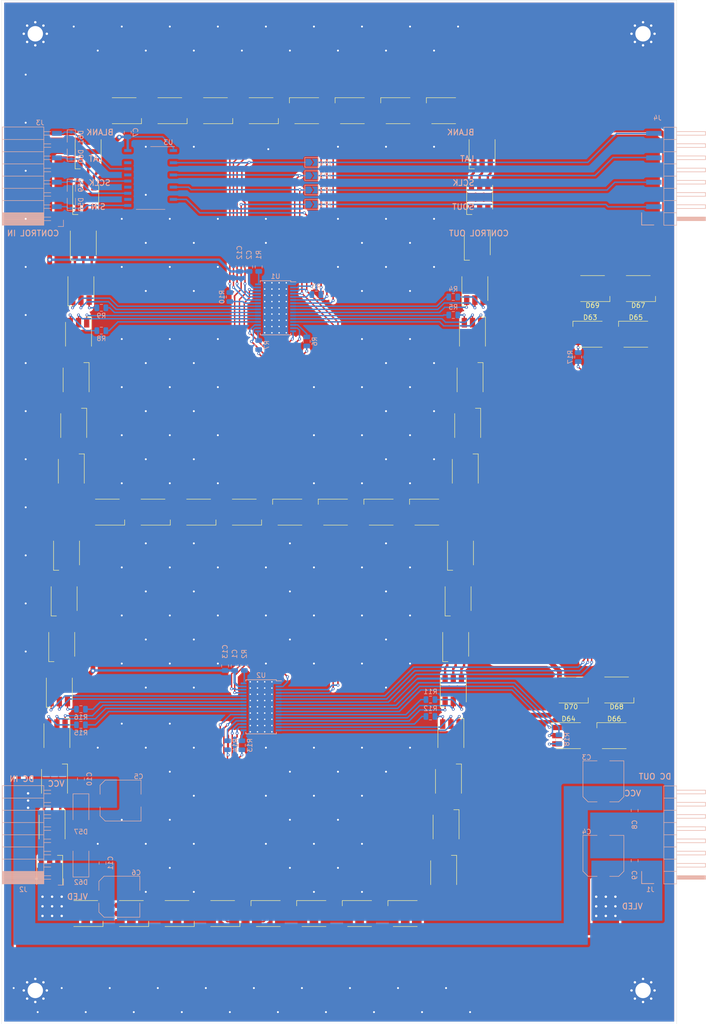
<source format=kicad_pcb>
(kicad_pcb (version 20171130) (host pcbnew "(5.1.4)-1")
  (layers (0 F.Cu signal) (31 B.Cu signal) (34 B.Paste user hide) (35 F.Paste user hide) (36 B.SilkS user) (37 F.SilkS user) (38 B.Mask user hide) (39 F.Mask user hide) (44 Edge.Cuts user))
  (net 0 "")
  (net 1 GND)
  (net 2 VCC)
  (net 3 "Net-(D1-Pad6)")
  (net 4 "Net-(D1-Pad5)")
  (net 5 "Net-(D1-Pad4)")
  (net 6 "Net-(D1-Pad3)")
  (net 7 "Net-(D1-Pad2)")
  (net 8 "Net-(D1-Pad1)")
  (net 9 "Net-(D2-Pad6)")
  (net 10 "Net-(D2-Pad5)")
  (net 11 "Net-(D2-Pad4)")
  (net 12 "Net-(D10-Pad1)")
  (net 13 "Net-(D10-Pad2)")
  (net 14 "Net-(D10-Pad3)")
  (net 15 "Net-(D5-Pad3)")
  (net 16 "Net-(D5-Pad2)")
  (net 17 "Net-(D5-Pad1)")
  (net 18 "Net-(D13-Pad1)")
  (net 19 "Net-(D13-Pad2)")
  (net 20 "Net-(D13-Pad3)")
  (net 21 "Net-(D10-Pad6)")
  (net 22 "Net-(D10-Pad5)")
  (net 23 "Net-(D10-Pad4)")
  (net 24 "Net-(D11-Pad6)")
  (net 25 "Net-(D11-Pad5)")
  (net 26 "Net-(D11-Pad4)")
  (net 27 "Net-(D13-Pad6)")
  (net 28 "Net-(D13-Pad5)")
  (net 29 "Net-(D13-Pad4)")
  (net 30 "Net-(D14-Pad6)")
  (net 31 "Net-(D14-Pad5)")
  (net 32 "Net-(D14-Pad4)")
  (net 33 "Net-(D15-Pad6)")
  (net 34 "Net-(D15-Pad5)")
  (net 35 "Net-(D15-Pad4)")
  (net 36 "Net-(D17-Pad6)")
  (net 37 "Net-(D17-Pad5)")
  (net 38 "Net-(D17-Pad4)")
  (net 39 "Net-(D18-Pad6)")
  (net 40 "Net-(D18-Pad5)")
  (net 41 "Net-(D18-Pad4)")
  (net 42 "Net-(D19-Pad6)")
  (net 43 "Net-(D19-Pad5)")
  (net 44 "Net-(D19-Pad4)")
  (net 45 "Net-(D21-Pad6)")
  (net 46 "Net-(D21-Pad5)")
  (net 47 "Net-(D21-Pad4)")
  (net 48 Vdrive)
  (net 49 "Net-(D29-Pad6)")
  (net 50 "Net-(D29-Pad5)")
  (net 51 "Net-(D29-Pad4)")
  (net 52 "Net-(D29-Pad3)")
  (net 53 "Net-(D29-Pad2)")
  (net 54 "Net-(D29-Pad1)")
  (net 55 "Net-(D30-Pad6)")
  (net 56 "Net-(D30-Pad5)")
  (net 57 "Net-(D30-Pad4)")
  (net 58 "Net-(D31-Pad6)")
  (net 59 "Net-(D31-Pad5)")
  (net 60 "Net-(D31-Pad4)")
  (net 61 "Net-(D33-Pad6)")
  (net 62 "Net-(D33-Pad5)")
  (net 63 "Net-(D33-Pad4)")
  (net 64 "Net-(D33-Pad3)")
  (net 65 "Net-(D33-Pad2)")
  (net 66 "Net-(D33-Pad1)")
  (net 67 "Net-(D34-Pad6)")
  (net 68 "Net-(D34-Pad5)")
  (net 69 "Net-(D34-Pad4)")
  (net 70 "Net-(D35-Pad6)")
  (net 71 "Net-(D35-Pad5)")
  (net 72 "Net-(D35-Pad4)")
  (net 73 "Net-(D37-Pad6)")
  (net 74 "Net-(D37-Pad5)")
  (net 75 "Net-(D37-Pad4)")
  (net 76 "Net-(D38-Pad6)")
  (net 77 "Net-(D38-Pad5)")
  (net 78 "Net-(D38-Pad4)")
  (net 79 "Net-(D39-Pad6)")
  (net 80 "Net-(D39-Pad5)")
  (net 81 "Net-(D39-Pad4)")
  (net 82 "Net-(D41-Pad6)")
  (net 83 "Net-(D41-Pad5)")
  (net 84 "Net-(D41-Pad4)")
  (net 85 "Net-(D42-Pad6)")
  (net 86 "Net-(D42-Pad5)")
  (net 87 "Net-(D42-Pad4)")
  (net 88 "Net-(D43-Pad6)")
  (net 89 "Net-(D43-Pad5)")
  (net 90 "Net-(D43-Pad4)")
  (net 91 "Net-(D45-Pad6)")
  (net 92 "Net-(D45-Pad5)")
  (net 93 "Net-(D45-Pad4)")
  (net 94 "Net-(D46-Pad6)")
  (net 95 "Net-(D46-Pad5)")
  (net 96 "Net-(D46-Pad4)")
  (net 97 "Net-(D47-Pad6)")
  (net 98 "Net-(D47-Pad5)")
  (net 99 "Net-(D47-Pad4)")
  (net 100 "Net-(D49-Pad6)")
  (net 101 "Net-(D49-Pad5)")
  (net 102 "Net-(D49-Pad4)")
  (net 103 "Net-(R1-Pad1)")
  (net 104 "Net-(R2-Pad1)")
  (net 105 "Net-(D3-Pad6)")
  (net 106 "Net-(D3-Pad5)")
  (net 107 "Net-(D3-Pad4)")
  (net 108 "Net-(D5-Pad6)")
  (net 109 "Net-(D5-Pad5)")
  (net 110 "Net-(D5-Pad4)")
  (net 111 "Net-(D6-Pad6)")
  (net 112 "Net-(D6-Pad5)")
  (net 113 "Net-(D6-Pad4)")
  (net 114 "Net-(D7-Pad6)")
  (net 115 "Net-(D7-Pad5)")
  (net 116 "Net-(D7-Pad4)")
  (net 117 "Net-(D9-Pad3)")
  (net 118 "Net-(D9-Pad2)")
  (net 119 "Net-(D9-Pad1)")
  (net 120 "Net-(D17-Pad3)")
  (net 121 "Net-(D17-Pad2)")
  (net 122 "Net-(D17-Pad1)")
  (net 123 "Net-(D21-Pad3)")
  (net 124 "Net-(D21-Pad2)")
  (net 125 "Net-(D21-Pad1)")
  (net 126 "Net-(D22-Pad6)")
  (net 127 "Net-(D22-Pad5)")
  (net 128 "Net-(D22-Pad4)")
  (net 129 "Net-(D23-Pad6)")
  (net 130 "Net-(D23-Pad5)")
  (net 131 "Net-(D23-Pad4)")
  (net 132 "Net-(D25-Pad6)")
  (net 133 "Net-(D25-Pad5)")
  (net 134 "Net-(D25-Pad4)")
  (net 135 "Net-(D25-Pad3)")
  (net 136 "Net-(D25-Pad2)")
  (net 137 "Net-(D25-Pad1)")
  (net 138 "Net-(D26-Pad6)")
  (net 139 "Net-(D26-Pad5)")
  (net 140 "Net-(D26-Pad4)")
  (net 141 "Net-(D27-Pad6)")
  (net 142 "Net-(D27-Pad5)")
  (net 143 "Net-(D27-Pad4)")
  (net 144 "Net-(D37-Pad3)")
  (net 145 "Net-(D37-Pad2)")
  (net 146 "Net-(D37-Pad1)")
  (net 147 "Net-(D41-Pad3)")
  (net 148 "Net-(D41-Pad2)")
  (net 149 "Net-(D41-Pad1)")
  (net 150 "Net-(D45-Pad3)")
  (net 151 "Net-(D45-Pad2)")
  (net 152 "Net-(D45-Pad1)")
  (net 153 "Net-(D49-Pad3)")
  (net 154 "Net-(D49-Pad2)")
  (net 155 "Net-(D49-Pad1)")
  (net 156 "Net-(D50-Pad6)")
  (net 157 "Net-(D50-Pad5)")
  (net 158 "Net-(D50-Pad4)")
  (net 159 "Net-(D51-Pad6)")
  (net 160 "Net-(D51-Pad5)")
  (net 161 "Net-(D51-Pad4)")
  (net 162 "Net-(D53-Pad6)")
  (net 163 "Net-(D53-Pad5)")
  (net 164 "Net-(D53-Pad4)")
  (net 165 "Net-(D53-Pad3)")
  (net 166 "Net-(D53-Pad2)")
  (net 167 "Net-(D53-Pad1)")
  (net 168 "Net-(D54-Pad6)")
  (net 169 "Net-(D54-Pad5)")
  (net 170 "Net-(D54-Pad4)")
  (net 171 "Net-(D55-Pad6)")
  (net 172 "Net-(D55-Pad5)")
  (net 173 "Net-(D55-Pad4)")
  (net 174 "Net-(R3-Pad2)")
  (net 175 "Net-(R4-Pad2)")
  (net 176 "Net-(R5-Pad2)")
  (net 177 "Net-(R6-Pad2)")
  (net 178 "Net-(R7-Pad2)")
  (net 179 "Net-(R8-Pad2)")
  (net 180 "Net-(R9-Pad2)")
  (net 181 "Net-(R10-Pad2)")
  (net 182 "Net-(R11-Pad2)")
  (net 183 "Net-(R12-Pad2)")
  (net 184 "Net-(R13-Pad2)")
  (net 185 "Net-(R14-Pad2)")
  (net 186 "Net-(R15-Pad2)")
  (net 187 "Net-(R16-Pad2)")
  (net 188 /BLANK)
  (net 189 /LAT)
  (net 190 /SCLK)
  (net 191 /SIN)
  (net 192 /SOUT)
  (net 193 /SOUT_TO_SIN)
  (net 194 "Net-(D58-Pad1)")
  (net 195 "Net-(D59-Pad1)")
  (net 196 "Net-(D60-Pad1)")
  (net 197 "Net-(D61-Pad1)")
  (net 198 "Net-(J4-Pad8)")
  (net 199 "Net-(J4-Pad6)")
  (net 200 "Net-(J4-Pad4)")
  (net 201 "Net-(J4-Pad2)")
  (net 202 "Net-(D63-Pad6)")
  (net 203 "Net-(D63-Pad5)")
  (net 204 "Net-(D63-Pad4)")
  (net 205 "Net-(D63-Pad3)")
  (net 206 "Net-(D63-Pad2)")
  (net 207 "Net-(D63-Pad1)")
  (net 208 "Net-(D64-Pad6)")
  (net 209 "Net-(D64-Pad5)")
  (net 210 "Net-(D64-Pad4)")
  (net 211 "Net-(D64-Pad3)")
  (net 212 "Net-(D64-Pad2)")
  (net 213 "Net-(D64-Pad1)")
  (net 214 "Net-(D65-Pad6)")
  (net 215 "Net-(D65-Pad5)")
  (net 216 "Net-(D65-Pad4)")
  (net 217 "Net-(D66-Pad6)")
  (net 218 "Net-(D66-Pad5)")
  (net 219 "Net-(D66-Pad4)")
  (net 220 "Net-(D67-Pad6)")
  (net 221 "Net-(D67-Pad5)")
  (net 222 "Net-(D67-Pad4)")
  (net 223 "Net-(D68-Pad6)")
  (net 224 "Net-(D68-Pad5)")
  (net 225 "Net-(D68-Pad4)")
  (net 226 "Net-(R17-Pad2)")
  (net 227 "Net-(R18-Pad2)")
  (module Resistor_SMD:R_0805_2012Metric (layer B.Cu) (at 178.5 178.25 90)
    (fp_text reference R18 (at 0 1.65 90) (layer B.SilkS) (effects (justify mirror)))
    (fp_text value R_Small)
    (pad 2 smd roundrect (at 0.9375 0 90) (size 0.975 1.4) (layers B.Cu B.Paste B.Mask) (net 227 "Net-(R18-Pad2)"))
    (pad 1 smd roundrect (at -0.9375 0 90) (size 0.975 1.4) (layers B.Cu B.Paste B.Mask) (net 211 "Net-(D64-Pad3)"))
  )
  (module Resistor_SMD:R_0805_2012Metric (layer B.Cu) (at 182.5 98.75 270)
    (fp_text reference R17 (at 0 1.65 270) (layer B.SilkS) (effects (justify mirror)))
    (fp_text value R_Small)
    (pad 2 smd roundrect (at 0.9375 0 270) (size 0.975 1.4) (layers B.Cu B.Paste B.Mask) (net 226 "Net-(R17-Pad2)"))
    (pad 1 smd roundrect (at -0.9375 0 270) (size 0.975 1.4) (layers B.Cu B.Paste B.Mask) (net 205 "Net-(D63-Pad3)"))
  )
  (module LED_SMD:LED_RGB_5050-6 (layer F.Cu) (at 181 168 180)
    (fp_text reference D70 (at 0 -3.5 180) (layer F.SilkS))
    (fp_text value LED_RGB)
    (pad 6 smd rect (at 2.4 -1.7 270) (size 1.1 2) (layers F.Cu F.Paste F.Mask) (net 48 Vdrive))
    (pad 5 smd rect (at 2.4 0 270) (size 1.1 2) (layers F.Cu F.Paste F.Mask) (net 48 Vdrive))
    (pad 4 smd rect (at 2.4 1.7 270) (size 1.1 2) (layers F.Cu F.Paste F.Mask) (net 48 Vdrive))
    (pad 3 smd rect (at -2.4 1.7 270) (size 1.1 2) (layers F.Cu F.Paste F.Mask) (net 225 "Net-(D68-Pad4)"))
    (pad 2 smd rect (at -2.4 0 270) (size 1.1 2) (layers F.Cu F.Paste F.Mask) (net 224 "Net-(D68-Pad5)"))
    (pad 1 smd rect (at -2.4 -1.7 270) (size 1.1 2) (layers F.Cu F.Paste F.Mask) (net 223 "Net-(D68-Pad6)"))
  )
  (module LED_SMD:LED_RGB_5050-6 (layer F.Cu) (at 185.5 84.5 180)
    (fp_text reference D69 (at 0 -3.5 180) (layer F.SilkS))
    (fp_text value LED_RGB)
    (pad 6 smd rect (at 2.4 -1.7 270) (size 1.1 2) (layers F.Cu F.Paste F.Mask) (net 48 Vdrive))
    (pad 5 smd rect (at 2.4 0 270) (size 1.1 2) (layers F.Cu F.Paste F.Mask) (net 48 Vdrive))
    (pad 4 smd rect (at 2.4 1.7 270) (size 1.1 2) (layers F.Cu F.Paste F.Mask) (net 48 Vdrive))
    (pad 3 smd rect (at -2.4 1.7 270) (size 1.1 2) (layers F.Cu F.Paste F.Mask) (net 222 "Net-(D67-Pad4)"))
    (pad 2 smd rect (at -2.4 0 270) (size 1.1 2) (layers F.Cu F.Paste F.Mask) (net 221 "Net-(D67-Pad5)"))
    (pad 1 smd rect (at -2.4 -1.7 270) (size 1.1 2) (layers F.Cu F.Paste F.Mask) (net 220 "Net-(D67-Pad6)"))
  )
  (module LED_SMD:LED_RGB_5050-6 (layer F.Cu) (at 190.5 168 180)
    (fp_text reference D68 (at 0 -3.5 180) (layer F.SilkS))
    (fp_text value LED_RGB)
    (pad 6 smd rect (at 2.4 -1.7 270) (size 1.1 2) (layers F.Cu F.Paste F.Mask) (net 223 "Net-(D68-Pad6)"))
    (pad 5 smd rect (at 2.4 0 270) (size 1.1 2) (layers F.Cu F.Paste F.Mask) (net 224 "Net-(D68-Pad5)"))
    (pad 4 smd rect (at 2.4 1.7 270) (size 1.1 2) (layers F.Cu F.Paste F.Mask) (net 225 "Net-(D68-Pad4)"))
    (pad 3 smd rect (at -2.4 1.7 270) (size 1.1 2) (layers F.Cu F.Paste F.Mask) (net 219 "Net-(D66-Pad4)"))
    (pad 2 smd rect (at -2.4 0 270) (size 1.1 2) (layers F.Cu F.Paste F.Mask) (net 218 "Net-(D66-Pad5)"))
    (pad 1 smd rect (at -2.4 -1.7 270) (size 1.1 2) (layers F.Cu F.Paste F.Mask) (net 217 "Net-(D66-Pad6)"))
  )
  (module LED_SMD:LED_RGB_5050-6 (layer F.Cu) (at 195 84.5 180)
    (fp_text reference D67 (at 0 -3.5 180) (layer F.SilkS))
    (fp_text value LED_RGB)
    (pad 6 smd rect (at 2.4 -1.7 270) (size 1.1 2) (layers F.Cu F.Paste F.Mask) (net 220 "Net-(D67-Pad6)"))
    (pad 5 smd rect (at 2.4 0 270) (size 1.1 2) (layers F.Cu F.Paste F.Mask) (net 221 "Net-(D67-Pad5)"))
    (pad 4 smd rect (at 2.4 1.7 270) (size 1.1 2) (layers F.Cu F.Paste F.Mask) (net 222 "Net-(D67-Pad4)"))
    (pad 3 smd rect (at -2.4 1.7 270) (size 1.1 2) (layers F.Cu F.Paste F.Mask) (net 216 "Net-(D65-Pad4)"))
    (pad 2 smd rect (at -2.4 0 270) (size 1.1 2) (layers F.Cu F.Paste F.Mask) (net 215 "Net-(D65-Pad5)"))
    (pad 1 smd rect (at -2.4 -1.7 270) (size 1.1 2) (layers F.Cu F.Paste F.Mask) (net 214 "Net-(D65-Pad6)"))
  )
  (module LED_SMD:LED_RGB_5050-6 (layer F.Cu) (at 190 177.5)
    (fp_text reference D66 (at 0 -3.5 180) (layer F.SilkS))
    (fp_text value LED_RGB)
    (pad 6 smd rect (at 2.4 -1.7 90) (size 1.1 2) (layers F.Cu F.Paste F.Mask) (net 217 "Net-(D66-Pad6)"))
    (pad 5 smd rect (at 2.4 0 90) (size 1.1 2) (layers F.Cu F.Paste F.Mask) (net 218 "Net-(D66-Pad5)"))
    (pad 4 smd rect (at 2.4 1.7 90) (size 1.1 2) (layers F.Cu F.Paste F.Mask) (net 219 "Net-(D66-Pad4)"))
    (pad 3 smd rect (at -2.4 1.7 90) (size 1.1 2) (layers F.Cu F.Paste F.Mask) (net 210 "Net-(D64-Pad4)"))
    (pad 2 smd rect (at -2.4 0 90) (size 1.1 2) (layers F.Cu F.Paste F.Mask) (net 209 "Net-(D64-Pad5)"))
    (pad 1 smd rect (at -2.4 -1.7 90) (size 1.1 2) (layers F.Cu F.Paste F.Mask) (net 208 "Net-(D64-Pad6)"))
  )
  (module LED_SMD:LED_RGB_5050-6 (layer F.Cu) (at 194.5 94)
    (fp_text reference D65 (at 0 -3.5 180) (layer F.SilkS))
    (fp_text value LED_RGB)
    (pad 6 smd rect (at 2.4 -1.7 90) (size 1.1 2) (layers F.Cu F.Paste F.Mask) (net 214 "Net-(D65-Pad6)"))
    (pad 5 smd rect (at 2.4 0 90) (size 1.1 2) (layers F.Cu F.Paste F.Mask) (net 215 "Net-(D65-Pad5)"))
    (pad 4 smd rect (at 2.4 1.7 90) (size 1.1 2) (layers F.Cu F.Paste F.Mask) (net 216 "Net-(D65-Pad4)"))
    (pad 3 smd rect (at -2.4 1.7 90) (size 1.1 2) (layers F.Cu F.Paste F.Mask) (net 204 "Net-(D63-Pad4)"))
    (pad 2 smd rect (at -2.4 0 90) (size 1.1 2) (layers F.Cu F.Paste F.Mask) (net 203 "Net-(D63-Pad5)"))
    (pad 1 smd rect (at -2.4 -1.7 90) (size 1.1 2) (layers F.Cu F.Paste F.Mask) (net 202 "Net-(D63-Pad6)"))
  )
  (module LED_SMD:LED_RGB_5050-6 (layer F.Cu) (at 180.5 177.5)
    (fp_text reference D64 (at 0 -3.5 180) (layer F.SilkS))
    (fp_text value LED_RGB)
    (pad 6 smd rect (at 2.4 -1.7 90) (size 1.1 2) (layers F.Cu F.Paste F.Mask) (net 208 "Net-(D64-Pad6)"))
    (pad 5 smd rect (at 2.4 0 90) (size 1.1 2) (layers F.Cu F.Paste F.Mask) (net 209 "Net-(D64-Pad5)"))
    (pad 4 smd rect (at 2.4 1.7 90) (size 1.1 2) (layers F.Cu F.Paste F.Mask) (net 210 "Net-(D64-Pad4)"))
    (pad 3 smd rect (at -2.4 1.7 90) (size 1.1 2) (layers F.Cu F.Paste F.Mask) (net 211 "Net-(D64-Pad3)"))
    (pad 2 smd rect (at -2.4 0 90) (size 1.1 2) (layers F.Cu F.Paste F.Mask) (net 212 "Net-(D64-Pad2)"))
    (pad 1 smd rect (at -2.4 -1.7 90) (size 1.1 2) (layers F.Cu F.Paste F.Mask) (net 213 "Net-(D64-Pad1)"))
  )
  (module LED_SMD:LED_RGB_5050-6 (layer F.Cu) (at 185 94)
    (fp_text reference D63 (at 0 -3.5 180) (layer F.SilkS))
    (fp_text value LED_RGB)
    (pad 6 smd rect (at 2.4 -1.7 90) (size 1.1 2) (layers F.Cu F.Paste F.Mask) (net 202 "Net-(D63-Pad6)"))
    (pad 5 smd rect (at 2.4 0 90) (size 1.1 2) (layers F.Cu F.Paste F.Mask) (net 203 "Net-(D63-Pad5)"))
    (pad 4 smd rect (at 2.4 1.7 90) (size 1.1 2) (layers F.Cu F.Paste F.Mask) (net 204 "Net-(D63-Pad4)"))
    (pad 3 smd rect (at -2.4 1.7 90) (size 1.1 2) (layers F.Cu F.Paste F.Mask) (net 205 "Net-(D63-Pad3)"))
    (pad 2 smd rect (at -2.4 0 90) (size 1.1 2) (layers F.Cu F.Paste F.Mask) (net 206 "Net-(D63-Pad2)"))
    (pad 1 smd rect (at -2.4 -1.7 90) (size 1.1 2) (layers F.Cu F.Paste F.Mask) (net 207 "Net-(D63-Pad1)"))
  )
  (module Resistor_SMD:R_0805_2012Metric (layer B.Cu) (at 79 172)
    (fp_text reference R16 (at 0 1.65) (layer B.SilkS) (effects (justify mirror)))
    (fp_text value R_Small)
    (pad 2 smd roundrect (at 0.9375 0) (size 0.975 1.4) (layers B.Cu B.Paste B.Mask) (net 187 "Net-(R16-Pad2)"))
    (pad 1 smd roundrect (at -0.9375 0) (size 0.975 1.4) (layers B.Cu B.Paste B.Mask) (net 150 "Net-(D45-Pad3)"))
  )
  (module Resistor_SMD:R_0805_2012Metric (layer B.Cu) (at 79 175.25)
    (fp_text reference R15 (at 0 1.65) (layer B.SilkS) (effects (justify mirror)))
    (fp_text value R_Small)
    (pad 2 smd roundrect (at 0.9375 0) (size 0.975 1.4) (layers B.Cu B.Paste B.Mask) (net 186 "Net-(R15-Pad2)"))
    (pad 1 smd roundrect (at -0.9375 0) (size 0.975 1.4) (layers B.Cu B.Paste B.Mask) (net 144 "Net-(D37-Pad3)"))
  )
  (module Resistor_SMD:R_0805_2012Metric (layer B.Cu) (at 109.5 179.5 90)
    (fp_text reference R14 (at 0 1.65 90) (layer B.SilkS) (effects (justify mirror)))
    (fp_text value R_Small)
    (pad 2 smd roundrect (at 0.9375 0 90) (size 0.975 1.4) (layers B.Cu B.Paste B.Mask) (net 185 "Net-(R14-Pad2)"))
    (pad 1 smd roundrect (at -0.9375 0 90) (size 0.975 1.4) (layers B.Cu B.Paste B.Mask) (net 52 "Net-(D29-Pad3)"))
  )
  (module Resistor_SMD:R_0805_2012Metric (layer B.Cu) (at 112.5 179.5 90)
    (fp_text reference R13 (at 0 1.65 90) (layer B.SilkS) (effects (justify mirror)))
    (fp_text value R_Small)
    (pad 2 smd roundrect (at 0.9375 0 90) (size 0.975 1.4) (layers B.Cu B.Paste B.Mask) (net 184 "Net-(R13-Pad2)"))
    (pad 1 smd roundrect (at -0.9375 0 90) (size 0.975 1.4) (layers B.Cu B.Paste B.Mask) (net 123 "Net-(D21-Pad3)"))
  )
  (module Resistor_SMD:R_0805_2012Metric (layer B.Cu) (at 151.75 173.5 180)
    (fp_text reference R12 (at 0 1.65) (layer B.SilkS) (effects (justify mirror)))
    (fp_text value R_Small)
    (pad 2 smd roundrect (at 0.9375 0 180) (size 0.975 1.4) (layers B.Cu B.Paste B.Mask) (net 183 "Net-(R12-Pad2)"))
    (pad 1 smd roundrect (at -0.9375 0 180) (size 0.975 1.4) (layers B.Cu B.Paste B.Mask) (net 20 "Net-(D13-Pad3)"))
  )
  (module Resistor_SMD:R_0805_2012Metric (layer B.Cu) (at 151.75 170 180)
    (fp_text reference R11 (at 0 1.65) (layer B.SilkS) (effects (justify mirror)))
    (fp_text value R_Small)
    (pad 2 smd roundrect (at 0.9375 0 180) (size 0.975 1.4) (layers B.Cu B.Paste B.Mask) (net 182 "Net-(R11-Pad2)"))
    (pad 1 smd roundrect (at -0.9375 0 180) (size 0.975 1.4) (layers B.Cu B.Paste B.Mask) (net 15 "Net-(D5-Pad3)"))
  )
  (module Resistor_SMD:R_0805_2012Metric (layer B.Cu) (at 110 86.25 270)
    (fp_text reference R10 (at 0 1.65 90) (layer B.SilkS) (effects (justify mirror)))
    (fp_text value R_Small)
    (pad 2 smd roundrect (at 0.9375 0 270) (size 0.975 1.4) (layers B.Cu B.Paste B.Mask) (net 181 "Net-(R10-Pad2)"))
    (pad 1 smd roundrect (at -0.9375 0 270) (size 0.975 1.4) (layers B.Cu B.Paste B.Mask) (net 165 "Net-(D53-Pad3)"))
  )
  (module Resistor_SMD:R_0805_2012Metric (layer B.Cu) (at 83.25 88.5)
    (fp_text reference R9 (at 0 1.65) (layer B.SilkS) (effects (justify mirror)))
    (fp_text value R_Small)
    (pad 2 smd roundrect (at 0.9375 0) (size 0.975 1.4) (layers B.Cu B.Paste B.Mask) (net 180 "Net-(R9-Pad2)"))
    (pad 1 smd roundrect (at -0.9375 0) (size 0.975 1.4) (layers B.Cu B.Paste B.Mask) (net 153 "Net-(D49-Pad3)"))
  )
  (module Resistor_SMD:R_0805_2012Metric (layer B.Cu) (at 83.25 93.25)
    (fp_text reference R8 (at 0 1.65) (layer B.SilkS) (effects (justify mirror)))
    (fp_text value R_Small)
    (pad 2 smd roundrect (at 0.9375 0) (size 0.975 1.4) (layers B.Cu B.Paste B.Mask) (net 179 "Net-(R8-Pad2)"))
    (pad 1 smd roundrect (at -0.9375 0) (size 0.975 1.4) (layers B.Cu B.Paste B.Mask) (net 147 "Net-(D41-Pad3)"))
  )
  (module Resistor_SMD:R_0805_2012Metric (layer B.Cu) (at 116 96.25 90)
    (fp_text reference R7 (at 0 1.65 90) (layer B.SilkS) (effects (justify mirror)))
    (fp_text value R_Small)
    (pad 2 smd roundrect (at 0.9375 0 90) (size 0.975 1.4) (layers B.Cu B.Paste B.Mask) (net 178 "Net-(R7-Pad2)"))
    (pad 1 smd roundrect (at -0.9375 0 90) (size 0.975 1.4) (layers B.Cu B.Paste B.Mask) (net 64 "Net-(D33-Pad3)"))
  )
  (module Resistor_SMD:R_0805_2012Metric (layer B.Cu) (at 126 95.5 90)
    (fp_text reference R6 (at 0 1.65 90) (layer B.SilkS) (effects (justify mirror)))
    (fp_text value R_Small)
    (pad 2 smd roundrect (at 0.9375 0 90) (size 0.975 1.4) (layers B.Cu B.Paste B.Mask) (net 177 "Net-(R6-Pad2)"))
    (pad 1 smd roundrect (at -0.9375 0 90) (size 0.975 1.4) (layers B.Cu B.Paste B.Mask) (net 135 "Net-(D25-Pad3)"))
  )
  (module Resistor_SMD:R_0805_2012Metric (layer B.Cu) (at 156.5 90 180)
    (fp_text reference R5 (at 0 1.65) (layer B.SilkS) (effects (justify mirror)))
    (fp_text value R_Small)
    (pad 2 smd roundrect (at 0.9375 0 180) (size 0.975 1.4) (layers B.Cu B.Paste B.Mask) (net 176 "Net-(R5-Pad2)"))
    (pad 1 smd roundrect (at -0.9375 0 180) (size 0.975 1.4) (layers B.Cu B.Paste B.Mask) (net 120 "Net-(D17-Pad3)"))
  )
  (module Resistor_SMD:R_0805_2012Metric (layer B.Cu) (at 156.5 86.25 180)
    (fp_text reference R4 (at 0 1.65) (layer B.SilkS) (effects (justify mirror)))
    (fp_text value R_Small)
    (pad 2 smd roundrect (at 0.9375 0 180) (size 0.975 1.4) (layers B.Cu B.Paste B.Mask) (net 175 "Net-(R4-Pad2)"))
    (pad 1 smd roundrect (at -0.9375 0 180) (size 0.975 1.4) (layers B.Cu B.Paste B.Mask) (net 117 "Net-(D9-Pad3)"))
  )
  (module Resistor_SMD:R_0805_2012Metric (layer B.Cu) (at 128 85.75 180)
    (fp_text reference R3 (at 0 1.65) (layer B.SilkS) (effects (justify mirror)))
    (fp_text value R_Small)
    (pad 2 smd roundrect (at 0.9375 0 180) (size 0.975 1.4) (layers B.Cu B.Paste B.Mask) (net 174 "Net-(R3-Pad2)"))
    (pad 1 smd roundrect (at -0.9375 0 180) (size 0.975 1.4) (layers B.Cu B.Paste B.Mask) (net 6 "Net-(D1-Pad3)"))
  )
  (module MountingHole:MountingHole_3.2mm_M3_Pad_Via (layer F.Cu) (at 196 31.5)
    (fp_text reference H4 hide)
    (fp_text value MountingHole_Pad)
    (pad 1 thru_hole circle (at 1.697056 -1.697056) (size 0.8 0.8) (drill 0.5) (layers *.Cu *.Mask) (net 1 GND))
    (pad 1 thru_hole circle (at 0 -2.4) (size 0.8 0.8) (drill 0.5) (layers *.Cu *.Mask) (net 1 GND))
    (pad 1 thru_hole circle (at -1.697056 -1.697056) (size 0.8 0.8) (drill 0.5) (layers *.Cu *.Mask) (net 1 GND))
    (pad 1 thru_hole circle (at -2.4 0) (size 0.8 0.8) (drill 0.5) (layers *.Cu *.Mask) (net 1 GND))
    (pad 1 thru_hole circle (at -1.697056 1.697056) (size 0.8 0.8) (drill 0.5) (layers *.Cu *.Mask) (net 1 GND))
    (pad 1 thru_hole circle (at 0 2.4) (size 0.8 0.8) (drill 0.5) (layers *.Cu *.Mask) (net 1 GND))
    (pad 1 thru_hole circle (at 1.697056 1.697056) (size 0.8 0.8) (drill 0.5) (layers *.Cu *.Mask) (net 1 GND))
    (pad 1 thru_hole circle (at 2.4 0) (size 0.8 0.8) (drill 0.5) (layers *.Cu *.Mask) (net 1 GND))
    (pad 1 thru_hole circle (at 0 0) (size 6.4 6.4) (drill 3.2) (layers *.Cu *.Mask) (net 1 GND))
  )
  (module MountingHole:MountingHole_3.2mm_M3_Pad_Via (layer F.Cu) (at 196 230.5)
    (fp_text reference H3 hide)
    (fp_text value MountingHole_Pad)
    (pad 1 thru_hole circle (at 1.697056 -1.697056) (size 0.8 0.8) (drill 0.5) (layers *.Cu *.Mask) (net 1 GND))
    (pad 1 thru_hole circle (at 0 -2.4) (size 0.8 0.8) (drill 0.5) (layers *.Cu *.Mask) (net 1 GND))
    (pad 1 thru_hole circle (at -1.697056 -1.697056) (size 0.8 0.8) (drill 0.5) (layers *.Cu *.Mask) (net 1 GND))
    (pad 1 thru_hole circle (at -2.4 0) (size 0.8 0.8) (drill 0.5) (layers *.Cu *.Mask) (net 1 GND))
    (pad 1 thru_hole circle (at -1.697056 1.697056) (size 0.8 0.8) (drill 0.5) (layers *.Cu *.Mask) (net 1 GND))
    (pad 1 thru_hole circle (at 0 2.4) (size 0.8 0.8) (drill 0.5) (layers *.Cu *.Mask) (net 1 GND))
    (pad 1 thru_hole circle (at 1.697056 1.697056) (size 0.8 0.8) (drill 0.5) (layers *.Cu *.Mask) (net 1 GND))
    (pad 1 thru_hole circle (at 2.4 0) (size 0.8 0.8) (drill 0.5) (layers *.Cu *.Mask) (net 1 GND))
    (pad 1 thru_hole circle (at 0 0) (size 6.4 6.4) (drill 3.2) (layers *.Cu *.Mask) (net 1 GND))
  )
  (module MountingHole:MountingHole_3.2mm_M3_Pad_Via (layer F.Cu) (at 69.5 230.5)
    (fp_text reference H2 hide)
    (fp_text value MountingHole_Pad)
    (pad 1 thru_hole circle (at 1.697056 -1.697056) (size 0.8 0.8) (drill 0.5) (layers *.Cu *.Mask) (net 1 GND))
    (pad 1 thru_hole circle (at 0 -2.4) (size 0.8 0.8) (drill 0.5) (layers *.Cu *.Mask) (net 1 GND))
    (pad 1 thru_hole circle (at -1.697056 -1.697056) (size 0.8 0.8) (drill 0.5) (layers *.Cu *.Mask) (net 1 GND))
    (pad 1 thru_hole circle (at -2.4 0) (size 0.8 0.8) (drill 0.5) (layers *.Cu *.Mask) (net 1 GND))
    (pad 1 thru_hole circle (at -1.697056 1.697056) (size 0.8 0.8) (drill 0.5) (layers *.Cu *.Mask) (net 1 GND))
    (pad 1 thru_hole circle (at 0 2.4) (size 0.8 0.8) (drill 0.5) (layers *.Cu *.Mask) (net 1 GND))
    (pad 1 thru_hole circle (at 1.697056 1.697056) (size 0.8 0.8) (drill 0.5) (layers *.Cu *.Mask) (net 1 GND))
    (pad 1 thru_hole circle (at 2.4 0) (size 0.8 0.8) (drill 0.5) (layers *.Cu *.Mask) (net 1 GND))
    (pad 1 thru_hole circle (at 0 0) (size 6.4 6.4) (drill 3.2) (layers *.Cu *.Mask) (net 1 GND))
  )
  (module MountingHole:MountingHole_3.2mm_M3_Pad_Via (layer F.Cu) (at 69.5 31.5)
    (fp_text reference H1 hide)
    (fp_text value MountingHole_Pad)
    (pad 1 thru_hole circle (at 1.697056 -1.697056) (size 0.8 0.8) (drill 0.5) (layers *.Cu *.Mask) (net 1 GND))
    (pad 1 thru_hole circle (at 0 -2.4) (size 0.8 0.8) (drill 0.5) (layers *.Cu *.Mask) (net 1 GND))
    (pad 1 thru_hole circle (at -1.697056 -1.697056) (size 0.8 0.8) (drill 0.5) (layers *.Cu *.Mask) (net 1 GND))
    (pad 1 thru_hole circle (at -2.4 0) (size 0.8 0.8) (drill 0.5) (layers *.Cu *.Mask) (net 1 GND))
    (pad 1 thru_hole circle (at -1.697056 1.697056) (size 0.8 0.8) (drill 0.5) (layers *.Cu *.Mask) (net 1 GND))
    (pad 1 thru_hole circle (at 0 2.4) (size 0.8 0.8) (drill 0.5) (layers *.Cu *.Mask) (net 1 GND))
    (pad 1 thru_hole circle (at 1.697056 1.697056) (size 0.8 0.8) (drill 0.5) (layers *.Cu *.Mask) (net 1 GND))
    (pad 1 thru_hole circle (at 2.4 0) (size 0.8 0.8) (drill 0.5) (layers *.Cu *.Mask) (net 1 GND))
    (pad 1 thru_hole circle (at 0 0) (size 6.4 6.4) (drill 3.2) (layers *.Cu *.Mask) (net 1 GND))
  )
  (module LED_SMD:LED_RGB_5050-6 (layer F.Cu) (at 80.5 56 90)
    (fp_text reference D52 hide)
    (fp_text value LED_RGB)
    (pad 6 smd rect (at 2.4 -1.7 180) (size 1.1 2) (layers F.Cu F.Paste F.Mask) (net 48 Vdrive))
    (pad 5 smd rect (at 2.4 0 180) (size 1.1 2) (layers F.Cu F.Paste F.Mask) (net 48 Vdrive))
    (pad 4 smd rect (at 2.4 1.7 180) (size 1.1 2) (layers F.Cu F.Paste F.Mask) (net 48 Vdrive))
    (pad 3 smd rect (at -2.4 1.7 180) (size 1.1 2) (layers F.Cu F.Paste F.Mask) (net 161 "Net-(D51-Pad4)"))
    (pad 2 smd rect (at -2.4 0 180) (size 1.1 2) (layers F.Cu F.Paste F.Mask) (net 160 "Net-(D51-Pad5)"))
    (pad 1 smd rect (at -2.4 -1.7 180) (size 1.1 2) (layers F.Cu F.Paste F.Mask) (net 159 "Net-(D51-Pad6)"))
  )
  (module Capacitor_SMD:C_Elec_8x10.2 (layer B.Cu) (at 87 211)
    (fp_text reference C6 (at 3.5 -5) (layer B.SilkS) (effects (justify mirror)))
    (fp_text value 330uF)
    (pad 2 smd roundrect (at 3.6 0) (size 4.5 2.1) (layers B.Cu B.Paste B.Mask) (roundrect_rratio 0.119048) (net 1 GND))
    (pad 1 smd roundrect (at -3.6 0) (size 4.5 2.1) (layers B.Cu B.Paste B.Mask) (roundrect_rratio 0.119048) (net 48 Vdrive))
  )
  (module Capacitor_SMD:C_Elec_8x10.2 (layer B.Cu) (at 87.25 191)
    (fp_text reference C5 (at 3.75 -5) (layer B.SilkS) (effects (justify mirror)))
    (fp_text value 330uF)
    (pad 2 smd roundrect (at 3.6 0) (size 4.5 2.1) (layers B.Cu B.Paste B.Mask) (roundrect_rratio 0.119048) (net 1 GND))
    (pad 1 smd roundrect (at -3.6 0) (size 4.5 2.1) (layers B.Cu B.Paste B.Mask) (roundrect_rratio 0.119048) (net 2 VCC))
  )
  (module Capacitor_SMD:C_Elec_8x10.2 (layer B.Cu) (at 187.75 202.5 90)
    (fp_text reference C4 (at 5 -3.5 180) (layer B.SilkS) (effects (justify mirror)))
    (fp_text value 330uF)
    (pad 2 smd roundrect (at 3.6 0 90) (size 4.5 2.1) (layers B.Cu B.Paste B.Mask) (roundrect_rratio 0.119048) (net 1 GND))
    (pad 1 smd roundrect (at -3.6 0 90) (size 4.5 2.1) (layers B.Cu B.Paste B.Mask) (roundrect_rratio 0.119048) (net 48 Vdrive))
  )
  (module Capacitor_SMD:C_Elec_8x10.2 (layer B.Cu) (at 187.75 187 90)
    (fp_text reference C3 (at 5 -3.5 180) (layer B.SilkS) (effects (justify mirror)))
    (fp_text value 330uF)
    (pad 2 smd roundrect (at 3.6 0 90) (size 4.5 2.1) (layers B.Cu B.Paste B.Mask) (roundrect_rratio 0.119048) (net 1 GND))
    (pad 1 smd roundrect (at -3.6 0 90) (size 4.5 2.1) (layers B.Cu B.Paste B.Mask) (roundrect_rratio 0.119048) (net 2 VCC))
  )
  (module Capacitor_SMD:C_0805_2012Metric (layer B.Cu) (at 109 163 90)
    (fp_text reference C13 (at 3 0 90) (layer B.SilkS) (effects (justify mirror)))
    (fp_text value 10uF)
    (pad 2 smd roundrect (at 0.9375 0 90) (size 0.975 1.4) (layers B.Cu B.Paste B.Mask) (net 1 GND))
    (pad 1 smd roundrect (at -0.9375 0 90) (size 0.975 1.4) (layers B.Cu B.Paste B.Mask) (net 2 VCC))
  )
  (module Capacitor_SMD:C_0805_2012Metric (layer B.Cu) (at 112 80 90)
    (fp_text reference C12 (at 3 0 90) (layer B.SilkS) (effects (justify mirror)))
    (fp_text value 10uF)
    (pad 2 smd roundrect (at 0.9375 0 90) (size 0.975 1.4) (layers B.Cu B.Paste B.Mask) (net 1 GND))
    (pad 1 smd roundrect (at -0.9375 0 90) (size 0.975 1.4) (layers B.Cu B.Paste B.Mask) (net 2 VCC))
  )
  (module Jumper:SolderJumper-2_P1.3mm_Open_TrianglePad1.0x1.5mm (layer B.Cu) (at 127 58.25)
    (fp_text reference JP4 (at 3 0.25) (layer B.SilkS) (effects (justify mirror)))
    (fp_text value SolderJumper_2_Open)
    (pad 1 smd custom (at -0.725 0) (size 0.3 0.3) (layers B.Cu B.Mask) (net 188 /BLANK) (options (clearance outline) (anchor rect)) (primitives (gr_poly (pts (xy -0.5 0.75) (xy 0.5 0.75) (xy 1 0) (xy 0.5 -0.75) (xy -0.5 -0.75)) (width 0))))
    (pad 2 smd custom (at 0.725 0) (size 0.3 0.3) (layers B.Cu B.Mask) (net 198 "Net-(J4-Pad8)") (options (clearance outline) (anchor rect)) (primitives (gr_poly (pts (xy -0.65 0.75) (xy 0.5 0.75) (xy 0.5 -0.75) (xy -0.65 -0.75) (xy -0.15 0)) (width 0))))
  )
  (module Jumper:SolderJumper-2_P1.3mm_Open_TrianglePad1.0x1.5mm (layer B.Cu) (at 127 61)
    (fp_text reference JP3 (at 3 0) (layer B.SilkS) (effects (justify mirror)))
    (fp_text value SolderJumper_2_Open)
    (pad 1 smd custom (at -0.725 0) (size 0.3 0.3) (layers B.Cu B.Mask) (net 189 /LAT) (options (clearance outline) (anchor rect)) (primitives (gr_poly (pts (xy -0.5 0.75) (xy 0.5 0.75) (xy 1 0) (xy 0.5 -0.75) (xy -0.5 -0.75)) (width 0))))
    (pad 2 smd custom (at 0.725 0) (size 0.3 0.3) (layers B.Cu B.Mask) (net 199 "Net-(J4-Pad6)") (options (clearance outline) (anchor rect)) (primitives (gr_poly (pts (xy -0.65 0.75) (xy 0.5 0.75) (xy 0.5 -0.75) (xy -0.65 -0.75) (xy -0.15 0)) (width 0))))
  )
  (module Jumper:SolderJumper-2_P1.3mm_Open_TrianglePad1.0x1.5mm (layer B.Cu) (at 127 64)
    (fp_text reference JP2 (at 3 0) (layer B.SilkS) (effects (justify mirror)))
    (fp_text value SolderJumper_2_Open)
    (pad 1 smd custom (at -0.725 0) (size 0.3 0.3) (layers B.Cu B.Mask) (net 190 /SCLK) (options (clearance outline) (anchor rect)) (primitives (gr_poly (pts (xy -0.5 0.75) (xy 0.5 0.75) (xy 1 0) (xy 0.5 -0.75) (xy -0.5 -0.75)) (width 0))))
    (pad 2 smd custom (at 0.725 0) (size 0.3 0.3) (layers B.Cu B.Mask) (net 200 "Net-(J4-Pad4)") (options (clearance outline) (anchor rect)) (primitives (gr_poly (pts (xy -0.65 0.75) (xy 0.5 0.75) (xy 0.5 -0.75) (xy -0.65 -0.75) (xy -0.15 0)) (width 0))))
  )
  (module Jumper:SolderJumper-2_P1.3mm_Open_TrianglePad1.0x1.5mm (layer B.Cu) (at 127 67)
    (fp_text reference JP1 (at 3 0) (layer B.SilkS) (effects (justify mirror)))
    (fp_text value SolderJumper_2_Open)
    (pad 1 smd custom (at -0.725 0) (size 0.3 0.3) (layers B.Cu B.Mask) (net 192 /SOUT) (options (clearance outline) (anchor rect)) (primitives (gr_poly (pts (xy -0.5 0.75) (xy 0.5 0.75) (xy 1 0) (xy 0.5 -0.75) (xy -0.5 -0.75)) (width 0))))
    (pad 2 smd custom (at 0.725 0) (size 0.3 0.3) (layers B.Cu B.Mask) (net 201 "Net-(J4-Pad2)") (options (clearance outline) (anchor rect)) (primitives (gr_poly (pts (xy -0.65 0.75) (xy 0.5 0.75) (xy 0.5 -0.75) (xy -0.65 -0.75) (xy -0.15 0)) (width 0))))
  )
  (module Diode_SMD:D_SMA (layer B.Cu) (at 79 203.5 90)
    (fp_text reference D62 (at -4.5 0 180) (layer B.SilkS) (effects (justify mirror)))
    (fp_text value D_TVS)
    (pad 2 smd rect (at 2 0 90) (size 2.5 1.8) (layers B.Cu B.Paste B.Mask) (net 1 GND))
    (pad 1 smd rect (at -2 0 90) (size 2.5 1.8) (layers B.Cu B.Paste B.Mask) (net 48 Vdrive))
  )
  (module Diode_SMD:D_SOD-323 (layer B.Cu) (at 77 53 270)
    (fp_text reference D61 (at 0 -2 90) (layer B.SilkS) (effects (justify mirror)))
    (fp_text value 5V)
    (pad 2 smd rect (at 1.05 0 270) (size 0.6 0.45) (layers B.Cu B.Paste B.Mask) (net 1 GND))
    (pad 1 smd rect (at -1.05 0 270) (size 0.6 0.45) (layers B.Cu B.Paste B.Mask) (net 197 "Net-(D61-Pad1)"))
  )
  (module Diode_SMD:D_SOD-323 (layer B.Cu) (at 77 56.5 90)
    (fp_text reference D60 (at -0.5 2 90) (layer B.SilkS) (effects (justify mirror)))
    (fp_text value 5V)
    (pad 2 smd rect (at 1.05 0 90) (size 0.6 0.45) (layers B.Cu B.Paste B.Mask) (net 1 GND))
    (pad 1 smd rect (at -1.05 0 90) (size 0.6 0.45) (layers B.Cu B.Paste B.Mask) (net 196 "Net-(D60-Pad1)"))
  )
  (module Diode_SMD:D_SOD-323 (layer B.Cu) (at 77 63.25 270)
    (fp_text reference D59 (at -0.25 -2 90) (layer B.SilkS) (effects (justify mirror)))
    (fp_text value 5V)
    (pad 2 smd rect (at 1.05 0 270) (size 0.6 0.45) (layers B.Cu B.Paste B.Mask) (net 1 GND))
    (pad 1 smd rect (at -1.05 0 270) (size 0.6 0.45) (layers B.Cu B.Paste B.Mask) (net 195 "Net-(D59-Pad1)"))
  )
  (module Diode_SMD:D_SOD-323 (layer B.Cu) (at 77 66.75 90)
    (fp_text reference D58 (at -0.25 2 90) (layer B.SilkS) (effects (justify mirror)))
    (fp_text value 5V)
    (pad 2 smd rect (at 1.05 0 90) (size 0.6 0.45) (layers B.Cu B.Paste B.Mask) (net 1 GND))
    (pad 1 smd rect (at -1.05 0 90) (size 0.6 0.45) (layers B.Cu B.Paste B.Mask) (net 194 "Net-(D58-Pad1)"))
  )
  (module Diode_SMD:D_SMA (layer B.Cu) (at 79 193 270)
    (fp_text reference D57 (at 4.5 0 180) (layer B.SilkS) (effects (justify mirror)))
    (fp_text value D_TVS)
    (pad 2 smd rect (at 2 0 270) (size 2.5 1.8) (layers B.Cu B.Paste B.Mask) (net 1 GND))
    (pad 1 smd rect (at -2 0 270) (size 2.5 1.8) (layers B.Cu B.Paste B.Mask) (net 2 VCC))
  )
  (module Capacitor_SMD:C_0805_2012Metric (layer B.Cu) (at 83.5 204 90)
    (fp_text reference C11 (at 0 1.65 90) (layer B.SilkS) (effects (justify mirror)))
    (fp_text value 100n)
    (pad 2 smd roundrect (at 0.9375 0 90) (size 0.975 1.4) (layers B.Cu B.Paste B.Mask) (net 1 GND))
    (pad 1 smd roundrect (at -0.9375 0 90) (size 0.975 1.4) (layers B.Cu B.Paste B.Mask) (net 48 Vdrive))
  )
  (module Capacitor_SMD:C_0805_2012Metric (layer B.Cu) (at 79 186.5 90)
    (fp_text reference C10 (at 0 1.75 90) (layer B.SilkS) (effects (justify mirror)))
    (fp_text value 100n)
    (pad 2 smd roundrect (at 0.9375 0 90) (size 0.975 1.4) (layers B.Cu B.Paste B.Mask) (net 1 GND))
    (pad 1 smd roundrect (at -0.9375 0 90) (size 0.975 1.4) (layers B.Cu B.Paste B.Mask) (net 2 VCC))
  )
  (module Capacitor_SMD:C_0805_2012Metric (layer B.Cu) (at 194.25 203.5 90)
    (fp_text reference C9 (at -3 0 90) (layer B.SilkS) (effects (justify mirror)))
    (fp_text value 100n)
    (pad 2 smd roundrect (at 0.9375 0 90) (size 0.975 1.4) (layers B.Cu B.Paste B.Mask) (net 1 GND))
    (pad 1 smd roundrect (at -0.9375 0 90) (size 0.975 1.4) (layers B.Cu B.Paste B.Mask) (net 48 Vdrive))
  )
  (module Capacitor_SMD:C_0805_2012Metric (layer B.Cu) (at 194.25 193.0625 270)
    (fp_text reference C8 (at 2.9375 0 90) (layer B.SilkS) (effects (justify mirror)))
    (fp_text value 100n)
    (pad 2 smd roundrect (at 0.9375 0 270) (size 0.975 1.4) (layers B.Cu B.Paste B.Mask) (net 1 GND))
    (pad 1 smd roundrect (at -0.9375 0 270) (size 0.975 1.4) (layers B.Cu B.Paste B.Mask) (net 2 VCC))
  )
  (module Capacitor_SMD:C_0805_2012Metric (layer B.Cu) (at 88.75 52 90)
    (fp_text reference C7 (at 0 1.65 90) (layer B.SilkS) (effects (justify mirror)))
    (fp_text value 100n)
    (pad 2 smd roundrect (at 0.9375 0 90) (size 0.975 1.4) (layers B.Cu B.Paste B.Mask) (net 1 GND))
    (pad 1 smd roundrect (at -0.9375 0 90) (size 0.975 1.4) (layers B.Cu B.Paste B.Mask) (net 2 VCC))
  )
  (module Package_SO:SO-20_12.8x7.5mm_P1.27mm (layer B.Cu) (at 93.5 61.5 180)
    (fp_text reference U3 (at -3.69 7.42) (layer B.SilkS) (effects (justify mirror)))
    (fp_text value 74LS244)
    (pad 20 smd rect (at 4.75 5.715 180) (size 1.5 0.6) (layers B.Cu B.Paste B.Mask) (net 2 VCC))
    (pad 19 smd rect (at 4.75 4.445 180) (size 1.5 0.6) (layers B.Cu B.Paste B.Mask) (net 1 GND))
    (pad 18 smd rect (at 4.75 3.175 180) (size 1.5 0.6) (layers B.Cu B.Paste B.Mask))
    (pad 17 smd rect (at 4.75 1.905 180) (size 1.5 0.6) (layers B.Cu B.Paste B.Mask) (net 197 "Net-(D61-Pad1)"))
    (pad 16 smd rect (at 4.75 0.635 180) (size 1.5 0.6) (layers B.Cu B.Paste B.Mask))
    (pad 15 smd rect (at 4.75 -0.635 180) (size 1.5 0.6) (layers B.Cu B.Paste B.Mask) (net 196 "Net-(D60-Pad1)"))
    (pad 14 smd rect (at 4.75 -1.905 180) (size 1.5 0.6) (layers B.Cu B.Paste B.Mask))
    (pad 13 smd rect (at 4.75 -3.175 180) (size 1.5 0.6) (layers B.Cu B.Paste B.Mask) (net 195 "Net-(D59-Pad1)"))
    (pad 12 smd rect (at 4.75 -4.445 180) (size 1.5 0.6) (layers B.Cu B.Paste B.Mask))
    (pad 11 smd rect (at 4.75 -5.715 180) (size 1.5 0.6) (layers B.Cu B.Paste B.Mask) (net 194 "Net-(D58-Pad1)"))
    (pad 10 smd rect (at -4.75 -5.715 180) (size 1.5 0.6) (layers B.Cu B.Paste B.Mask) (net 1 GND))
    (pad 9 smd rect (at -4.75 -4.445 180) (size 1.5 0.6) (layers B.Cu B.Paste B.Mask) (net 191 /SIN))
    (pad 8 smd rect (at -4.75 -3.175 180) (size 1.5 0.6) (layers B.Cu B.Paste B.Mask) (net 1 GND))
    (pad 7 smd rect (at -4.75 -1.905 180) (size 1.5 0.6) (layers B.Cu B.Paste B.Mask) (net 190 /SCLK))
    (pad 1 smd rect (at -4.75 5.715 180) (size 1.5 0.6) (layers B.Cu B.Paste B.Mask) (net 2 VCC))
    (pad 2 smd rect (at -4.75 4.445 180) (size 1.5 0.6) (layers B.Cu B.Paste B.Mask) (net 1 GND))
    (pad 3 smd rect (at -4.75 3.175 180) (size 1.5 0.6) (layers B.Cu B.Paste B.Mask) (net 188 /BLANK))
    (pad 4 smd rect (at -4.75 1.905 180) (size 1.5 0.6) (layers B.Cu B.Paste B.Mask) (net 1 GND))
    (pad 5 smd rect (at -4.75 0.635 180) (size 1.5 0.6) (layers B.Cu B.Paste B.Mask) (net 189 /LAT))
    (pad 6 smd rect (at -4.75 -0.635 180) (size 1.5 0.6) (layers B.Cu B.Paste B.Mask) (net 1 GND))
  )
  (module Package_SO:HTSSOP-32-1EP_6.1x11mm_P0.65mm_EP5.2x11mm_Mask4.11x4.36mm_ThermalVias (layer B.Cu) (at 116.5 171.5 180)
    (fp_text reference U2 (at 0 6.55) (layer B.SilkS) (effects (justify mirror)))
    (fp_text value TLC5952 hide)
    (pad 1 smd rect (at -3.65 4.875 180) (size 1.2 0.4) (layers B.Cu B.Paste B.Mask) (net 1 GND))
    (pad 2 smd rect (at -3.65 4.225 180) (size 1.2 0.4) (layers B.Cu B.Paste B.Mask) (net 193 /SOUT_TO_SIN))
    (pad 3 smd rect (at -3.65 3.575 180) (size 1.2 0.4) (layers B.Cu B.Paste B.Mask) (net 190 /SCLK))
    (pad 4 smd rect (at -3.65 2.925 180) (size 1.2 0.4) (layers B.Cu B.Paste B.Mask) (net 189 /LAT))
    (pad 5 smd rect (at -3.65 2.275 180) (size 1.2 0.4) (layers B.Cu B.Paste B.Mask) (net 226 "Net-(R17-Pad2)"))
    (pad 6 smd rect (at -3.65 1.625 180) (size 1.2 0.4) (layers B.Cu B.Paste B.Mask) (net 206 "Net-(D63-Pad2)"))
    (pad 7 smd rect (at -3.65 0.975 180) (size 1.2 0.4) (layers B.Cu B.Paste B.Mask) (net 207 "Net-(D63-Pad1)"))
    (pad 8 smd rect (at -3.65 0.325 180) (size 1.2 0.4) (layers B.Cu B.Paste B.Mask) (net 227 "Net-(R18-Pad2)"))
    (pad 9 smd rect (at -3.65 -0.325 180) (size 1.2 0.4) (layers B.Cu B.Paste B.Mask) (net 212 "Net-(D64-Pad2)"))
    (pad 10 smd rect (at -3.65 -0.975 180) (size 1.2 0.4) (layers B.Cu B.Paste B.Mask) (net 213 "Net-(D64-Pad1)"))
    (pad 11 smd rect (at -3.65 -1.625 180) (size 1.2 0.4) (layers B.Cu B.Paste B.Mask) (net 182 "Net-(R11-Pad2)"))
    (pad 12 smd rect (at -3.65 -2.275 180) (size 1.2 0.4) (layers B.Cu B.Paste B.Mask) (net 16 "Net-(D5-Pad2)"))
    (pad 13 smd rect (at -3.65 -2.925 180) (size 1.2 0.4) (layers B.Cu B.Paste B.Mask) (net 17 "Net-(D5-Pad1)"))
    (pad 14 smd rect (at -3.65 -3.575 180) (size 1.2 0.4) (layers B.Cu B.Paste B.Mask) (net 183 "Net-(R12-Pad2)"))
    (pad 15 smd rect (at -3.65 -4.225 180) (size 1.2 0.4) (layers B.Cu B.Paste B.Mask) (net 19 "Net-(D13-Pad2)"))
    (pad 16 smd rect (at -3.65 -4.875 180) (size 1.2 0.4) (layers B.Cu B.Paste B.Mask) (net 18 "Net-(D13-Pad1)"))
    (pad 17 smd rect (at 3.65 -4.875 180) (size 1.2 0.4) (layers B.Cu B.Paste B.Mask) (net 184 "Net-(R13-Pad2)"))
    (pad 18 smd rect (at 3.65 -4.225 180) (size 1.2 0.4) (layers B.Cu B.Paste B.Mask) (net 124 "Net-(D21-Pad2)"))
    (pad 19 smd rect (at 3.65 -3.575 180) (size 1.2 0.4) (layers B.Cu B.Paste B.Mask) (net 125 "Net-(D21-Pad1)"))
    (pad 20 smd rect (at 3.65 -2.925 180) (size 1.2 0.4) (layers B.Cu B.Paste B.Mask) (net 185 "Net-(R14-Pad2)"))
    (pad 21 smd rect (at 3.65 -2.275 180) (size 1.2 0.4) (layers B.Cu B.Paste B.Mask) (net 53 "Net-(D29-Pad2)"))
    (pad 22 smd rect (at 3.65 -1.625 180) (size 1.2 0.4) (layers B.Cu B.Paste B.Mask) (net 54 "Net-(D29-Pad1)"))
    (pad 23 smd rect (at 3.65 -0.975 180) (size 1.2 0.4) (layers B.Cu B.Paste B.Mask) (net 186 "Net-(R15-Pad2)"))
    (pad 24 smd rect (at 3.65 -0.325 180) (size 1.2 0.4) (layers B.Cu B.Paste B.Mask) (net 145 "Net-(D37-Pad2)"))
    (pad 25 smd rect (at 3.65 0.325 180) (size 1.2 0.4) (layers B.Cu B.Paste B.Mask) (net 146 "Net-(D37-Pad1)"))
    (pad 26 smd rect (at 3.65 0.975 180) (size 1.2 0.4) (layers B.Cu B.Paste B.Mask) (net 187 "Net-(R16-Pad2)"))
    (pad 27 smd rect (at 3.65 1.625 180) (size 1.2 0.4) (layers B.Cu B.Paste B.Mask) (net 151 "Net-(D45-Pad2)"))
    (pad 28 smd rect (at 3.65 2.275 180) (size 1.2 0.4) (layers B.Cu B.Paste B.Mask) (net 152 "Net-(D45-Pad1)"))
    (pad 29 smd rect (at 3.65 2.925 180) (size 1.2 0.4) (layers B.Cu B.Paste B.Mask) (net 188 /BLANK))
    (pad 30 smd rect (at 3.65 3.575 180) (size 1.2 0.4) (layers B.Cu B.Paste B.Mask) (net 192 /SOUT))
    (pad 31 smd rect (at 3.65 4.225 180) (size 1.2 0.4) (layers B.Cu B.Paste B.Mask) (net 2 VCC))
    (pad 32 smd rect (at 3.65 4.875 180) (size 1.2 0.4) (layers B.Cu B.Paste B.Mask) (net 104 "Net-(R2-Pad1)"))
    (pad 33 smd rect (at 0 0 180) (size 5.2 11) (layers B.Cu) (net 1 GND))
    (pad 33 thru_hole circle (at -2.25 5.2 180) (size 0.6 0.6) (drill 0.3) (layers *.Cu) (net 1 GND))
    (pad 33 thru_hole circle (at -0.75 5.2 180) (size 0.6 0.6) (drill 0.3) (layers *.Cu) (net 1 GND))
    (pad 33 thru_hole circle (at 0.75 5.2 180) (size 0.6 0.6) (drill 0.3) (layers *.Cu) (net 1 GND))
    (pad 33 thru_hole circle (at 2.25 5.2 180) (size 0.6 0.6) (drill 0.3) (layers *.Cu) (net 1 GND))
    (pad 33 thru_hole circle (at -2.25 3.9 180) (size 0.6 0.6) (drill 0.3) (layers *.Cu) (net 1 GND))
    (pad 33 thru_hole circle (at -0.75 3.9 180) (size 0.6 0.6) (drill 0.3) (layers *.Cu) (net 1 GND))
    (pad 33 thru_hole circle (at 0.75 3.9 180) (size 0.6 0.6) (drill 0.3) (layers *.Cu) (net 1 GND))
    (pad 33 thru_hole circle (at 2.25 3.9 180) (size 0.6 0.6) (drill 0.3) (layers *.Cu) (net 1 GND))
    (pad 33 thru_hole circle (at 2.25 2.6 180) (size 0.6 0.6) (drill 0.3) (layers *.Cu) (net 1 GND))
    (pad 33 thru_hole circle (at -2.25 1.3 180) (size 0.6 0.6) (drill 0.3) (layers *.Cu) (net 1 GND))
    (pad 33 thru_hole circle (at 2.25 1.3 180) (size 0.6 0.6) (drill 0.3) (layers *.Cu) (net 1 GND))
    (pad 33 thru_hole circle (at -0.75 1.3 180) (size 0.6 0.6) (drill 0.3) (layers *.Cu) (net 1 GND))
    (pad 33 thru_hole circle (at -2.25 2.6 180) (size 0.6 0.6) (drill 0.3) (layers *.Cu) (net 1 GND))
    (pad 33 thru_hole circle (at -0.75 2.6 180) (size 0.6 0.6) (drill 0.3) (layers *.Cu) (net 1 GND))
    (pad 33 thru_hole circle (at 0.75 2.6 180) (size 0.6 0.6) (drill 0.3) (layers *.Cu) (net 1 GND))
    (pad 33 thru_hole circle (at 0.75 1.3 180) (size 0.6 0.6) (drill 0.3) (layers *.Cu) (net 1 GND))
    (pad 33 thru_hole circle (at 2.25 0 180) (size 0.6 0.6) (drill 0.3) (layers *.Cu) (net 1 GND))
    (pad 33 thru_hole circle (at -2.25 -1.3 180) (size 0.6 0.6) (drill 0.3) (layers *.Cu) (net 1 GND))
    (pad 33 thru_hole circle (at 2.25 -1.3 180) (size 0.6 0.6) (drill 0.3) (layers *.Cu) (net 1 GND))
    (pad 33 thru_hole circle (at -0.75 -1.3 180) (size 0.6 0.6) (drill 0.3) (layers *.Cu) (net 1 GND))
    (pad 33 thru_hole circle (at -2.25 0 180) (size 0.6 0.6) (drill 0.3) (layers *.Cu) (net 1 GND))
    (pad 33 thru_hole circle (at -0.75 0 180) (size 0.6 0.6) (drill 0.3) (layers *.Cu) (net 1 GND))
    (pad 33 thru_hole circle (at 0.75 0 180) (size 0.6 0.6) (drill 0.3) (layers *.Cu) (net 1 GND))
    (pad 33 thru_hole circle (at 0.75 -1.3 180) (size 0.6 0.6) (drill 0.3) (layers *.Cu) (net 1 GND))
    (pad 33 thru_hole circle (at 2.25 -2.6 180) (size 0.6 0.6) (drill 0.3) (layers *.Cu) (net 1 GND))
    (pad 33 thru_hole circle (at -2.25 -3.9 180) (size 0.6 0.6) (drill 0.3) (layers *.Cu) (net 1 GND))
    (pad 33 thru_hole circle (at 2.25 -3.9 180) (size 0.6 0.6) (drill 0.3) (layers *.Cu) (net 1 GND))
    (pad 33 thru_hole circle (at -0.75 -3.9 180) (size 0.6 0.6) (drill 0.3) (layers *.Cu) (net 1 GND))
    (pad 33 thru_hole circle (at -2.25 -2.6 180) (size 0.6 0.6) (drill 0.3) (layers *.Cu) (net 1 GND))
    (pad 33 thru_hole circle (at -0.75 -2.6 180) (size 0.6 0.6) (drill 0.3) (layers *.Cu) (net 1 GND))
    (pad 33 thru_hole circle (at 0.75 -2.6 180) (size 0.6 0.6) (drill 0.3) (layers *.Cu) (net 1 GND))
    (pad 33 thru_hole circle (at 0.75 -3.9 180) (size 0.6 0.6) (drill 0.3) (layers *.Cu) (net 1 GND))
    (pad 33 thru_hole circle (at -0.75 -5.2 180) (size 0.6 0.6) (drill 0.3) (layers *.Cu) (net 1 GND))
    (pad 33 thru_hole circle (at -2.25 -5.2 180) (size 0.6 0.6) (drill 0.3) (layers *.Cu) (net 1 GND))
    (pad 33 thru_hole circle (at 2.25 -5.2 180) (size 0.6 0.6) (drill 0.3) (layers *.Cu) (net 1 GND))
    (pad 33 thru_hole circle (at 0.75 -5.2 180) (size 0.6 0.6) (drill 0.3) (layers *.Cu) (net 1 GND))
    (pad 33 smd rect (at 0 0 180) (size 5.2 11) (layers F.Cu) (net 1 GND))
  )
  (module LED_SMD:LED_RGB_5050-6 (layer F.Cu) (at 126 47.5)
    (fp_text reference D1 hide)
    (fp_text value LED_RGB)
    (pad 6 smd rect (at 2.4 -1.7 90) (size 1.1 2) (layers F.Cu F.Paste F.Mask) (net 3 "Net-(D1-Pad6)"))
    (pad 5 smd rect (at 2.4 0 90) (size 1.1 2) (layers F.Cu F.Paste F.Mask) (net 4 "Net-(D1-Pad5)"))
    (pad 4 smd rect (at 2.4 1.7 90) (size 1.1 2) (layers F.Cu F.Paste F.Mask) (net 5 "Net-(D1-Pad4)"))
    (pad 3 smd rect (at -2.4 1.7 90) (size 1.1 2) (layers F.Cu F.Paste F.Mask) (net 6 "Net-(D1-Pad3)"))
    (pad 2 smd rect (at -2.4 0 90) (size 1.1 2) (layers F.Cu F.Paste F.Mask) (net 7 "Net-(D1-Pad2)"))
    (pad 1 smd rect (at -2.4 -1.7 90) (size 1.1 2) (layers F.Cu F.Paste F.Mask) (net 8 "Net-(D1-Pad1)"))
  )
  (module LED_SMD:LED_RGB_5050-6 (layer F.Cu) (at 116.5 47.5 180)
    (fp_text reference D53 hide)
    (fp_text value LED_RGB)
    (pad 6 smd rect (at 2.4 -1.7 270) (size 1.1 2) (layers F.Cu F.Paste F.Mask) (net 162 "Net-(D53-Pad6)"))
    (pad 5 smd rect (at 2.4 0 270) (size 1.1 2) (layers F.Cu F.Paste F.Mask) (net 163 "Net-(D53-Pad5)"))
    (pad 4 smd rect (at 2.4 1.7 270) (size 1.1 2) (layers F.Cu F.Paste F.Mask) (net 164 "Net-(D53-Pad4)"))
    (pad 3 smd rect (at -2.4 1.7 270) (size 1.1 2) (layers F.Cu F.Paste F.Mask) (net 165 "Net-(D53-Pad3)"))
    (pad 2 smd rect (at -2.4 0 270) (size 1.1 2) (layers F.Cu F.Paste F.Mask) (net 166 "Net-(D53-Pad2)"))
    (pad 1 smd rect (at -2.4 -1.7 270) (size 1.1 2) (layers F.Cu F.Paste F.Mask) (net 167 "Net-(D53-Pad1)"))
  )
  (module ak:HARWIN_M20-8890845 (layer B.Cu) (at 198.25 70 90)
    (fp_text reference J4 (at 21 0.75 180) (layer B.SilkS) (effects (justify mirror)))
    (fp_text value "Signal out")
    (pad 8 smd rect (at 17.78 0 90) (size 1 3.2) (layers B.Cu B.Paste B.Mask) (net 198 "Net-(J4-Pad8)"))
    (pad 7 smd rect (at 15.24 0 90) (size 1 3.2) (layers B.Cu B.Paste B.Mask) (net 1 GND))
    (pad 6 smd rect (at 12.7 0 90) (size 1 3.2) (layers B.Cu B.Paste B.Mask) (net 199 "Net-(J4-Pad6)"))
    (pad 5 smd rect (at 10.16 0 90) (size 1 3.2) (layers B.Cu B.Paste B.Mask) (net 1 GND))
    (pad 4 smd rect (at 7.62 0 90) (size 1 3.2) (layers B.Cu B.Paste B.Mask) (net 200 "Net-(J4-Pad4)"))
    (pad 3 smd rect (at 5.08 0 90) (size 1 3.2) (layers B.Cu B.Paste B.Mask) (net 1 GND))
    (pad 2 smd rect (at 2.54 0 90) (size 1 3.2) (layers B.Cu B.Paste B.Mask) (net 201 "Net-(J4-Pad2)"))
    (pad 1 smd rect (at 0 0 90) (size 1 3.2) (layers B.Cu B.Paste B.Mask) (net 1 GND))
  )
  (module ak:HARWIN_M20-7910842R (layer B.Cu) (at 74 70)
    (fp_text reference J3 (at -3.5 -20) (layer B.SilkS) (effects (justify mirror)))
    (fp_text value "Signal in")
    (pad 8 smd rect (at 0 -17.78) (size 2 1) (layers B.Cu B.Paste B.Mask) (net 197 "Net-(D61-Pad1)"))
    (pad 7 smd rect (at 0 -15.24) (size 2 1) (layers B.Cu B.Paste B.Mask) (net 1 GND))
    (pad 6 smd rect (at 0 -12.7) (size 2 1) (layers B.Cu B.Paste B.Mask) (net 196 "Net-(D60-Pad1)"))
    (pad 5 smd rect (at 0 -10.16) (size 2 1) (layers B.Cu B.Paste B.Mask) (net 1 GND))
    (pad 4 smd rect (at 0 -7.62) (size 2 1) (layers B.Cu B.Paste B.Mask) (net 195 "Net-(D59-Pad1)"))
    (pad 3 smd rect (at 0 -5.08) (size 2 1) (layers B.Cu B.Paste B.Mask) (net 1 GND))
    (pad 2 smd rect (at 0 -2.54) (size 2 1) (layers B.Cu B.Paste B.Mask) (net 194 "Net-(D58-Pad1)"))
    (pad 1 smd rect (at 0 0) (size 2 1) (layers B.Cu B.Paste B.Mask) (net 1 GND))
  )
  (module LED_SMD:LED_RGB_5050-6 (layer F.Cu) (at 88 47.5 180)
    (fp_text reference D56 hide)
    (fp_text value LED_RGB)
    (pad 6 smd rect (at 2.4 -1.7 270) (size 1.1 2) (layers F.Cu F.Paste F.Mask) (net 48 Vdrive))
    (pad 5 smd rect (at 2.4 0 270) (size 1.1 2) (layers F.Cu F.Paste F.Mask) (net 48 Vdrive))
    (pad 4 smd rect (at 2.4 1.7 270) (size 1.1 2) (layers F.Cu F.Paste F.Mask) (net 48 Vdrive))
    (pad 3 smd rect (at -2.4 1.7 270) (size 1.1 2) (layers F.Cu F.Paste F.Mask) (net 173 "Net-(D55-Pad4)"))
    (pad 2 smd rect (at -2.4 0 270) (size 1.1 2) (layers F.Cu F.Paste F.Mask) (net 172 "Net-(D55-Pad5)"))
    (pad 1 smd rect (at -2.4 -1.7 270) (size 1.1 2) (layers F.Cu F.Paste F.Mask) (net 171 "Net-(D55-Pad6)"))
  )
  (module LED_SMD:LED_RGB_5050-6 (layer F.Cu) (at 97.5 47.5 180)
    (fp_text reference D55 hide)
    (fp_text value LED_RGB)
    (pad 6 smd rect (at 2.4 -1.7 270) (size 1.1 2) (layers F.Cu F.Paste F.Mask) (net 171 "Net-(D55-Pad6)"))
    (pad 5 smd rect (at 2.4 0 270) (size 1.1 2) (layers F.Cu F.Paste F.Mask) (net 172 "Net-(D55-Pad5)"))
    (pad 4 smd rect (at 2.4 1.7 270) (size 1.1 2) (layers F.Cu F.Paste F.Mask) (net 173 "Net-(D55-Pad4)"))
    (pad 3 smd rect (at -2.4 1.7 270) (size 1.1 2) (layers F.Cu F.Paste F.Mask) (net 170 "Net-(D54-Pad4)"))
    (pad 2 smd rect (at -2.4 0 270) (size 1.1 2) (layers F.Cu F.Paste F.Mask) (net 169 "Net-(D54-Pad5)"))
    (pad 1 smd rect (at -2.4 -1.7 270) (size 1.1 2) (layers F.Cu F.Paste F.Mask) (net 168 "Net-(D54-Pad6)"))
  )
  (module LED_SMD:LED_RGB_5050-6 (layer F.Cu) (at 107 47.5 180)
    (fp_text reference D54 hide)
    (fp_text value LED_RGB)
    (pad 6 smd rect (at 2.4 -1.7 270) (size 1.1 2) (layers F.Cu F.Paste F.Mask) (net 168 "Net-(D54-Pad6)"))
    (pad 5 smd rect (at 2.4 0 270) (size 1.1 2) (layers F.Cu F.Paste F.Mask) (net 169 "Net-(D54-Pad5)"))
    (pad 4 smd rect (at 2.4 1.7 270) (size 1.1 2) (layers F.Cu F.Paste F.Mask) (net 170 "Net-(D54-Pad4)"))
    (pad 3 smd rect (at -2.4 1.7 270) (size 1.1 2) (layers F.Cu F.Paste F.Mask) (net 164 "Net-(D53-Pad4)"))
    (pad 2 smd rect (at -2.4 0 270) (size 1.1 2) (layers F.Cu F.Paste F.Mask) (net 163 "Net-(D53-Pad5)"))
    (pad 1 smd rect (at -2.4 -1.7 270) (size 1.1 2) (layers F.Cu F.Paste F.Mask) (net 162 "Net-(D53-Pad6)"))
  )
  (module LED_SMD:LED_RGB_5050-6 (layer F.Cu) (at 80 65.5 90)
    (fp_text reference D51 hide)
    (fp_text value LED_RGB)
    (pad 6 smd rect (at 2.4 -1.7 180) (size 1.1 2) (layers F.Cu F.Paste F.Mask) (net 159 "Net-(D51-Pad6)"))
    (pad 5 smd rect (at 2.4 0 180) (size 1.1 2) (layers F.Cu F.Paste F.Mask) (net 160 "Net-(D51-Pad5)"))
    (pad 4 smd rect (at 2.4 1.7 180) (size 1.1 2) (layers F.Cu F.Paste F.Mask) (net 161 "Net-(D51-Pad4)"))
    (pad 3 smd rect (at -2.4 1.7 180) (size 1.1 2) (layers F.Cu F.Paste F.Mask) (net 158 "Net-(D50-Pad4)"))
    (pad 2 smd rect (at -2.4 0 180) (size 1.1 2) (layers F.Cu F.Paste F.Mask) (net 157 "Net-(D50-Pad5)"))
    (pad 1 smd rect (at -2.4 -1.7 180) (size 1.1 2) (layers F.Cu F.Paste F.Mask) (net 156 "Net-(D50-Pad6)"))
  )
  (module LED_SMD:LED_RGB_5050-6 (layer F.Cu) (at 79.5 75 90)
    (fp_text reference D50 hide)
    (fp_text value LED_RGB)
    (pad 6 smd rect (at 2.4 -1.7 180) (size 1.1 2) (layers F.Cu F.Paste F.Mask) (net 156 "Net-(D50-Pad6)"))
    (pad 5 smd rect (at 2.4 0 180) (size 1.1 2) (layers F.Cu F.Paste F.Mask) (net 157 "Net-(D50-Pad5)"))
    (pad 4 smd rect (at 2.4 1.7 180) (size 1.1 2) (layers F.Cu F.Paste F.Mask) (net 158 "Net-(D50-Pad4)"))
    (pad 3 smd rect (at -2.4 1.7 180) (size 1.1 2) (layers F.Cu F.Paste F.Mask) (net 102 "Net-(D49-Pad4)"))
    (pad 2 smd rect (at -2.4 0 180) (size 1.1 2) (layers F.Cu F.Paste F.Mask) (net 101 "Net-(D49-Pad5)"))
    (pad 1 smd rect (at -2.4 -1.7 180) (size 1.1 2) (layers F.Cu F.Paste F.Mask) (net 100 "Net-(D49-Pad6)"))
  )
  (module LED_SMD:LED_RGB_5050-6 (layer F.Cu) (at 79 84.5 90)
    (fp_text reference D49 hide)
    (fp_text value LED_RGB)
    (pad 6 smd rect (at 2.4 -1.7 180) (size 1.1 2) (layers F.Cu F.Paste F.Mask) (net 100 "Net-(D49-Pad6)"))
    (pad 5 smd rect (at 2.4 0 180) (size 1.1 2) (layers F.Cu F.Paste F.Mask) (net 101 "Net-(D49-Pad5)"))
    (pad 4 smd rect (at 2.4 1.7 180) (size 1.1 2) (layers F.Cu F.Paste F.Mask) (net 102 "Net-(D49-Pad4)"))
    (pad 3 smd rect (at -2.4 1.7 180) (size 1.1 2) (layers F.Cu F.Paste F.Mask) (net 153 "Net-(D49-Pad3)"))
    (pad 2 smd rect (at -2.4 0 180) (size 1.1 2) (layers F.Cu F.Paste F.Mask) (net 154 "Net-(D49-Pad2)"))
    (pad 1 smd rect (at -2.4 -1.7 180) (size 1.1 2) (layers F.Cu F.Paste F.Mask) (net 155 "Net-(D49-Pad1)"))
  )
  (module LED_SMD:LED_RGB_5050-6 (layer F.Cu) (at 76 139.5 90)
    (fp_text reference D48 hide)
    (fp_text value LED_RGB)
    (pad 6 smd rect (at 2.4 -1.7 180) (size 1.1 2) (layers F.Cu F.Paste F.Mask) (net 48 Vdrive))
    (pad 5 smd rect (at 2.4 0 180) (size 1.1 2) (layers F.Cu F.Paste F.Mask) (net 48 Vdrive))
    (pad 4 smd rect (at 2.4 1.7 180) (size 1.1 2) (layers F.Cu F.Paste F.Mask) (net 48 Vdrive))
    (pad 3 smd rect (at -2.4 1.7 180) (size 1.1 2) (layers F.Cu F.Paste F.Mask) (net 99 "Net-(D47-Pad4)"))
    (pad 2 smd rect (at -2.4 0 180) (size 1.1 2) (layers F.Cu F.Paste F.Mask) (net 98 "Net-(D47-Pad5)"))
    (pad 1 smd rect (at -2.4 -1.7 180) (size 1.1 2) (layers F.Cu F.Paste F.Mask) (net 97 "Net-(D47-Pad6)"))
  )
  (module LED_SMD:LED_RGB_5050-6 (layer F.Cu) (at 75.5 149 90)
    (fp_text reference D47 hide)
    (fp_text value LED_RGB)
    (pad 6 smd rect (at 2.4 -1.7 180) (size 1.1 2) (layers F.Cu F.Paste F.Mask) (net 97 "Net-(D47-Pad6)"))
    (pad 5 smd rect (at 2.4 0 180) (size 1.1 2) (layers F.Cu F.Paste F.Mask) (net 98 "Net-(D47-Pad5)"))
    (pad 4 smd rect (at 2.4 1.7 180) (size 1.1 2) (layers F.Cu F.Paste F.Mask) (net 99 "Net-(D47-Pad4)"))
    (pad 3 smd rect (at -2.4 1.7 180) (size 1.1 2) (layers F.Cu F.Paste F.Mask) (net 96 "Net-(D46-Pad4)"))
    (pad 2 smd rect (at -2.4 0 180) (size 1.1 2) (layers F.Cu F.Paste F.Mask) (net 95 "Net-(D46-Pad5)"))
    (pad 1 smd rect (at -2.4 -1.7 180) (size 1.1 2) (layers F.Cu F.Paste F.Mask) (net 94 "Net-(D46-Pad6)"))
  )
  (module LED_SMD:LED_RGB_5050-6 (layer F.Cu) (at 75 158.5 90)
    (fp_text reference D46 hide)
    (fp_text value LED_RGB)
    (pad 6 smd rect (at 2.4 -1.7 180) (size 1.1 2) (layers F.Cu F.Paste F.Mask) (net 94 "Net-(D46-Pad6)"))
    (pad 5 smd rect (at 2.4 0 180) (size 1.1 2) (layers F.Cu F.Paste F.Mask) (net 95 "Net-(D46-Pad5)"))
    (pad 4 smd rect (at 2.4 1.7 180) (size 1.1 2) (layers F.Cu F.Paste F.Mask) (net 96 "Net-(D46-Pad4)"))
    (pad 3 smd rect (at -2.4 1.7 180) (size 1.1 2) (layers F.Cu F.Paste F.Mask) (net 93 "Net-(D45-Pad4)"))
    (pad 2 smd rect (at -2.4 0 180) (size 1.1 2) (layers F.Cu F.Paste F.Mask) (net 92 "Net-(D45-Pad5)"))
    (pad 1 smd rect (at -2.4 -1.7 180) (size 1.1 2) (layers F.Cu F.Paste F.Mask) (net 91 "Net-(D45-Pad6)"))
  )
  (module LED_SMD:LED_RGB_5050-6 (layer F.Cu) (at 74.5 168 90)
    (fp_text reference D45 hide)
    (fp_text value LED_RGB)
    (pad 6 smd rect (at 2.4 -1.7 180) (size 1.1 2) (layers F.Cu F.Paste F.Mask) (net 91 "Net-(D45-Pad6)"))
    (pad 5 smd rect (at 2.4 0 180) (size 1.1 2) (layers F.Cu F.Paste F.Mask) (net 92 "Net-(D45-Pad5)"))
    (pad 4 smd rect (at 2.4 1.7 180) (size 1.1 2) (layers F.Cu F.Paste F.Mask) (net 93 "Net-(D45-Pad4)"))
    (pad 3 smd rect (at -2.4 1.7 180) (size 1.1 2) (layers F.Cu F.Paste F.Mask) (net 150 "Net-(D45-Pad3)"))
    (pad 2 smd rect (at -2.4 0 180) (size 1.1 2) (layers F.Cu F.Paste F.Mask) (net 151 "Net-(D45-Pad2)"))
    (pad 1 smd rect (at -2.4 -1.7 180) (size 1.1 2) (layers F.Cu F.Paste F.Mask) (net 152 "Net-(D45-Pad1)"))
  )
  (module LED_SMD:LED_RGB_5050-6 (layer F.Cu) (at 77 122.5 270)
    (fp_text reference D44 hide)
    (fp_text value LED_RGB)
    (pad 6 smd rect (at 2.4 -1.7) (size 1.1 2) (layers F.Cu F.Paste F.Mask) (net 48 Vdrive))
    (pad 5 smd rect (at 2.4 0) (size 1.1 2) (layers F.Cu F.Paste F.Mask) (net 48 Vdrive))
    (pad 4 smd rect (at 2.4 1.7) (size 1.1 2) (layers F.Cu F.Paste F.Mask) (net 48 Vdrive))
    (pad 3 smd rect (at -2.4 1.7) (size 1.1 2) (layers F.Cu F.Paste F.Mask) (net 90 "Net-(D43-Pad4)"))
    (pad 2 smd rect (at -2.4 0) (size 1.1 2) (layers F.Cu F.Paste F.Mask) (net 89 "Net-(D43-Pad5)"))
    (pad 1 smd rect (at -2.4 -1.7) (size 1.1 2) (layers F.Cu F.Paste F.Mask) (net 88 "Net-(D43-Pad6)"))
  )
  (module LED_SMD:LED_RGB_5050-6 (layer F.Cu) (at 77.5 113 270)
    (fp_text reference D43 hide)
    (fp_text value LED_RGB)
    (pad 6 smd rect (at 2.4 -1.7) (size 1.1 2) (layers F.Cu F.Paste F.Mask) (net 88 "Net-(D43-Pad6)"))
    (pad 5 smd rect (at 2.4 0) (size 1.1 2) (layers F.Cu F.Paste F.Mask) (net 89 "Net-(D43-Pad5)"))
    (pad 4 smd rect (at 2.4 1.7) (size 1.1 2) (layers F.Cu F.Paste F.Mask) (net 90 "Net-(D43-Pad4)"))
    (pad 3 smd rect (at -2.4 1.7) (size 1.1 2) (layers F.Cu F.Paste F.Mask) (net 87 "Net-(D42-Pad4)"))
    (pad 2 smd rect (at -2.4 0) (size 1.1 2) (layers F.Cu F.Paste F.Mask) (net 86 "Net-(D42-Pad5)"))
    (pad 1 smd rect (at -2.4 -1.7) (size 1.1 2) (layers F.Cu F.Paste F.Mask) (net 85 "Net-(D42-Pad6)"))
  )
  (module LED_SMD:LED_RGB_5050-6 (layer F.Cu) (at 78 103.5 270)
    (fp_text reference D42 hide)
    (fp_text value LED_RGB)
    (pad 6 smd rect (at 2.4 -1.7) (size 1.1 2) (layers F.Cu F.Paste F.Mask) (net 85 "Net-(D42-Pad6)"))
    (pad 5 smd rect (at 2.4 0) (size 1.1 2) (layers F.Cu F.Paste F.Mask) (net 86 "Net-(D42-Pad5)"))
    (pad 4 smd rect (at 2.4 1.7) (size 1.1 2) (layers F.Cu F.Paste F.Mask) (net 87 "Net-(D42-Pad4)"))
    (pad 3 smd rect (at -2.4 1.7) (size 1.1 2) (layers F.Cu F.Paste F.Mask) (net 84 "Net-(D41-Pad4)"))
    (pad 2 smd rect (at -2.4 0) (size 1.1 2) (layers F.Cu F.Paste F.Mask) (net 83 "Net-(D41-Pad5)"))
    (pad 1 smd rect (at -2.4 -1.7) (size 1.1 2) (layers F.Cu F.Paste F.Mask) (net 82 "Net-(D41-Pad6)"))
  )
  (module LED_SMD:LED_RGB_5050-6 (layer F.Cu) (at 78.5 94 270)
    (fp_text reference D41 hide)
    (fp_text value LED_RGB)
    (pad 6 smd rect (at 2.4 -1.7) (size 1.1 2) (layers F.Cu F.Paste F.Mask) (net 82 "Net-(D41-Pad6)"))
    (pad 5 smd rect (at 2.4 0) (size 1.1 2) (layers F.Cu F.Paste F.Mask) (net 83 "Net-(D41-Pad5)"))
    (pad 4 smd rect (at 2.4 1.7) (size 1.1 2) (layers F.Cu F.Paste F.Mask) (net 84 "Net-(D41-Pad4)"))
    (pad 3 smd rect (at -2.4 1.7) (size 1.1 2) (layers F.Cu F.Paste F.Mask) (net 147 "Net-(D41-Pad3)"))
    (pad 2 smd rect (at -2.4 0) (size 1.1 2) (layers F.Cu F.Paste F.Mask) (net 148 "Net-(D41-Pad2)"))
    (pad 1 smd rect (at -2.4 -1.7) (size 1.1 2) (layers F.Cu F.Paste F.Mask) (net 149 "Net-(D41-Pad1)"))
  )
  (module LED_SMD:LED_RGB_5050-6 (layer F.Cu) (at 72.5 206 270)
    (fp_text reference D40 hide)
    (fp_text value LED_RGB)
    (pad 6 smd rect (at 2.4 -1.7) (size 1.1 2) (layers F.Cu F.Paste F.Mask) (net 48 Vdrive))
    (pad 5 smd rect (at 2.4 0) (size 1.1 2) (layers F.Cu F.Paste F.Mask) (net 48 Vdrive))
    (pad 4 smd rect (at 2.4 1.7) (size 1.1 2) (layers F.Cu F.Paste F.Mask) (net 48 Vdrive))
    (pad 3 smd rect (at -2.4 1.7) (size 1.1 2) (layers F.Cu F.Paste F.Mask) (net 81 "Net-(D39-Pad4)"))
    (pad 2 smd rect (at -2.4 0) (size 1.1 2) (layers F.Cu F.Paste F.Mask) (net 80 "Net-(D39-Pad5)"))
    (pad 1 smd rect (at -2.4 -1.7) (size 1.1 2) (layers F.Cu F.Paste F.Mask) (net 79 "Net-(D39-Pad6)"))
  )
  (module LED_SMD:LED_RGB_5050-6 (layer F.Cu) (at 73 196.5 270)
    (fp_text reference D39 hide)
    (fp_text value LED_RGB)
    (pad 6 smd rect (at 2.4 -1.7) (size 1.1 2) (layers F.Cu F.Paste F.Mask) (net 79 "Net-(D39-Pad6)"))
    (pad 5 smd rect (at 2.4 0) (size 1.1 2) (layers F.Cu F.Paste F.Mask) (net 80 "Net-(D39-Pad5)"))
    (pad 4 smd rect (at 2.4 1.7) (size 1.1 2) (layers F.Cu F.Paste F.Mask) (net 81 "Net-(D39-Pad4)"))
    (pad 3 smd rect (at -2.4 1.7) (size 1.1 2) (layers F.Cu F.Paste F.Mask) (net 78 "Net-(D38-Pad4)"))
    (pad 2 smd rect (at -2.4 0) (size 1.1 2) (layers F.Cu F.Paste F.Mask) (net 77 "Net-(D38-Pad5)"))
    (pad 1 smd rect (at -2.4 -1.7) (size 1.1 2) (layers F.Cu F.Paste F.Mask) (net 76 "Net-(D38-Pad6)"))
  )
  (module LED_SMD:LED_RGB_5050-6 (layer F.Cu) (at 73.5 187 270)
    (fp_text reference D38 hide)
    (fp_text value LED_RGB)
    (pad 6 smd rect (at 2.4 -1.7) (size 1.1 2) (layers F.Cu F.Paste F.Mask) (net 76 "Net-(D38-Pad6)"))
    (pad 5 smd rect (at 2.4 0) (size 1.1 2) (layers F.Cu F.Paste F.Mask) (net 77 "Net-(D38-Pad5)"))
    (pad 4 smd rect (at 2.4 1.7) (size 1.1 2) (layers F.Cu F.Paste F.Mask) (net 78 "Net-(D38-Pad4)"))
    (pad 3 smd rect (at -2.4 1.7) (size 1.1 2) (layers F.Cu F.Paste F.Mask) (net 75 "Net-(D37-Pad4)"))
    (pad 2 smd rect (at -2.4 0) (size 1.1 2) (layers F.Cu F.Paste F.Mask) (net 74 "Net-(D37-Pad5)"))
    (pad 1 smd rect (at -2.4 -1.7) (size 1.1 2) (layers F.Cu F.Paste F.Mask) (net 73 "Net-(D37-Pad6)"))
  )
  (module LED_SMD:LED_RGB_5050-6 (layer F.Cu) (at 74 177.5 270)
    (fp_text reference D37 hide)
    (fp_text value LED_RGB)
    (pad 6 smd rect (at 2.4 -1.7) (size 1.1 2) (layers F.Cu F.Paste F.Mask) (net 73 "Net-(D37-Pad6)"))
    (pad 5 smd rect (at 2.4 0) (size 1.1 2) (layers F.Cu F.Paste F.Mask) (net 74 "Net-(D37-Pad5)"))
    (pad 4 smd rect (at 2.4 1.7) (size 1.1 2) (layers F.Cu F.Paste F.Mask) (net 75 "Net-(D37-Pad4)"))
    (pad 3 smd rect (at -2.4 1.7) (size 1.1 2) (layers F.Cu F.Paste F.Mask) (net 144 "Net-(D37-Pad3)"))
    (pad 2 smd rect (at -2.4 0) (size 1.1 2) (layers F.Cu F.Paste F.Mask) (net 145 "Net-(D37-Pad2)"))
    (pad 1 smd rect (at -2.4 -1.7) (size 1.1 2) (layers F.Cu F.Paste F.Mask) (net 146 "Net-(D37-Pad1)"))
  )
  (module LED_SMD:LED_RGB_5050-6 (layer F.Cu) (at 84.5 131 180)
    (fp_text reference D36 hide)
    (fp_text value LED_RGB)
    (pad 6 smd rect (at 2.4 -1.7 270) (size 1.1 2) (layers F.Cu F.Paste F.Mask) (net 48 Vdrive))
    (pad 5 smd rect (at 2.4 0 270) (size 1.1 2) (layers F.Cu F.Paste F.Mask) (net 48 Vdrive))
    (pad 4 smd rect (at 2.4 1.7 270) (size 1.1 2) (layers F.Cu F.Paste F.Mask) (net 48 Vdrive))
    (pad 3 smd rect (at -2.4 1.7 270) (size 1.1 2) (layers F.Cu F.Paste F.Mask) (net 72 "Net-(D35-Pad4)"))
    (pad 2 smd rect (at -2.4 0 270) (size 1.1 2) (layers F.Cu F.Paste F.Mask) (net 71 "Net-(D35-Pad5)"))
    (pad 1 smd rect (at -2.4 -1.7 270) (size 1.1 2) (layers F.Cu F.Paste F.Mask) (net 70 "Net-(D35-Pad6)"))
  )
  (module LED_SMD:LED_RGB_5050-6 (layer F.Cu) (at 94 131 180)
    (fp_text reference D35 hide)
    (fp_text value LED_RGB)
    (pad 6 smd rect (at 2.4 -1.7 270) (size 1.1 2) (layers F.Cu F.Paste F.Mask) (net 70 "Net-(D35-Pad6)"))
    (pad 5 smd rect (at 2.4 0 270) (size 1.1 2) (layers F.Cu F.Paste F.Mask) (net 71 "Net-(D35-Pad5)"))
    (pad 4 smd rect (at 2.4 1.7 270) (size 1.1 2) (layers F.Cu F.Paste F.Mask) (net 72 "Net-(D35-Pad4)"))
    (pad 3 smd rect (at -2.4 1.7 270) (size 1.1 2) (layers F.Cu F.Paste F.Mask) (net 69 "Net-(D34-Pad4)"))
    (pad 2 smd rect (at -2.4 0 270) (size 1.1 2) (layers F.Cu F.Paste F.Mask) (net 68 "Net-(D34-Pad5)"))
    (pad 1 smd rect (at -2.4 -1.7 270) (size 1.1 2) (layers F.Cu F.Paste F.Mask) (net 67 "Net-(D34-Pad6)"))
  )
  (module LED_SMD:LED_RGB_5050-6 (layer F.Cu) (at 103.5 131 180)
    (fp_text reference D34 hide)
    (fp_text value LED_RGB)
    (pad 6 smd rect (at 2.4 -1.7 270) (size 1.1 2) (layers F.Cu F.Paste F.Mask) (net 67 "Net-(D34-Pad6)"))
    (pad 5 smd rect (at 2.4 0 270) (size 1.1 2) (layers F.Cu F.Paste F.Mask) (net 68 "Net-(D34-Pad5)"))
    (pad 4 smd rect (at 2.4 1.7 270) (size 1.1 2) (layers F.Cu F.Paste F.Mask) (net 69 "Net-(D34-Pad4)"))
    (pad 3 smd rect (at -2.4 1.7 270) (size 1.1 2) (layers F.Cu F.Paste F.Mask) (net 63 "Net-(D33-Pad4)"))
    (pad 2 smd rect (at -2.4 0 270) (size 1.1 2) (layers F.Cu F.Paste F.Mask) (net 62 "Net-(D33-Pad5)"))
    (pad 1 smd rect (at -2.4 -1.7 270) (size 1.1 2) (layers F.Cu F.Paste F.Mask) (net 61 "Net-(D33-Pad6)"))
  )
  (module LED_SMD:LED_RGB_5050-6 (layer F.Cu) (at 113 131 180)
    (fp_text reference D33 hide)
    (fp_text value LED_RGB)
    (pad 6 smd rect (at 2.4 -1.7 270) (size 1.1 2) (layers F.Cu F.Paste F.Mask) (net 61 "Net-(D33-Pad6)"))
    (pad 5 smd rect (at 2.4 0 270) (size 1.1 2) (layers F.Cu F.Paste F.Mask) (net 62 "Net-(D33-Pad5)"))
    (pad 4 smd rect (at 2.4 1.7 270) (size 1.1 2) (layers F.Cu F.Paste F.Mask) (net 63 "Net-(D33-Pad4)"))
    (pad 3 smd rect (at -2.4 1.7 270) (size 1.1 2) (layers F.Cu F.Paste F.Mask) (net 64 "Net-(D33-Pad3)"))
    (pad 2 smd rect (at -2.4 0 270) (size 1.1 2) (layers F.Cu F.Paste F.Mask) (net 65 "Net-(D33-Pad2)"))
    (pad 1 smd rect (at -2.4 -1.7 270) (size 1.1 2) (layers F.Cu F.Paste F.Mask) (net 66 "Net-(D33-Pad1)"))
  )
  (module LED_SMD:LED_RGB_5050-6 (layer F.Cu) (at 80 214.5 180)
    (fp_text reference D32 hide)
    (fp_text value LED_RGB)
    (pad 6 smd rect (at 2.4 -1.7 270) (size 1.1 2) (layers F.Cu F.Paste F.Mask) (net 48 Vdrive))
    (pad 5 smd rect (at 2.4 0 270) (size 1.1 2) (layers F.Cu F.Paste F.Mask) (net 48 Vdrive))
    (pad 4 smd rect (at 2.4 1.7 270) (size 1.1 2) (layers F.Cu F.Paste F.Mask) (net 48 Vdrive))
    (pad 3 smd rect (at -2.4 1.7 270) (size 1.1 2) (layers F.Cu F.Paste F.Mask) (net 60 "Net-(D31-Pad4)"))
    (pad 2 smd rect (at -2.4 0 270) (size 1.1 2) (layers F.Cu F.Paste F.Mask) (net 59 "Net-(D31-Pad5)"))
    (pad 1 smd rect (at -2.4 -1.7 270) (size 1.1 2) (layers F.Cu F.Paste F.Mask) (net 58 "Net-(D31-Pad6)"))
  )
  (module LED_SMD:LED_RGB_5050-6 (layer F.Cu) (at 89.5 214.5 180)
    (fp_text reference D31 hide)
    (fp_text value LED_RGB)
    (pad 6 smd rect (at 2.4 -1.7 270) (size 1.1 2) (layers F.Cu F.Paste F.Mask) (net 58 "Net-(D31-Pad6)"))
    (pad 5 smd rect (at 2.4 0 270) (size 1.1 2) (layers F.Cu F.Paste F.Mask) (net 59 "Net-(D31-Pad5)"))
    (pad 4 smd rect (at 2.4 1.7 270) (size 1.1 2) (layers F.Cu F.Paste F.Mask) (net 60 "Net-(D31-Pad4)"))
    (pad 3 smd rect (at -2.4 1.7 270) (size 1.1 2) (layers F.Cu F.Paste F.Mask) (net 57 "Net-(D30-Pad4)"))
    (pad 2 smd rect (at -2.4 0 270) (size 1.1 2) (layers F.Cu F.Paste F.Mask) (net 56 "Net-(D30-Pad5)"))
    (pad 1 smd rect (at -2.4 -1.7 270) (size 1.1 2) (layers F.Cu F.Paste F.Mask) (net 55 "Net-(D30-Pad6)"))
  )
  (module LED_SMD:LED_RGB_5050-6 (layer F.Cu) (at 99 214.5 180)
    (fp_text reference D30 hide)
    (fp_text value LED_RGB)
    (pad 6 smd rect (at 2.4 -1.7 270) (size 1.1 2) (layers F.Cu F.Paste F.Mask) (net 55 "Net-(D30-Pad6)"))
    (pad 5 smd rect (at 2.4 0 270) (size 1.1 2) (layers F.Cu F.Paste F.Mask) (net 56 "Net-(D30-Pad5)"))
    (pad 4 smd rect (at 2.4 1.7 270) (size 1.1 2) (layers F.Cu F.Paste F.Mask) (net 57 "Net-(D30-Pad4)"))
    (pad 3 smd rect (at -2.4 1.7 270) (size 1.1 2) (layers F.Cu F.Paste F.Mask) (net 51 "Net-(D29-Pad4)"))
    (pad 2 smd rect (at -2.4 0 270) (size 1.1 2) (layers F.Cu F.Paste F.Mask) (net 50 "Net-(D29-Pad5)"))
    (pad 1 smd rect (at -2.4 -1.7 270) (size 1.1 2) (layers F.Cu F.Paste F.Mask) (net 49 "Net-(D29-Pad6)"))
  )
  (module LED_SMD:LED_RGB_5050-6 (layer F.Cu) (at 108.5 214.5 180)
    (fp_text reference D29 hide)
    (fp_text value LED_RGB)
    (pad 6 smd rect (at 2.4 -1.7 270) (size 1.1 2) (layers F.Cu F.Paste F.Mask) (net 49 "Net-(D29-Pad6)"))
    (pad 5 smd rect (at 2.4 0 270) (size 1.1 2) (layers F.Cu F.Paste F.Mask) (net 50 "Net-(D29-Pad5)"))
    (pad 4 smd rect (at 2.4 1.7 270) (size 1.1 2) (layers F.Cu F.Paste F.Mask) (net 51 "Net-(D29-Pad4)"))
    (pad 3 smd rect (at -2.4 1.7 270) (size 1.1 2) (layers F.Cu F.Paste F.Mask) (net 52 "Net-(D29-Pad3)"))
    (pad 2 smd rect (at -2.4 0 270) (size 1.1 2) (layers F.Cu F.Paste F.Mask) (net 53 "Net-(D29-Pad2)"))
    (pad 1 smd rect (at -2.4 -1.7 270) (size 1.1 2) (layers F.Cu F.Paste F.Mask) (net 54 "Net-(D29-Pad1)"))
  )
  (module LED_SMD:LED_RGB_5050-6 (layer F.Cu) (at 151 131)
    (fp_text reference D28 hide)
    (fp_text value LED_RGB)
    (pad 6 smd rect (at 2.4 -1.7 90) (size 1.1 2) (layers F.Cu F.Paste F.Mask) (net 48 Vdrive))
    (pad 5 smd rect (at 2.4 0 90) (size 1.1 2) (layers F.Cu F.Paste F.Mask) (net 48 Vdrive))
    (pad 4 smd rect (at 2.4 1.7 90) (size 1.1 2) (layers F.Cu F.Paste F.Mask) (net 48 Vdrive))
    (pad 3 smd rect (at -2.4 1.7 90) (size 1.1 2) (layers F.Cu F.Paste F.Mask) (net 143 "Net-(D27-Pad4)"))
    (pad 2 smd rect (at -2.4 0 90) (size 1.1 2) (layers F.Cu F.Paste F.Mask) (net 142 "Net-(D27-Pad5)"))
    (pad 1 smd rect (at -2.4 -1.7 90) (size 1.1 2) (layers F.Cu F.Paste F.Mask) (net 141 "Net-(D27-Pad6)"))
  )
  (module LED_SMD:LED_RGB_5050-6 (layer F.Cu) (at 141.5 131)
    (fp_text reference D27 hide)
    (fp_text value LED_RGB)
    (pad 6 smd rect (at 2.4 -1.7 90) (size 1.1 2) (layers F.Cu F.Paste F.Mask) (net 141 "Net-(D27-Pad6)"))
    (pad 5 smd rect (at 2.4 0 90) (size 1.1 2) (layers F.Cu F.Paste F.Mask) (net 142 "Net-(D27-Pad5)"))
    (pad 4 smd rect (at 2.4 1.7 90) (size 1.1 2) (layers F.Cu F.Paste F.Mask) (net 143 "Net-(D27-Pad4)"))
    (pad 3 smd rect (at -2.4 1.7 90) (size 1.1 2) (layers F.Cu F.Paste F.Mask) (net 140 "Net-(D26-Pad4)"))
    (pad 2 smd rect (at -2.4 0 90) (size 1.1 2) (layers F.Cu F.Paste F.Mask) (net 139 "Net-(D26-Pad5)"))
    (pad 1 smd rect (at -2.4 -1.7 90) (size 1.1 2) (layers F.Cu F.Paste F.Mask) (net 138 "Net-(D26-Pad6)"))
  )
  (module LED_SMD:LED_RGB_5050-6 (layer F.Cu) (at 132 131)
    (fp_text reference D26 hide)
    (fp_text value LED_RGB)
    (pad 6 smd rect (at 2.4 -1.7 90) (size 1.1 2) (layers F.Cu F.Paste F.Mask) (net 138 "Net-(D26-Pad6)"))
    (pad 5 smd rect (at 2.4 0 90) (size 1.1 2) (layers F.Cu F.Paste F.Mask) (net 139 "Net-(D26-Pad5)"))
    (pad 4 smd rect (at 2.4 1.7 90) (size 1.1 2) (layers F.Cu F.Paste F.Mask) (net 140 "Net-(D26-Pad4)"))
    (pad 3 smd rect (at -2.4 1.7 90) (size 1.1 2) (layers F.Cu F.Paste F.Mask) (net 134 "Net-(D25-Pad4)"))
    (pad 2 smd rect (at -2.4 0 90) (size 1.1 2) (layers F.Cu F.Paste F.Mask) (net 133 "Net-(D25-Pad5)"))
    (pad 1 smd rect (at -2.4 -1.7 90) (size 1.1 2) (layers F.Cu F.Paste F.Mask) (net 132 "Net-(D25-Pad6)"))
  )
  (module LED_SMD:LED_RGB_5050-6 (layer F.Cu) (at 122.5 131)
    (fp_text reference D25 hide)
    (fp_text value LED_RGB)
    (pad 6 smd rect (at 2.4 -1.7 90) (size 1.1 2) (layers F.Cu F.Paste F.Mask) (net 132 "Net-(D25-Pad6)"))
    (pad 5 smd rect (at 2.4 0 90) (size 1.1 2) (layers F.Cu F.Paste F.Mask) (net 133 "Net-(D25-Pad5)"))
    (pad 4 smd rect (at 2.4 1.7 90) (size 1.1 2) (layers F.Cu F.Paste F.Mask) (net 134 "Net-(D25-Pad4)"))
    (pad 3 smd rect (at -2.4 1.7 90) (size 1.1 2) (layers F.Cu F.Paste F.Mask) (net 135 "Net-(D25-Pad3)"))
    (pad 2 smd rect (at -2.4 0 90) (size 1.1 2) (layers F.Cu F.Paste F.Mask) (net 136 "Net-(D25-Pad2)"))
    (pad 1 smd rect (at -2.4 -1.7 90) (size 1.1 2) (layers F.Cu F.Paste F.Mask) (net 137 "Net-(D25-Pad1)"))
  )
  (module LED_SMD:LED_RGB_5050-6 (layer F.Cu) (at 146.5 214.5)
    (fp_text reference D24 hide)
    (fp_text value LED_RGB)
    (pad 6 smd rect (at 2.4 -1.7 90) (size 1.1 2) (layers F.Cu F.Paste F.Mask) (net 48 Vdrive))
    (pad 5 smd rect (at 2.4 0 90) (size 1.1 2) (layers F.Cu F.Paste F.Mask) (net 48 Vdrive))
    (pad 4 smd rect (at 2.4 1.7 90) (size 1.1 2) (layers F.Cu F.Paste F.Mask) (net 48 Vdrive))
    (pad 3 smd rect (at -2.4 1.7 90) (size 1.1 2) (layers F.Cu F.Paste F.Mask) (net 131 "Net-(D23-Pad4)"))
    (pad 2 smd rect (at -2.4 0 90) (size 1.1 2) (layers F.Cu F.Paste F.Mask) (net 130 "Net-(D23-Pad5)"))
    (pad 1 smd rect (at -2.4 -1.7 90) (size 1.1 2) (layers F.Cu F.Paste F.Mask) (net 129 "Net-(D23-Pad6)"))
  )
  (module LED_SMD:LED_RGB_5050-6 (layer F.Cu) (at 137 214.5)
    (fp_text reference D23 hide)
    (fp_text value LED_RGB)
    (pad 6 smd rect (at 2.4 -1.7 90) (size 1.1 2) (layers F.Cu F.Paste F.Mask) (net 129 "Net-(D23-Pad6)"))
    (pad 5 smd rect (at 2.4 0 90) (size 1.1 2) (layers F.Cu F.Paste F.Mask) (net 130 "Net-(D23-Pad5)"))
    (pad 4 smd rect (at 2.4 1.7 90) (size 1.1 2) (layers F.Cu F.Paste F.Mask) (net 131 "Net-(D23-Pad4)"))
    (pad 3 smd rect (at -2.4 1.7 90) (size 1.1 2) (layers F.Cu F.Paste F.Mask) (net 128 "Net-(D22-Pad4)"))
    (pad 2 smd rect (at -2.4 0 90) (size 1.1 2) (layers F.Cu F.Paste F.Mask) (net 127 "Net-(D22-Pad5)"))
    (pad 1 smd rect (at -2.4 -1.7 90) (size 1.1 2) (layers F.Cu F.Paste F.Mask) (net 126 "Net-(D22-Pad6)"))
  )
  (module LED_SMD:LED_RGB_5050-6 (layer F.Cu) (at 127.5 214.5)
    (fp_text reference D22 hide)
    (fp_text value LED_RGB)
    (pad 6 smd rect (at 2.4 -1.7 90) (size 1.1 2) (layers F.Cu F.Paste F.Mask) (net 126 "Net-(D22-Pad6)"))
    (pad 5 smd rect (at 2.4 0 90) (size 1.1 2) (layers F.Cu F.Paste F.Mask) (net 127 "Net-(D22-Pad5)"))
    (pad 4 smd rect (at 2.4 1.7 90) (size 1.1 2) (layers F.Cu F.Paste F.Mask) (net 128 "Net-(D22-Pad4)"))
    (pad 3 smd rect (at -2.4 1.7 90) (size 1.1 2) (layers F.Cu F.Paste F.Mask) (net 47 "Net-(D21-Pad4)"))
    (pad 2 smd rect (at -2.4 0 90) (size 1.1 2) (layers F.Cu F.Paste F.Mask) (net 46 "Net-(D21-Pad5)"))
    (pad 1 smd rect (at -2.4 -1.7 90) (size 1.1 2) (layers F.Cu F.Paste F.Mask) (net 45 "Net-(D21-Pad6)"))
  )
  (module LED_SMD:LED_RGB_5050-6 (layer F.Cu) (at 118 214.5)
    (fp_text reference D21 hide)
    (fp_text value LED_RGB)
    (pad 6 smd rect (at 2.4 -1.7 90) (size 1.1 2) (layers F.Cu F.Paste F.Mask) (net 45 "Net-(D21-Pad6)"))
    (pad 5 smd rect (at 2.4 0 90) (size 1.1 2) (layers F.Cu F.Paste F.Mask) (net 46 "Net-(D21-Pad5)"))
    (pad 4 smd rect (at 2.4 1.7 90) (size 1.1 2) (layers F.Cu F.Paste F.Mask) (net 47 "Net-(D21-Pad4)"))
    (pad 3 smd rect (at -2.4 1.7 90) (size 1.1 2) (layers F.Cu F.Paste F.Mask) (net 123 "Net-(D21-Pad3)"))
    (pad 2 smd rect (at -2.4 0 90) (size 1.1 2) (layers F.Cu F.Paste F.Mask) (net 124 "Net-(D21-Pad2)"))
    (pad 1 smd rect (at -2.4 -1.7 90) (size 1.1 2) (layers F.Cu F.Paste F.Mask) (net 125 "Net-(D21-Pad1)"))
  )
  (module LED_SMD:LED_RGB_5050-6 (layer F.Cu) (at 159 122.5 270)
    (fp_text reference D20 hide)
    (fp_text value LED_RGB)
    (pad 6 smd rect (at 2.4 -1.7) (size 1.1 2) (layers F.Cu F.Paste F.Mask) (net 48 Vdrive))
    (pad 5 smd rect (at 2.4 0) (size 1.1 2) (layers F.Cu F.Paste F.Mask) (net 48 Vdrive))
    (pad 4 smd rect (at 2.4 1.7) (size 1.1 2) (layers F.Cu F.Paste F.Mask) (net 48 Vdrive))
    (pad 3 smd rect (at -2.4 1.7) (size 1.1 2) (layers F.Cu F.Paste F.Mask) (net 44 "Net-(D19-Pad4)"))
    (pad 2 smd rect (at -2.4 0) (size 1.1 2) (layers F.Cu F.Paste F.Mask) (net 43 "Net-(D19-Pad5)"))
    (pad 1 smd rect (at -2.4 -1.7) (size 1.1 2) (layers F.Cu F.Paste F.Mask) (net 42 "Net-(D19-Pad6)"))
  )
  (module LED_SMD:LED_RGB_5050-6 (layer F.Cu) (at 159.5 113 270)
    (fp_text reference D19 hide)
    (fp_text value LED_RGB)
    (pad 6 smd rect (at 2.4 -1.7) (size 1.1 2) (layers F.Cu F.Paste F.Mask) (net 42 "Net-(D19-Pad6)"))
    (pad 5 smd rect (at 2.4 0) (size 1.1 2) (layers F.Cu F.Paste F.Mask) (net 43 "Net-(D19-Pad5)"))
    (pad 4 smd rect (at 2.4 1.7) (size 1.1 2) (layers F.Cu F.Paste F.Mask) (net 44 "Net-(D19-Pad4)"))
    (pad 3 smd rect (at -2.4 1.7) (size 1.1 2) (layers F.Cu F.Paste F.Mask) (net 41 "Net-(D18-Pad4)"))
    (pad 2 smd rect (at -2.4 0) (size 1.1 2) (layers F.Cu F.Paste F.Mask) (net 40 "Net-(D18-Pad5)"))
    (pad 1 smd rect (at -2.4 -1.7) (size 1.1 2) (layers F.Cu F.Paste F.Mask) (net 39 "Net-(D18-Pad6)"))
  )
  (module LED_SMD:LED_RGB_5050-6 (layer F.Cu) (at 160 103.5 270)
    (fp_text reference D18 hide)
    (fp_text value LED_RGB)
    (pad 6 smd rect (at 2.4 -1.7) (size 1.1 2) (layers F.Cu F.Paste F.Mask) (net 39 "Net-(D18-Pad6)"))
    (pad 5 smd rect (at 2.4 0) (size 1.1 2) (layers F.Cu F.Paste F.Mask) (net 40 "Net-(D18-Pad5)"))
    (pad 4 smd rect (at 2.4 1.7) (size 1.1 2) (layers F.Cu F.Paste F.Mask) (net 41 "Net-(D18-Pad4)"))
    (pad 3 smd rect (at -2.4 1.7) (size 1.1 2) (layers F.Cu F.Paste F.Mask) (net 38 "Net-(D17-Pad4)"))
    (pad 2 smd rect (at -2.4 0) (size 1.1 2) (layers F.Cu F.Paste F.Mask) (net 37 "Net-(D17-Pad5)"))
    (pad 1 smd rect (at -2.4 -1.7) (size 1.1 2) (layers F.Cu F.Paste F.Mask) (net 36 "Net-(D17-Pad6)"))
  )
  (module LED_SMD:LED_RGB_5050-6 (layer F.Cu) (at 160.5 94 270)
    (fp_text reference D17 hide)
    (fp_text value LED_RGB)
    (pad 6 smd rect (at 2.4 -1.7) (size 1.1 2) (layers F.Cu F.Paste F.Mask) (net 36 "Net-(D17-Pad6)"))
    (pad 5 smd rect (at 2.4 0) (size 1.1 2) (layers F.Cu F.Paste F.Mask) (net 37 "Net-(D17-Pad5)"))
    (pad 4 smd rect (at 2.4 1.7) (size 1.1 2) (layers F.Cu F.Paste F.Mask) (net 38 "Net-(D17-Pad4)"))
    (pad 3 smd rect (at -2.4 1.7) (size 1.1 2) (layers F.Cu F.Paste F.Mask) (net 120 "Net-(D17-Pad3)"))
    (pad 2 smd rect (at -2.4 0) (size 1.1 2) (layers F.Cu F.Paste F.Mask) (net 121 "Net-(D17-Pad2)"))
    (pad 1 smd rect (at -2.4 -1.7) (size 1.1 2) (layers F.Cu F.Paste F.Mask) (net 122 "Net-(D17-Pad1)"))
  )
  (module LED_SMD:LED_RGB_5050-6 (layer F.Cu) (at 154.5 206 270)
    (fp_text reference D16 hide)
    (fp_text value LED_RGB)
    (pad 6 smd rect (at 2.4 -1.7) (size 1.1 2) (layers F.Cu F.Paste F.Mask) (net 48 Vdrive))
    (pad 5 smd rect (at 2.4 0) (size 1.1 2) (layers F.Cu F.Paste F.Mask) (net 48 Vdrive))
    (pad 4 smd rect (at 2.4 1.7) (size 1.1 2) (layers F.Cu F.Paste F.Mask) (net 48 Vdrive))
    (pad 3 smd rect (at -2.4 1.7) (size 1.1 2) (layers F.Cu F.Paste F.Mask) (net 35 "Net-(D15-Pad4)"))
    (pad 2 smd rect (at -2.4 0) (size 1.1 2) (layers F.Cu F.Paste F.Mask) (net 34 "Net-(D15-Pad5)"))
    (pad 1 smd rect (at -2.4 -1.7) (size 1.1 2) (layers F.Cu F.Paste F.Mask) (net 33 "Net-(D15-Pad6)"))
  )
  (module LED_SMD:LED_RGB_5050-6 (layer F.Cu) (at 155 196.5 270)
    (fp_text reference D15 hide)
    (fp_text value LED_RGB)
    (pad 6 smd rect (at 2.4 -1.7) (size 1.1 2) (layers F.Cu F.Paste F.Mask) (net 33 "Net-(D15-Pad6)"))
    (pad 5 smd rect (at 2.4 0) (size 1.1 2) (layers F.Cu F.Paste F.Mask) (net 34 "Net-(D15-Pad5)"))
    (pad 4 smd rect (at 2.4 1.7) (size 1.1 2) (layers F.Cu F.Paste F.Mask) (net 35 "Net-(D15-Pad4)"))
    (pad 3 smd rect (at -2.4 1.7) (size 1.1 2) (layers F.Cu F.Paste F.Mask) (net 32 "Net-(D14-Pad4)"))
    (pad 2 smd rect (at -2.4 0) (size 1.1 2) (layers F.Cu F.Paste F.Mask) (net 31 "Net-(D14-Pad5)"))
    (pad 1 smd rect (at -2.4 -1.7) (size 1.1 2) (layers F.Cu F.Paste F.Mask) (net 30 "Net-(D14-Pad6)"))
  )
  (module LED_SMD:LED_RGB_5050-6 (layer F.Cu) (at 155.5 187 270)
    (fp_text reference D14 hide)
    (fp_text value LED_RGB)
    (pad 6 smd rect (at 2.4 -1.7) (size 1.1 2) (layers F.Cu F.Paste F.Mask) (net 30 "Net-(D14-Pad6)"))
    (pad 5 smd rect (at 2.4 0) (size 1.1 2) (layers F.Cu F.Paste F.Mask) (net 31 "Net-(D14-Pad5)"))
    (pad 4 smd rect (at 2.4 1.7) (size 1.1 2) (layers F.Cu F.Paste F.Mask) (net 32 "Net-(D14-Pad4)"))
    (pad 3 smd rect (at -2.4 1.7) (size 1.1 2) (layers F.Cu F.Paste F.Mask) (net 29 "Net-(D13-Pad4)"))
    (pad 2 smd rect (at -2.4 0) (size 1.1 2) (layers F.Cu F.Paste F.Mask) (net 28 "Net-(D13-Pad5)"))
    (pad 1 smd rect (at -2.4 -1.7) (size 1.1 2) (layers F.Cu F.Paste F.Mask) (net 27 "Net-(D13-Pad6)"))
  )
  (module LED_SMD:LED_RGB_5050-6 (layer F.Cu) (at 156 177.5 270)
    (fp_text reference D13 hide)
    (fp_text value LED_RGB)
    (pad 6 smd rect (at 2.4 -1.7) (size 1.1 2) (layers F.Cu F.Paste F.Mask) (net 27 "Net-(D13-Pad6)"))
    (pad 5 smd rect (at 2.4 0) (size 1.1 2) (layers F.Cu F.Paste F.Mask) (net 28 "Net-(D13-Pad5)"))
    (pad 4 smd rect (at 2.4 1.7) (size 1.1 2) (layers F.Cu F.Paste F.Mask) (net 29 "Net-(D13-Pad4)"))
    (pad 3 smd rect (at -2.4 1.7) (size 1.1 2) (layers F.Cu F.Paste F.Mask) (net 20 "Net-(D13-Pad3)"))
    (pad 2 smd rect (at -2.4 0) (size 1.1 2) (layers F.Cu F.Paste F.Mask) (net 19 "Net-(D13-Pad2)"))
    (pad 1 smd rect (at -2.4 -1.7) (size 1.1 2) (layers F.Cu F.Paste F.Mask) (net 18 "Net-(D13-Pad1)"))
  )
  (module LED_SMD:LED_RGB_5050-6 (layer F.Cu) (at 162.5 56 90)
    (fp_text reference D12 hide)
    (fp_text value LED_RGB)
    (pad 6 smd rect (at 2.4 -1.7 180) (size 1.1 2) (layers F.Cu F.Paste F.Mask) (net 48 Vdrive))
    (pad 5 smd rect (at 2.4 0 180) (size 1.1 2) (layers F.Cu F.Paste F.Mask) (net 48 Vdrive))
    (pad 4 smd rect (at 2.4 1.7 180) (size 1.1 2) (layers F.Cu F.Paste F.Mask) (net 48 Vdrive))
    (pad 3 smd rect (at -2.4 1.7 180) (size 1.1 2) (layers F.Cu F.Paste F.Mask) (net 26 "Net-(D11-Pad4)"))
    (pad 2 smd rect (at -2.4 0 180) (size 1.1 2) (layers F.Cu F.Paste F.Mask) (net 25 "Net-(D11-Pad5)"))
    (pad 1 smd rect (at -2.4 -1.7 180) (size 1.1 2) (layers F.Cu F.Paste F.Mask) (net 24 "Net-(D11-Pad6)"))
  )
  (module LED_SMD:LED_RGB_5050-6 (layer F.Cu) (at 162 65.5 90)
    (fp_text reference D11 hide)
    (fp_text value LED_RGB)
    (pad 6 smd rect (at 2.4 -1.7 180) (size 1.1 2) (layers F.Cu F.Paste F.Mask) (net 24 "Net-(D11-Pad6)"))
    (pad 5 smd rect (at 2.4 0 180) (size 1.1 2) (layers F.Cu F.Paste F.Mask) (net 25 "Net-(D11-Pad5)"))
    (pad 4 smd rect (at 2.4 1.7 180) (size 1.1 2) (layers F.Cu F.Paste F.Mask) (net 26 "Net-(D11-Pad4)"))
    (pad 3 smd rect (at -2.4 1.7 180) (size 1.1 2) (layers F.Cu F.Paste F.Mask) (net 23 "Net-(D10-Pad4)"))
    (pad 2 smd rect (at -2.4 0 180) (size 1.1 2) (layers F.Cu F.Paste F.Mask) (net 22 "Net-(D10-Pad5)"))
    (pad 1 smd rect (at -2.4 -1.7 180) (size 1.1 2) (layers F.Cu F.Paste F.Mask) (net 21 "Net-(D10-Pad6)"))
  )
  (module LED_SMD:LED_RGB_5050-6 (layer F.Cu) (at 161.5 75 90)
    (fp_text reference D10 hide)
    (fp_text value LED_RGB)
    (pad 6 smd rect (at 2.4 -1.7 180) (size 1.1 2) (layers F.Cu F.Paste F.Mask) (net 21 "Net-(D10-Pad6)"))
    (pad 5 smd rect (at 2.4 0 180) (size 1.1 2) (layers F.Cu F.Paste F.Mask) (net 22 "Net-(D10-Pad5)"))
    (pad 4 smd rect (at 2.4 1.7 180) (size 1.1 2) (layers F.Cu F.Paste F.Mask) (net 23 "Net-(D10-Pad4)"))
    (pad 3 smd rect (at -2.4 1.7 180) (size 1.1 2) (layers F.Cu F.Paste F.Mask) (net 14 "Net-(D10-Pad3)"))
    (pad 2 smd rect (at -2.4 0 180) (size 1.1 2) (layers F.Cu F.Paste F.Mask) (net 13 "Net-(D10-Pad2)"))
    (pad 1 smd rect (at -2.4 -1.7 180) (size 1.1 2) (layers F.Cu F.Paste F.Mask) (net 12 "Net-(D10-Pad1)"))
  )
  (module LED_SMD:LED_RGB_5050-6 (layer F.Cu) (at 161 84.5 90)
    (fp_text reference D9 hide)
    (fp_text value LED_RGB)
    (pad 6 smd rect (at 2.4 -1.7 180) (size 1.1 2) (layers F.Cu F.Paste F.Mask) (net 12 "Net-(D10-Pad1)"))
    (pad 5 smd rect (at 2.4 0 180) (size 1.1 2) (layers F.Cu F.Paste F.Mask) (net 13 "Net-(D10-Pad2)"))
    (pad 4 smd rect (at 2.4 1.7 180) (size 1.1 2) (layers F.Cu F.Paste F.Mask) (net 14 "Net-(D10-Pad3)"))
    (pad 3 smd rect (at -2.4 1.7 180) (size 1.1 2) (layers F.Cu F.Paste F.Mask) (net 117 "Net-(D9-Pad3)"))
    (pad 2 smd rect (at -2.4 0 180) (size 1.1 2) (layers F.Cu F.Paste F.Mask) (net 118 "Net-(D9-Pad2)"))
    (pad 1 smd rect (at -2.4 -1.7 180) (size 1.1 2) (layers F.Cu F.Paste F.Mask) (net 119 "Net-(D9-Pad1)"))
  )
  (module LED_SMD:LED_RGB_5050-6 (layer F.Cu) (at 158 139.5 90)
    (fp_text reference D8 hide)
    (fp_text value LED_RGB)
    (pad 6 smd rect (at 2.4 -1.7 180) (size 1.1 2) (layers F.Cu F.Paste F.Mask) (net 48 Vdrive))
    (pad 5 smd rect (at 2.4 0 180) (size 1.1 2) (layers F.Cu F.Paste F.Mask) (net 48 Vdrive))
    (pad 4 smd rect (at 2.4 1.7 180) (size 1.1 2) (layers F.Cu F.Paste F.Mask) (net 48 Vdrive))
    (pad 3 smd rect (at -2.4 1.7 180) (size 1.1 2) (layers F.Cu F.Paste F.Mask) (net 116 "Net-(D7-Pad4)"))
    (pad 2 smd rect (at -2.4 0 180) (size 1.1 2) (layers F.Cu F.Paste F.Mask) (net 115 "Net-(D7-Pad5)"))
    (pad 1 smd rect (at -2.4 -1.7 180) (size 1.1 2) (layers F.Cu F.Paste F.Mask) (net 114 "Net-(D7-Pad6)"))
  )
  (module LED_SMD:LED_RGB_5050-6 (layer F.Cu) (at 157.5 149 90)
    (fp_text reference D7 hide)
    (fp_text value LED_RGB)
    (pad 6 smd rect (at 2.4 -1.7 180) (size 1.1 2) (layers F.Cu F.Paste F.Mask) (net 114 "Net-(D7-Pad6)"))
    (pad 5 smd rect (at 2.4 0 180) (size 1.1 2) (layers F.Cu F.Paste F.Mask) (net 115 "Net-(D7-Pad5)"))
    (pad 4 smd rect (at 2.4 1.7 180) (size 1.1 2) (layers F.Cu F.Paste F.Mask) (net 116 "Net-(D7-Pad4)"))
    (pad 3 smd rect (at -2.4 1.7 180) (size 1.1 2) (layers F.Cu F.Paste F.Mask) (net 113 "Net-(D6-Pad4)"))
    (pad 2 smd rect (at -2.4 0 180) (size 1.1 2) (layers F.Cu F.Paste F.Mask) (net 112 "Net-(D6-Pad5)"))
    (pad 1 smd rect (at -2.4 -1.7 180) (size 1.1 2) (layers F.Cu F.Paste F.Mask) (net 111 "Net-(D6-Pad6)"))
  )
  (module LED_SMD:LED_RGB_5050-6 (layer F.Cu) (at 157 158.5 90)
    (fp_text reference D6 hide)
    (fp_text value LED_RGB)
    (pad 6 smd rect (at 2.4 -1.7 180) (size 1.1 2) (layers F.Cu F.Paste F.Mask) (net 111 "Net-(D6-Pad6)"))
    (pad 5 smd rect (at 2.4 0 180) (size 1.1 2) (layers F.Cu F.Paste F.Mask) (net 112 "Net-(D6-Pad5)"))
    (pad 4 smd rect (at 2.4 1.7 180) (size 1.1 2) (layers F.Cu F.Paste F.Mask) (net 113 "Net-(D6-Pad4)"))
    (pad 3 smd rect (at -2.4 1.7 180) (size 1.1 2) (layers F.Cu F.Paste F.Mask) (net 110 "Net-(D5-Pad4)"))
    (pad 2 smd rect (at -2.4 0 180) (size 1.1 2) (layers F.Cu F.Paste F.Mask) (net 109 "Net-(D5-Pad5)"))
    (pad 1 smd rect (at -2.4 -1.7 180) (size 1.1 2) (layers F.Cu F.Paste F.Mask) (net 108 "Net-(D5-Pad6)"))
  )
  (module LED_SMD:LED_RGB_5050-6 (layer F.Cu) (at 156.5 168 90)
    (fp_text reference D5 hide)
    (fp_text value LED_RGB)
    (pad 6 smd rect (at 2.4 -1.7 180) (size 1.1 2) (layers F.Cu F.Paste F.Mask) (net 108 "Net-(D5-Pad6)"))
    (pad 5 smd rect (at 2.4 0 180) (size 1.1 2) (layers F.Cu F.Paste F.Mask) (net 109 "Net-(D5-Pad5)"))
    (pad 4 smd rect (at 2.4 1.7 180) (size 1.1 2) (layers F.Cu F.Paste F.Mask) (net 110 "Net-(D5-Pad4)"))
    (pad 3 smd rect (at -2.4 1.7 180) (size 1.1 2) (layers F.Cu F.Paste F.Mask) (net 15 "Net-(D5-Pad3)"))
    (pad 2 smd rect (at -2.4 0 180) (size 1.1 2) (layers F.Cu F.Paste F.Mask) (net 16 "Net-(D5-Pad2)"))
    (pad 1 smd rect (at -2.4 -1.7 180) (size 1.1 2) (layers F.Cu F.Paste F.Mask) (net 17 "Net-(D5-Pad1)"))
  )
  (module LED_SMD:LED_RGB_5050-6 (layer F.Cu) (at 154.5 47.5)
    (fp_text reference D4 hide)
    (fp_text value LED_RGB)
    (pad 6 smd rect (at 2.4 -1.7 90) (size 1.1 2) (layers F.Cu F.Paste F.Mask) (net 48 Vdrive))
    (pad 5 smd rect (at 2.4 0 90) (size 1.1 2) (layers F.Cu F.Paste F.Mask) (net 48 Vdrive))
    (pad 4 smd rect (at 2.4 1.7 90) (size 1.1 2) (layers F.Cu F.Paste F.Mask) (net 48 Vdrive))
    (pad 3 smd rect (at -2.4 1.7 90) (size 1.1 2) (layers F.Cu F.Paste F.Mask) (net 107 "Net-(D3-Pad4)"))
    (pad 2 smd rect (at -2.4 0 90) (size 1.1 2) (layers F.Cu F.Paste F.Mask) (net 106 "Net-(D3-Pad5)"))
    (pad 1 smd rect (at -2.4 -1.7 90) (size 1.1 2) (layers F.Cu F.Paste F.Mask) (net 105 "Net-(D3-Pad6)"))
  )
  (module LED_SMD:LED_RGB_5050-6 (layer F.Cu) (at 145 47.5)
    (fp_text reference D3 hide)
    (fp_text value LED_RGB)
    (pad 6 smd rect (at 2.4 -1.7 90) (size 1.1 2) (layers F.Cu F.Paste F.Mask) (net 105 "Net-(D3-Pad6)"))
    (pad 5 smd rect (at 2.4 0 90) (size 1.1 2) (layers F.Cu F.Paste F.Mask) (net 106 "Net-(D3-Pad5)"))
    (pad 4 smd rect (at 2.4 1.7 90) (size 1.1 2) (layers F.Cu F.Paste F.Mask) (net 107 "Net-(D3-Pad4)"))
    (pad 3 smd rect (at -2.4 1.7 90) (size 1.1 2) (layers F.Cu F.Paste F.Mask) (net 11 "Net-(D2-Pad4)"))
    (pad 2 smd rect (at -2.4 0 90) (size 1.1 2) (layers F.Cu F.Paste F.Mask) (net 10 "Net-(D2-Pad5)"))
    (pad 1 smd rect (at -2.4 -1.7 90) (size 1.1 2) (layers F.Cu F.Paste F.Mask) (net 9 "Net-(D2-Pad6)"))
  )
  (module LED_SMD:LED_RGB_5050-6 (layer F.Cu) (at 135.5 47.5)
    (fp_text reference D2 hide)
    (fp_text value LED_RGB)
    (pad 6 smd rect (at 2.4 -1.7 90) (size 1.1 2) (layers F.Cu F.Paste F.Mask) (net 9 "Net-(D2-Pad6)"))
    (pad 5 smd rect (at 2.4 0 90) (size 1.1 2) (layers F.Cu F.Paste F.Mask) (net 10 "Net-(D2-Pad5)"))
    (pad 4 smd rect (at 2.4 1.7 90) (size 1.1 2) (layers F.Cu F.Paste F.Mask) (net 11 "Net-(D2-Pad4)"))
    (pad 3 smd rect (at -2.4 1.7 90) (size 1.1 2) (layers F.Cu F.Paste F.Mask) (net 5 "Net-(D1-Pad4)"))
    (pad 2 smd rect (at -2.4 0 90) (size 1.1 2) (layers F.Cu F.Paste F.Mask) (net 4 "Net-(D1-Pad5)"))
    (pad 1 smd rect (at -2.4 -1.7 90) (size 1.1 2) (layers F.Cu F.Paste F.Mask) (net 3 "Net-(D1-Pad6)"))
  )
  (module ak:HARWIN_M20-7910842R (layer B.Cu) (at 74 207)
    (fp_text reference J2 (at -7 2.5) (layer B.SilkS) (effects (justify mirror)))
    (fp_text value "Power out")
    (pad 8 smd rect (at 0 -17.78) (size 2 1) (layers B.Cu B.Paste B.Mask) (net 2 VCC))
    (pad 7 smd rect (at 0 -15.24) (size 2 1) (layers B.Cu B.Paste B.Mask) (net 2 VCC))
    (pad 6 smd rect (at 0 -12.7) (size 2 1) (layers B.Cu B.Paste B.Mask) (net 1 GND))
    (pad 5 smd rect (at 0 -10.16) (size 2 1) (layers B.Cu B.Paste B.Mask) (net 1 GND))
    (pad 4 smd rect (at 0 -7.62) (size 2 1) (layers B.Cu B.Paste B.Mask) (net 1 GND))
    (pad 3 smd rect (at 0 -5.08) (size 2 1) (layers B.Cu B.Paste B.Mask) (net 1 GND))
    (pad 2 smd rect (at 0 -2.54) (size 2 1) (layers B.Cu B.Paste B.Mask) (net 48 Vdrive))
    (pad 1 smd rect (at 0 0) (size 2 1) (layers B.Cu B.Paste B.Mask) (net 48 Vdrive))
  )
  (module ak:HARWIN_M20-8890845 (layer B.Cu) (at 198.25 207 90)
    (fp_text reference J1 (at -2.5 -0.75 180) (layer B.SilkS) (effects (justify mirror)))
    (fp_text value "Power In")
    (pad 8 smd rect (at 17.78 0 90) (size 1 3.2) (layers B.Cu B.Paste B.Mask) (net 2 VCC))
    (pad 7 smd rect (at 15.24 0 90) (size 1 3.2) (layers B.Cu B.Paste B.Mask) (net 2 VCC))
    (pad 6 smd rect (at 12.7 0 90) (size 1 3.2) (layers B.Cu B.Paste B.Mask) (net 1 GND))
    (pad 5 smd rect (at 10.16 0 90) (size 1 3.2) (layers B.Cu B.Paste B.Mask) (net 1 GND))
    (pad 4 smd rect (at 7.62 0 90) (size 1 3.2) (layers B.Cu B.Paste B.Mask) (net 1 GND))
    (pad 3 smd rect (at 5.08 0 90) (size 1 3.2) (layers B.Cu B.Paste B.Mask) (net 1 GND))
    (pad 2 smd rect (at 2.54 0 90) (size 1 3.2) (layers B.Cu B.Paste B.Mask) (net 48 Vdrive))
    (pad 1 smd rect (at 0 0 90) (size 1 3.2) (layers B.Cu B.Paste B.Mask) (net 48 Vdrive))
  )
  (module Resistor_SMD:R_0805_2012Metric (layer B.Cu) (at 116 80 90)
    (fp_text reference R1 (at 2.5 0 270) (layer B.SilkS) (effects (justify mirror)))
    (fp_text value R_Small hide)
    (pad 1 smd roundrect (at -0.9375 0 90) (size 0.975 1.4) (layers B.Cu B.Paste B.Mask) (net 103 "Net-(R1-Pad1)"))
    (pad 2 smd roundrect (at 0.9375 0 90) (size 0.975 1.4) (layers B.Cu B.Paste B.Mask) (net 1 GND))
  )
  (module Resistor_SMD:R_0805_2012Metric (layer B.Cu) (at 113 163 90)
    (fp_text reference R2 (at 2.5 0 270) (layer B.SilkS) (effects (justify mirror)))
    (fp_text value R_Small hide)
    (pad 1 smd roundrect (at -0.9375 0 90) (size 0.975 1.4) (layers B.Cu B.Paste B.Mask) (net 104 "Net-(R2-Pad1)"))
    (pad 2 smd roundrect (at 0.9375 0 90) (size 0.975 1.4) (layers B.Cu B.Paste B.Mask) (net 1 GND))
  )
  (module Package_SO:HTSSOP-32-1EP_6.1x11mm_P0.65mm_EP5.2x11mm_Mask4.11x4.36mm_ThermalVias (layer B.Cu) (at 119.5 88.5 180)
    (fp_text reference U1 (at 0 6.55) (layer B.SilkS) (effects (justify mirror)))
    (fp_text value TLC5952 hide)
    (pad 1 smd rect (at -3.65 4.875 180) (size 1.2 0.4) (layers B.Cu B.Paste B.Mask) (net 1 GND))
    (pad 2 smd rect (at -3.65 4.225 180) (size 1.2 0.4) (layers B.Cu B.Paste B.Mask) (net 191 /SIN))
    (pad 3 smd rect (at -3.65 3.575 180) (size 1.2 0.4) (layers B.Cu B.Paste B.Mask) (net 190 /SCLK))
    (pad 4 smd rect (at -3.65 2.925 180) (size 1.2 0.4) (layers B.Cu B.Paste B.Mask) (net 189 /LAT))
    (pad 5 smd rect (at -3.65 2.275 180) (size 1.2 0.4) (layers B.Cu B.Paste B.Mask) (net 174 "Net-(R3-Pad2)"))
    (pad 6 smd rect (at -3.65 1.625 180) (size 1.2 0.4) (layers B.Cu B.Paste B.Mask) (net 7 "Net-(D1-Pad2)"))
    (pad 7 smd rect (at -3.65 0.975 180) (size 1.2 0.4) (layers B.Cu B.Paste B.Mask) (net 8 "Net-(D1-Pad1)"))
    (pad 8 smd rect (at -3.65 0.325 180) (size 1.2 0.4) (layers B.Cu B.Paste B.Mask) (net 175 "Net-(R4-Pad2)"))
    (pad 9 smd rect (at -3.65 -0.325 180) (size 1.2 0.4) (layers B.Cu B.Paste B.Mask) (net 118 "Net-(D9-Pad2)"))
    (pad 10 smd rect (at -3.65 -0.975 180) (size 1.2 0.4) (layers B.Cu B.Paste B.Mask) (net 119 "Net-(D9-Pad1)"))
    (pad 11 smd rect (at -3.65 -1.625 180) (size 1.2 0.4) (layers B.Cu B.Paste B.Mask) (net 176 "Net-(R5-Pad2)"))
    (pad 12 smd rect (at -3.65 -2.275 180) (size 1.2 0.4) (layers B.Cu B.Paste B.Mask) (net 121 "Net-(D17-Pad2)"))
    (pad 13 smd rect (at -3.65 -2.925 180) (size 1.2 0.4) (layers B.Cu B.Paste B.Mask) (net 122 "Net-(D17-Pad1)"))
    (pad 14 smd rect (at -3.65 -3.575 180) (size 1.2 0.4) (layers B.Cu B.Paste B.Mask) (net 177 "Net-(R6-Pad2)"))
    (pad 15 smd rect (at -3.65 -4.225 180) (size 1.2 0.4) (layers B.Cu B.Paste B.Mask) (net 136 "Net-(D25-Pad2)"))
    (pad 16 smd rect (at -3.65 -4.875 180) (size 1.2 0.4) (layers B.Cu B.Paste B.Mask) (net 137 "Net-(D25-Pad1)"))
    (pad 17 smd rect (at 3.65 -4.875 180) (size 1.2 0.4) (layers B.Cu B.Paste B.Mask) (net 178 "Net-(R7-Pad2)"))
    (pad 18 smd rect (at 3.65 -4.225 180) (size 1.2 0.4) (layers B.Cu B.Paste B.Mask) (net 65 "Net-(D33-Pad2)"))
    (pad 19 smd rect (at 3.65 -3.575 180) (size 1.2 0.4) (layers B.Cu B.Paste B.Mask) (net 66 "Net-(D33-Pad1)"))
    (pad 20 smd rect (at 3.65 -2.925 180) (size 1.2 0.4) (layers B.Cu B.Paste B.Mask) (net 179 "Net-(R8-Pad2)"))
    (pad 21 smd rect (at 3.65 -2.275 180) (size 1.2 0.4) (layers B.Cu B.Paste B.Mask) (net 148 "Net-(D41-Pad2)"))
    (pad 22 smd rect (at 3.65 -1.625 180) (size 1.2 0.4) (layers B.Cu B.Paste B.Mask) (net 149 "Net-(D41-Pad1)"))
    (pad 23 smd rect (at 3.65 -0.975 180) (size 1.2 0.4) (layers B.Cu B.Paste B.Mask) (net 180 "Net-(R9-Pad2)"))
    (pad 24 smd rect (at 3.65 -0.325 180) (size 1.2 0.4) (layers B.Cu B.Paste B.Mask) (net 154 "Net-(D49-Pad2)"))
    (pad 25 smd rect (at 3.65 0.325 180) (size 1.2 0.4) (layers B.Cu B.Paste B.Mask) (net 155 "Net-(D49-Pad1)"))
    (pad 26 smd rect (at 3.65 0.975 180) (size 1.2 0.4) (layers B.Cu B.Paste B.Mask) (net 181 "Net-(R10-Pad2)"))
    (pad 27 smd rect (at 3.65 1.625 180) (size 1.2 0.4) (layers B.Cu B.Paste B.Mask) (net 166 "Net-(D53-Pad2)"))
    (pad 28 smd rect (at 3.65 2.275 180) (size 1.2 0.4) (layers B.Cu B.Paste B.Mask) (net 167 "Net-(D53-Pad1)"))
    (pad 29 smd rect (at 3.65 2.925 180) (size 1.2 0.4) (layers B.Cu B.Paste B.Mask) (net 188 /BLANK))
    (pad 30 smd rect (at 3.65 3.575 180) (size 1.2 0.4) (layers B.Cu B.Paste B.Mask) (net 193 /SOUT_TO_SIN))
    (pad 31 smd rect (at 3.65 4.225 180) (size 1.2 0.4) (layers B.Cu B.Paste B.Mask) (net 2 VCC))
    (pad 32 smd rect (at 3.65 4.875 180) (size 1.2 0.4) (layers B.Cu B.Paste B.Mask) (net 103 "Net-(R1-Pad1)"))
    (pad 33 smd rect (at 0 0 180) (size 5.2 11) (layers B.Cu) (net 1 GND))
    (pad 33 thru_hole circle (at -2.25 5.2 180) (size 0.6 0.6) (drill 0.3) (layers *.Cu) (net 1 GND))
    (pad 33 thru_hole circle (at -0.75 5.2 180) (size 0.6 0.6) (drill 0.3) (layers *.Cu) (net 1 GND))
    (pad 33 thru_hole circle (at 0.75 5.2 180) (size 0.6 0.6) (drill 0.3) (layers *.Cu) (net 1 GND))
    (pad 33 thru_hole circle (at 2.25 5.2 180) (size 0.6 0.6) (drill 0.3) (layers *.Cu) (net 1 GND))
    (pad 33 thru_hole circle (at -2.25 3.9 180) (size 0.6 0.6) (drill 0.3) (layers *.Cu) (net 1 GND))
    (pad 33 thru_hole circle (at -0.75 3.9 180) (size 0.6 0.6) (drill 0.3) (layers *.Cu) (net 1 GND))
    (pad 33 thru_hole circle (at 0.75 3.9 180) (size 0.6 0.6) (drill 0.3) (layers *.Cu) (net 1 GND))
    (pad 33 thru_hole circle (at 2.25 3.9 180) (size 0.6 0.6) (drill 0.3) (layers *.Cu) (net 1 GND))
    (pad 33 thru_hole circle (at 2.25 2.6 180) (size 0.6 0.6) (drill 0.3) (layers *.Cu) (net 1 GND))
    (pad 33 thru_hole circle (at -2.25 1.3 180) (size 0.6 0.6) (drill 0.3) (layers *.Cu) (net 1 GND))
    (pad 33 thru_hole circle (at 2.25 1.3 180) (size 0.6 0.6) (drill 0.3) (layers *.Cu) (net 1 GND))
    (pad 33 thru_hole circle (at -0.75 1.3 180) (size 0.6 0.6) (drill 0.3) (layers *.Cu) (net 1 GND))
    (pad 33 thru_hole circle (at -2.25 2.6 180) (size 0.6 0.6) (drill 0.3) (layers *.Cu) (net 1 GND))
    (pad 33 thru_hole circle (at -0.75 2.6 180) (size 0.6 0.6) (drill 0.3) (layers *.Cu) (net 1 GND))
    (pad 33 thru_hole circle (at 0.75 2.6 180) (size 0.6 0.6) (drill 0.3) (layers *.Cu) (net 1 GND))
    (pad 33 thru_hole circle (at 0.75 1.3 180) (size 0.6 0.6) (drill 0.3) (layers *.Cu) (net 1 GND))
    (pad 33 thru_hole circle (at 2.25 0 180) (size 0.6 0.6) (drill 0.3) (layers *.Cu) (net 1 GND))
    (pad 33 thru_hole circle (at -2.25 -1.3 180) (size 0.6 0.6) (drill 0.3) (layers *.Cu) (net 1 GND))
    (pad 33 thru_hole circle (at 2.25 -1.3 180) (size 0.6 0.6) (drill 0.3) (layers *.Cu) (net 1 GND))
    (pad 33 thru_hole circle (at -0.75 -1.3 180) (size 0.6 0.6) (drill 0.3) (layers *.Cu) (net 1 GND))
    (pad 33 thru_hole circle (at -2.25 0 180) (size 0.6 0.6) (drill 0.3) (layers *.Cu) (net 1 GND))
    (pad 33 thru_hole circle (at -0.75 0 180) (size 0.6 0.6) (drill 0.3) (layers *.Cu) (net 1 GND))
    (pad 33 thru_hole circle (at 0.75 0 180) (size 0.6 0.6) (drill 0.3) (layers *.Cu) (net 1 GND))
    (pad 33 thru_hole circle (at 0.75 -1.3 180) (size 0.6 0.6) (drill 0.3) (layers *.Cu) (net 1 GND))
    (pad 33 thru_hole circle (at 2.25 -2.6 180) (size 0.6 0.6) (drill 0.3) (layers *.Cu) (net 1 GND))
    (pad 33 thru_hole circle (at -2.25 -3.9 180) (size 0.6 0.6) (drill 0.3) (layers *.Cu) (net 1 GND))
    (pad 33 thru_hole circle (at 2.25 -3.9 180) (size 0.6 0.6) (drill 0.3) (layers *.Cu) (net 1 GND))
    (pad 33 thru_hole circle (at -0.75 -3.9 180) (size 0.6 0.6) (drill 0.3) (layers *.Cu) (net 1 GND))
    (pad 33 thru_hole circle (at -2.25 -2.6 180) (size 0.6 0.6) (drill 0.3) (layers *.Cu) (net 1 GND))
    (pad 33 thru_hole circle (at -0.75 -2.6 180) (size 0.6 0.6) (drill 0.3) (layers *.Cu) (net 1 GND))
    (pad 33 thru_hole circle (at 0.75 -2.6 180) (size 0.6 0.6) (drill 0.3) (layers *.Cu) (net 1 GND))
    (pad 33 thru_hole circle (at 0.75 -3.9 180) (size 0.6 0.6) (drill 0.3) (layers *.Cu) (net 1 GND))
    (pad 33 thru_hole circle (at -0.75 -5.2 180) (size 0.6 0.6) (drill 0.3) (layers *.Cu) (net 1 GND))
    (pad 33 thru_hole circle (at -2.25 -5.2 180) (size 0.6 0.6) (drill 0.3) (layers *.Cu) (net 1 GND))
    (pad 33 thru_hole circle (at 2.25 -5.2 180) (size 0.6 0.6) (drill 0.3) (layers *.Cu) (net 1 GND))
    (pad 33 thru_hole circle (at 0.75 -5.2 180) (size 0.6 0.6) (drill 0.3) (layers *.Cu) (net 1 GND))
    (pad 33 smd rect (at 0 0 180) (size 5.2 11) (layers F.Cu) (net 1 GND))
  )
  (module Capacitor_SMD:C_0805_2012Metric (layer B.Cu) (at 111 163 90)
    (fp_text reference C1 (at 2.5 0 90) (layer B.SilkS) (effects (justify mirror)))
    (fp_text value 100n hide)
    (pad 1 smd roundrect (at -0.9375 0 90) (size 0.975 1.4) (layers B.Cu B.Paste B.Mask) (net 2 VCC))
    (pad 2 smd roundrect (at 0.9375 0 90) (size 0.975 1.4) (layers B.Cu B.Paste B.Mask) (net 1 GND))
  )
  (module Capacitor_SMD:C_0805_2012Metric (layer B.Cu) (at 114 80 90)
    (fp_text reference C2 (at 2.5 0 90) (layer B.SilkS) (effects (justify mirror)))
    (fp_text value 100n hide)
    (pad 1 smd roundrect (at -0.9375 0 90) (size 0.975 1.4) (layers B.Cu B.Paste B.Mask) (net 2 VCC))
    (pad 2 smd roundrect (at 0.9375 0 90) (size 0.975 1.4) (layers B.Cu B.Paste B.Mask) (net 1 GND))
  )
  (gr_text "DC OUT" (at 195 186) (layer B.SilkS) (effects (font (size 1.2 1.2) (thickness 0.2)) (justify right mirror)))
  (gr_text "DC IN" (at 64 186.5) (layer B.SilkS) (effects (font (size 1.2 1.2) (thickness 0.2)) (justify right mirror)))
  (gr_text "CONTROL OUT" (at 155.5 73) (layer B.SilkS) (effects (font (size 1.2 1.2) (thickness 0.2)) (justify right mirror)))
  (gr_text "CONTROL IN" (at 63.5 73) (layer B.SilkS) (effects (font (size 1.2 1.2) (thickness 0.2)) (justify right mirror)))
  (gr_text VCC (at 192 189.5) (layer B.SilkS) (effects (font (size 1.2 1.2) (thickness 0.2)) (justify right mirror)))
  (gr_text VLED (at 191.5 213) (layer B.SilkS) (effects (font (size 1.2 1.2) (thickness 0.2)) (justify right mirror)))
  (gr_text VCC (at 72 187.5) (layer B.SilkS) (effects (font (size 1.2 1.2) (thickness 0.2)) (justify right mirror)))
  (gr_text VLED (at 76 211) (layer B.SilkS) (effects (font (size 1.2 1.2) (thickness 0.2)) (justify right mirror)))
  (gr_text SCLK (at 161 62.5) (layer B.SilkS) (effects (font (size 1.2 1.2) (thickness 0.2)) (justify left mirror)))
  (gr_text SOUT (at 161 67.5) (layer B.SilkS) (effects (font (size 1.2 1.2) (thickness 0.2)) (justify left mirror)))
  (gr_text LAT (at 161 57.5) (layer B.SilkS) (effects (font (size 1.2 1.2) (thickness 0.2)) (justify left mirror)))
  (gr_text BLANK (at 161 52) (layer B.SilkS) (effects (font (size 1.2 1.2) (thickness 0.2)) (justify left mirror)))
  (gr_text SIN (at 81 67.5) (layer B.SilkS) (effects (font (size 1.2 1.2) (thickness 0.2)) (justify right mirror)))
  (gr_text SCLK (at 80.5 62.5) (layer B.SilkS) (effects (font (size 1.2 1.2) (thickness 0.2)) (justify right mirror)))
  (gr_text LAT (at 80.5 57.5) (layer B.SilkS) (effects (font (size 1.2 1.2) (thickness 0.2)) (justify right mirror)))
  (gr_text BLANK (at 80 52) (layer B.SilkS) (effects (font (size 1.2 1.2) (thickness 0.2)) (justify right mirror)))
  (gr_line (start 203 24.5) (end 62.5 24.5) (layer Edge.Cuts) (width 0.05))
  (gr_line (start 203 237.5) (end 203 24.5) (layer Edge.Cuts) (width 0.05))
  (gr_line (start 62.5 237.5) (end 203 237.5) (layer Edge.Cuts) (width 0.05))
  (gr_line (start 62.5 24.5) (end 62.5 237.5) (layer Edge.Cuts) (width 0.05))
  (via (at 87.5 142.5) (size 0.8) (drill 0.4) (layers F.Cu B.Cu) (net 1))
  (via (at 97.5 142.5) (size 0.8) (drill 0.4) (layers F.Cu B.Cu) (net 1))
  (via (at 107.5 142.5) (size 0.8) (drill 0.4) (layers F.Cu B.Cu) (net 1))
  (via (at 102.5 147.5) (size 0.8) (drill 0.4) (layers F.Cu B.Cu) (net 1))
  (via (at 92.5 147.5) (size 0.8) (drill 0.4) (layers F.Cu B.Cu) (net 1))
  (via (at 87.5 152.5) (size 0.8) (drill 0.4) (layers F.Cu B.Cu) (net 1))
  (via (at 97.5 152.5) (size 0.8) (drill 0.4) (layers F.Cu B.Cu) (net 1))
  (via (at 107.5 152.5) (size 0.8) (drill 0.4) (layers F.Cu B.Cu) (net 1))
  (via (at 92.5 157.5) (size 0.8) (drill 0.4) (layers F.Cu B.Cu) (net 1))
  (via (at 102.5 157.5) (size 0.8) (drill 0.4) (layers F.Cu B.Cu) (net 1))
  (via (at 87.5 162.5) (size 0.8) (drill 0.4) (layers F.Cu B.Cu) (net 1))
  (via (at 97.5 162.5) (size 0.8) (drill 0.4) (layers F.Cu B.Cu) (net 1))
  (via (at 107.5 162.5) (size 0.8) (drill 0.4) (layers F.Cu B.Cu) (net 1))
  (via (at 117.5 142.5) (size 0.8) (drill 0.4) (layers F.Cu B.Cu) (net 1))
  (via (at 127.5 142.5) (size 0.8) (drill 0.4) (layers F.Cu B.Cu) (net 1))
  (via (at 137.5 142.5) (size 0.8) (drill 0.4) (layers F.Cu B.Cu) (net 1))
  (via (at 147.5 142.5) (size 0.8) (drill 0.4) (layers F.Cu B.Cu) (net 1))
  (via (at 122.5 147.5) (size 0.8) (drill 0.4) (layers F.Cu B.Cu) (net 1))
  (via (at 142.5 147.5) (size 0.8) (drill 0.4) (layers F.Cu B.Cu) (net 1))
  (via (at 137.5 152.5) (size 0.8) (drill 0.4) (layers F.Cu B.Cu) (net 1))
  (via (at 147.5 152.5) (size 0.8) (drill 0.4) (layers F.Cu B.Cu) (net 1))
  (via (at 127.5 152.5) (size 0.8) (drill 0.4) (layers F.Cu B.Cu) (net 1))
  (via (at 117.5 152.5) (size 0.8) (drill 0.4) (layers F.Cu B.Cu) (net 1))
  (via (at 122.5 157.5) (size 0.8) (drill 0.4) (layers F.Cu B.Cu) (net 1))
  (via (at 142.5 157.5) (size 0.8) (drill 0.4) (layers F.Cu B.Cu) (net 1))
  (via (at 147.5 162.5) (size 0.8) (drill 0.4) (layers F.Cu B.Cu) (net 1))
  (via (at 137.5 162.5) (size 0.8) (drill 0.4) (layers F.Cu B.Cu) (net 1))
  (via (at 127.5 162.5) (size 0.8) (drill 0.4) (layers F.Cu B.Cu) (net 1))
  (via (at 117.5 162.5) (size 0.8) (drill 0.4) (layers F.Cu B.Cu) (net 1))
  (via (at 102.5 167.5) (size 0.8) (drill 0.4) (layers F.Cu B.Cu) (net 1))
  (via (at 92.5 167.5) (size 0.8) (drill 0.4) (layers F.Cu B.Cu) (net 1))
  (via (at 102.5 180) (size 0.8) (drill 0.4) (layers F.Cu B.Cu) (net 1))
  (via (at 92.5 180) (size 0.8) (drill 0.4) (layers F.Cu B.Cu) (net 1))
  (via (at 82.5 180) (size 0.8) (drill 0.4) (layers F.Cu B.Cu) (net 1))
  (via (at 97.5 185) (size 0.8) (drill 0.4) (layers F.Cu B.Cu) (net 1))
  (via (at 102.5 190) (size 0.8) (drill 0.4) (layers F.Cu B.Cu) (net 1))
  (via (at 97.5 195) (size 0.8) (drill 0.4) (layers F.Cu B.Cu) (net 1))
  (via (at 102.5 200) (size 0.8) (drill 0.4) (layers F.Cu B.Cu) (net 1))
  (via (at 92.5 200) (size 0.8) (drill 0.4) (layers F.Cu B.Cu) (net 1))
  (via (at 97.5 205) (size 0.8) (drill 0.4) (layers F.Cu B.Cu) (net 1))
  (via (at 117.5 180) (size 0.8) (drill 0.4) (layers F.Cu B.Cu) (net 1))
  (via (at 127.5 180) (size 0.8) (drill 0.4) (layers F.Cu B.Cu) (net 1))
  (via (at 142.5 185) (size 0.8) (drill 0.4) (layers F.Cu B.Cu) (net 1))
  (via (at 132.5 185) (size 0.8) (drill 0.4) (layers F.Cu B.Cu) (net 1))
  (via (at 122.5 185) (size 0.8) (drill 0.4) (layers F.Cu B.Cu) (net 1))
  (via (at 117.5 190) (size 0.8) (drill 0.4) (layers F.Cu B.Cu) (net 1))
  (via (at 127.5 190) (size 0.8) (drill 0.4) (layers F.Cu B.Cu) (net 1))
  (via (at 137.5 190) (size 0.8) (drill 0.4) (layers F.Cu B.Cu) (net 1))
  (via (at 122.5 195) (size 0.8) (drill 0.4) (layers F.Cu B.Cu) (net 1))
  (via (at 132.5 195) (size 0.8) (drill 0.4) (layers F.Cu B.Cu) (net 1))
  (via (at 137.5 200) (size 0.8) (drill 0.4) (layers F.Cu B.Cu) (net 1))
  (via (at 127.5 200) (size 0.8) (drill 0.4) (layers F.Cu B.Cu) (net 1))
  (via (at 117.5 200) (size 0.8) (drill 0.4) (layers F.Cu B.Cu) (net 1))
  (via (at 122.5 205) (size 0.8) (drill 0.4) (layers F.Cu B.Cu) (net 1))
  (via (at 132.5 205) (size 0.8) (drill 0.4) (layers F.Cu B.Cu) (net 1))
  (via (at 87.5 95) (size 0.8) (drill 0.4) (layers F.Cu B.Cu) (net 1))
  (via (at 97.5 95) (size 0.8) (drill 0.4) (layers F.Cu B.Cu) (net 1))
  (via (at 107.5 95) (size 0.8) (drill 0.4) (layers F.Cu B.Cu) (net 1))
  (via (at 102.5 100) (size 0.8) (drill 0.4) (layers F.Cu B.Cu) (net 1))
  (via (at 92.5 100) (size 0.8) (drill 0.4) (layers F.Cu B.Cu) (net 1))
  (via (at 87.5 105) (size 0.8) (drill 0.4) (layers F.Cu B.Cu) (net 1))
  (via (at 97.5 105) (size 0.8) (drill 0.4) (layers F.Cu B.Cu) (net 1))
  (via (at 107.5 105) (size 0.8) (drill 0.4) (layers F.Cu B.Cu) (net 1))
  (via (at 92.5 110) (size 0.8) (drill 0.4) (layers F.Cu B.Cu) (net 1))
  (via (at 102.5 110) (size 0.8) (drill 0.4) (layers F.Cu B.Cu) (net 1))
  (via (at 87.5 115) (size 0.8) (drill 0.4) (layers F.Cu B.Cu) (net 1))
  (via (at 97.5 115) (size 0.8) (drill 0.4) (layers F.Cu B.Cu) (net 1))
  (via (at 107.5 115) (size 0.8) (drill 0.4) (layers F.Cu B.Cu) (net 1))
  (via (at 92.5 120) (size 0.8) (drill 0.4) (layers F.Cu B.Cu) (net 1))
  (via (at 102.5 120) (size 0.8) (drill 0.4) (layers F.Cu B.Cu) (net 1))
  (via (at 87.5 125) (size 0.8) (drill 0.4) (layers F.Cu B.Cu) (net 1))
  (via (at 97.5 125) (size 0.8) (drill 0.4) (layers F.Cu B.Cu) (net 1))
  (via (at 107.5 125) (size 0.8) (drill 0.4) (layers F.Cu B.Cu) (net 1))
  (via (at 137.5 95) (size 0.8) (drill 0.4) (layers F.Cu B.Cu) (net 1))
  (via (at 147.5 95) (size 0.8) (drill 0.4) (layers F.Cu B.Cu) (net 1))
  (via (at 142.5 100) (size 0.8) (drill 0.4) (layers F.Cu B.Cu) (net 1))
  (via (at 152.5 100) (size 0.8) (drill 0.4) (layers F.Cu B.Cu) (net 1))
  (via (at 137.5 105) (size 0.8) (drill 0.4) (layers F.Cu B.Cu) (net 1))
  (via (at 147.5 105) (size 0.8) (drill 0.4) (layers F.Cu B.Cu) (net 1))
  (via (at 152.5 110) (size 0.8) (drill 0.4) (layers F.Cu B.Cu) (net 1))
  (via (at 142.5 110) (size 0.8) (drill 0.4) (layers F.Cu B.Cu) (net 1))
  (via (at 137.5 115) (size 0.8) (drill 0.4) (layers F.Cu B.Cu) (net 1))
  (via (at 147.5 115) (size 0.8) (drill 0.4) (layers F.Cu B.Cu) (net 1))
  (via (at 142.5 120) (size 0.8) (drill 0.4) (layers F.Cu B.Cu) (net 1))
  (via (at 152.5 120) (size 0.8) (drill 0.4) (layers F.Cu B.Cu) (net 1))
  (via (at 137.5 125) (size 0.8) (drill 0.4) (layers F.Cu B.Cu) (net 1))
  (via (at 147.5 125) (size 0.8) (drill 0.4) (layers F.Cu B.Cu) (net 1))
  (via (at 127.5 105) (size 0.8) (drill 0.4) (layers F.Cu B.Cu) (net 1))
  (via (at 127.5 115) (size 0.8) (drill 0.4) (layers F.Cu B.Cu) (net 1))
  (via (at 127.5 125) (size 0.8) (drill 0.4) (layers F.Cu B.Cu) (net 1))
  (via (at 87.5 80) (size 0.8) (drill 0.4) (layers F.Cu B.Cu) (net 1))
  (via (at 97.5 80) (size 0.8) (drill 0.4) (layers F.Cu B.Cu) (net 1))
  (via (at 107.5 80) (size 0.8) (drill 0.4) (layers F.Cu B.Cu) (net 1))
  (via (at 102.5 85) (size 0.8) (drill 0.4) (layers F.Cu B.Cu) (net 1))
  (via (at 92.5 85) (size 0.8) (drill 0.4) (layers F.Cu B.Cu) (net 1))
  (via (at 132.5 70) (size 0.8) (drill 0.4) (layers F.Cu B.Cu) (net 1))
  (via (at 142.5 70) (size 0.8) (drill 0.4) (layers F.Cu B.Cu) (net 1))
  (via (at 152.5 70) (size 0.8) (drill 0.4) (layers F.Cu B.Cu) (net 1))
  (via (at 147.5 75) (size 0.8) (drill 0.4) (layers F.Cu B.Cu) (net 1))
  (via (at 137.5 75) (size 0.8) (drill 0.4) (layers F.Cu B.Cu) (net 1))
  (via (at 132.5 80) (size 0.8) (drill 0.4) (layers F.Cu B.Cu) (net 1))
  (via (at 142.5 80) (size 0.8) (drill 0.4) (layers F.Cu B.Cu) (net 1))
  (via (at 152.5 80) (size 0.8) (drill 0.4) (layers F.Cu B.Cu) (net 1))
  (via (at 137.5 85) (size 0.8) (drill 0.4) (layers F.Cu B.Cu) (net 1))
  (via (at 147.5 85) (size 0.8) (drill 0.4) (layers F.Cu B.Cu) (net 1))
  (via (at 117.5 70) (size 0.8) (drill 0.4) (layers F.Cu B.Cu) (net 1))
  (via (at 117.5 75) (size 0.8) (drill 0.4) (layers F.Cu B.Cu) (net 1))
  (via (at 87.5 70) (size 0.8) (drill 0.4) (layers F.Cu B.Cu) (net 1))
  (via (at 97.5 70) (size 0.8) (drill 0.4) (layers F.Cu B.Cu) (net 1))
  (via (at 107.5 70) (size 0.8) (drill 0.4) (layers F.Cu B.Cu) (net 1))
  (via (at 102.5 75) (size 0.8) (drill 0.4) (layers F.Cu B.Cu) (net 1))
  (via (at 92.5 75) (size 0.8) (drill 0.4) (layers F.Cu B.Cu) (net 1))
  (via (at 102.5 55) (size 0.8) (drill 0.4) (layers F.Cu B.Cu) (net 1))
  (via (at 118 55.5) (size 0.8) (drill 0.4) (layers F.Cu B.Cu) (net 1))
  (via (at 132.5 55) (size 0.8) (drill 0.4) (layers F.Cu B.Cu) (net 1))
  (via (at 142.5 55) (size 0.8) (drill 0.4) (layers F.Cu B.Cu) (net 1))
  (via (at 152.5 55) (size 0.8) (drill 0.4) (layers F.Cu B.Cu) (net 1))
  (via (at 122.5 137.5) (size 0.8) (drill 0.4) (layers F.Cu B.Cu) (net 1))
  (via (at 102.5 137.5) (size 0.8) (drill 0.4) (layers F.Cu B.Cu) (net 1))
  (via (at 92.5 137.5) (size 0.8) (drill 0.4) (layers F.Cu B.Cu) (net 1))
  (via (at 142.5 137.5) (size 0.8) (drill 0.4) (layers F.Cu B.Cu) (net 1))
  (via (at 92.5 210) (size 0.8) (drill 0.4) (layers F.Cu B.Cu) (net 1))
  (via (at 102.5 210) (size 0.8) (drill 0.4) (layers F.Cu B.Cu) (net 1))
  (via (at 127.5 210) (size 0.8) (drill 0.4) (layers F.Cu B.Cu) (net 1))
  (via (at 137.5 210) (size 0.8) (drill 0.4) (layers F.Cu B.Cu) (net 1))
  (segment (start 122.075 83.625) (end 121.75 83.3) (width 0.3) (layer B.Cu) (net 1))
  (segment (start 123.15 83.625) (end 122.075 83.625) (width 0.3) (layer B.Cu) (net 1))
  (segment (start 119.25 166.625) (end 120.15 166.625) (width 0.3) (layer B.Cu) (net 1))
  (segment (start 118.425 166.625) (end 119.25 166.625) (width 0.3) (layer B.Cu) (net 1))
  (segment (start 116.5 168.55) (end 118.425 166.625) (width 0.3) (layer B.Cu) (net 1))
  (segment (start 116.5 171.5) (end 116.5 168.55) (width 0.3) (layer B.Cu) (net 1))
  (via (at 155 230) (size 0.8) (drill 0.4) (layers F.Cu B.Cu) (net 1))
  (via (at 145 230) (size 0.8) (drill 0.4) (layers F.Cu B.Cu) (net 1))
  (via (at 135 230) (size 0.8) (drill 0.4) (layers F.Cu B.Cu) (net 1))
  (via (at 125 230) (size 0.8) (drill 0.4) (layers F.Cu B.Cu) (net 1))
  (via (at 115 230) (size 0.8) (drill 0.4) (layers F.Cu B.Cu) (net 1))
  (via (at 120 235) (size 0.8) (drill 0.4) (layers F.Cu B.Cu) (net 1))
  (via (at 130 235) (size 0.8) (drill 0.4) (layers F.Cu B.Cu) (net 1))
  (via (at 140 235) (size 0.8) (drill 0.4) (layers F.Cu B.Cu) (net 1))
  (via (at 150 235) (size 0.8) (drill 0.4) (layers F.Cu B.Cu) (net 1))
  (via (at 160 235) (size 0.8) (drill 0.4) (layers F.Cu B.Cu) (net 1))
  (via (at 110 235) (size 0.8) (drill 0.4) (layers F.Cu B.Cu) (net 1))
  (via (at 105 230) (size 0.8) (drill 0.4) (layers F.Cu B.Cu) (net 1))
  (via (at 100 235) (size 0.8) (drill 0.4) (layers F.Cu B.Cu) (net 1))
  (via (at 95 230) (size 0.8) (drill 0.4) (layers F.Cu B.Cu) (net 1))
  (via (at 90 235) (size 0.8) (drill 0.4) (layers F.Cu B.Cu) (net 1))
  (via (at 85 230) (size 0.8) (drill 0.4) (layers F.Cu B.Cu) (net 1))
  (via (at 80 235) (size 0.8) (drill 0.4) (layers F.Cu B.Cu) (net 1))
  (via (at 75 230) (size 0.8) (drill 0.4) (layers F.Cu B.Cu) (net 1))
  (via (at 70 235) (size 0.8) (drill 0.4) (layers F.Cu B.Cu) (net 1))
  (via (at 65 230) (size 0.8) (drill 0.4) (layers F.Cu B.Cu) (net 1))
  (via (at 87.5 30) (size 0.8) (drill 0.4) (layers F.Cu B.Cu) (net 1))
  (via (at 92.5 35) (size 0.8) (drill 0.4) (layers F.Cu B.Cu) (net 1))
  (via (at 97.5 30) (size 0.8) (drill 0.4) (layers F.Cu B.Cu) (net 1))
  (via (at 102.5 35) (size 0.8) (drill 0.4) (layers F.Cu B.Cu) (net 1))
  (via (at 107.5 30) (size 0.8) (drill 0.4) (layers F.Cu B.Cu) (net 1))
  (via (at 112.5 35) (size 0.8) (drill 0.4) (layers F.Cu B.Cu) (net 1))
  (via (at 117.5 30) (size 0.8) (drill 0.4) (layers F.Cu B.Cu) (net 1))
  (via (at 122.5 35) (size 0.8) (drill 0.4) (layers F.Cu B.Cu) (net 1))
  (via (at 127.5 30) (size 0.8) (drill 0.4) (layers F.Cu B.Cu) (net 1))
  (via (at 132.5 35) (size 0.8) (drill 0.4) (layers F.Cu B.Cu) (net 1))
  (via (at 137.5 30) (size 0.8) (drill 0.4) (layers F.Cu B.Cu) (net 1))
  (via (at 142.5 35) (size 0.8) (drill 0.4) (layers F.Cu B.Cu) (net 1))
  (via (at 147.5 30) (size 0.8) (drill 0.4) (layers F.Cu B.Cu) (net 1))
  (via (at 152.5 35) (size 0.8) (drill 0.4) (layers F.Cu B.Cu) (net 1))
  (via (at 157.5 30) (size 0.8) (drill 0.4) (layers F.Cu B.Cu) (net 1))
  (via (at 82.5 35) (size 0.8) (drill 0.4) (layers F.Cu B.Cu) (net 1))
  (via (at 77.5 30) (size 0.8) (drill 0.4) (layers F.Cu B.Cu) (net 1))
  (via (at 92.5 65) (size 0.8) (drill 0.4) (layers F.Cu B.Cu) (net 1))
  (via (at 92.5 55) (size 0.8) (drill 0.4) (layers F.Cu B.Cu) (net 1))
  (via (at 67.5 40) (size 0.8) (drill 0.4) (layers F.Cu B.Cu) (net 1))
  (via (at 67.5 70) (size 0.8) (drill 0.4) (layers F.Cu B.Cu) (net 1))
  (via (at 67.5 80) (size 0.8) (drill 0.4) (layers F.Cu B.Cu) (net 1))
  (via (at 67.5 90) (size 0.8) (drill 0.4) (layers F.Cu B.Cu) (net 1))
  (via (at 67.5 100) (size 0.8) (drill 0.4) (layers F.Cu B.Cu) (net 1))
  (via (at 67.5 110) (size 0.8) (drill 0.4) (layers F.Cu B.Cu) (net 1))
  (via (at 67.5 120) (size 0.8) (drill 0.4) (layers F.Cu B.Cu) (net 1))
  (via (at 87.5 175) (size 0.8) (drill 0.4) (layers F.Cu B.Cu) (net 1))
  (via (at 97.5 175) (size 0.8) (drill 0.4) (layers F.Cu B.Cu) (net 1))
  (via (at 137.5 180) (size 0.8) (drill 0.4) (layers F.Cu B.Cu) (net 1))
  (via (at 147.5 180) (size 0.8) (drill 0.4) (layers F.Cu B.Cu) (net 1))
  (via (at 142.5 167.5) (size 0.8) (drill 0.4) (layers F.Cu B.Cu) (net 1))
  (via (at 67.5 60) (size 0.8) (drill 0.4) (layers F.Cu B.Cu) (net 1))
  (via (at 67.5 50) (size 0.8) (drill 0.4) (layers F.Cu B.Cu) (net 1))
  (via (at 67.5 130) (size 0.8) (drill 0.4) (layers F.Cu B.Cu) (net 1))
  (via (at 67.5 140) (size 0.8) (drill 0.4) (layers F.Cu B.Cu) (net 1))
  (via (at 67.5 150) (size 0.8) (drill 0.4) (layers F.Cu B.Cu) (net 1))
  (via (at 67.5 160) (size 0.8) (drill 0.4) (layers F.Cu B.Cu) (net 1))
  (via (at 82.5 200) (size 0.8) (drill 0.4) (layers F.Cu B.Cu) (net 1))
  (via (at 87.5 195) (size 0.8) (drill 0.4) (layers F.Cu B.Cu) (net 1))
  (segment (start 114 83.525) (end 114 80.9375) (width 0.5) (layer B.Cu) (net 2))
  (segment (start 114.75 84.275) (end 114 83.525) (width 0.5) (layer B.Cu) (net 2))
  (via (at 68 189.5) (size 1) (drill 0.5) (layers F.Cu B.Cu) (net 2))
  (via (at 68 191) (size 1) (drill 0.5) (layers F.Cu B.Cu) (net 2))
  (via (at 68 192.5) (size 1) (drill 0.5) (layers F.Cu B.Cu) (net 2))
  (segment (start 111.775 167.275) (end 112.85 167.275) (width 0.3) (layer B.Cu) (net 2))
  (segment (start 111.5 167) (end 111.775 167.275) (width 0.3) (layer B.Cu) (net 2))
  (segment (start 111 163.9375) (end 111 166.5) (width 0.5) (layer B.Cu) (net 2))
  (segment (start 111 166.5) (end 111.5 167) (width 0.5) (layer B.Cu) (net 2))
  (segment (start 114.75 84.275) (end 115.85 84.275) (width 0.3) (layer B.Cu) (net 2))
  (via (at 72.5 78.5) (size 1) (drill 0.5) (layers F.Cu B.Cu) (net 2))
  (segment (start 107.75 78.5) (end 72.5 78.5) (width 0.5) (layer B.Cu) (net 2))
  (segment (start 114 80.9375) (end 110.1875 80.9375) (width 0.5) (layer B.Cu) (net 2))
  (segment (start 110.1875 80.9375) (end 107.75 78.5) (width 0.5) (layer B.Cu) (net 2))
  (via (at 81.499994 164) (size 1) (drill 0.5) (layers F.Cu B.Cu) (net 2))
  (segment (start 81.562494 163.9375) (end 81.499994 164) (width 0.5) (layer B.Cu) (net 2))
  (segment (start 111 163.9375) (end 81.562494 163.9375) (width 0.5) (layer B.Cu) (net 2))
  (segment (start 88.75 55.785) (end 88.75 52.9375) (width 0.5) (layer B.Cu) (net 2))
  (segment (start 89.55 52.9375) (end 88.75 52.9375) (width 0.3) (layer B.Cu) (net 2))
  (segment (start 96.0025 52.9375) (end 89.55 52.9375) (width 0.3) (layer B.Cu) (net 2))
  (segment (start 98.25 55.185) (end 96.0025 52.9375) (width 0.3) (layer B.Cu) (net 2))
  (segment (start 98.25 55.785) (end 98.25 55.185) (width 0.3) (layer B.Cu) (net 2))
  (segment (start 68 192.5) (end 68 173.25) (width 1) (layer F.Cu) (net 2))
  (segment (start 72.5 79.207106) (end 72.5 78.5) (width 1) (layer F.Cu) (net 2))
  (segment (start 72.5 121) (end 72.5 79.207106) (width 1) (layer F.Cu) (net 2))
  (segment (start 74 122.5) (end 72.5 121) (width 1) (layer F.Cu) (net 2))
  (segment (start 84.5 125) (end 82 122.5) (width 1) (layer F.Cu) (net 2))
  (segment (start 84.5 136) (end 84.5 125) (width 1) (layer F.Cu) (net 2))
  (segment (start 68 171.25) (end 71.25 168) (width 1) (layer F.Cu) (net 2))
  (segment (start 68 173.25) (end 68 171.25) (width 1) (layer F.Cu) (net 2))
  (segment (start 71.25 168) (end 77.5 168) (width 1) (layer F.Cu) (net 2))
  (segment (start 82 122.5) (end 74 122.5) (width 1) (layer F.Cu) (net 2))
  (segment (start 77.5 168) (end 81.5 164) (width 1) (layer F.Cu) (net 2))
  (segment (start 81.5 164) (end 81.5 139) (width 1) (layer F.Cu) (net 2))
  (segment (start 81.5 139) (end 84.5 136) (width 1) (layer F.Cu) (net 2))
  (via (at 87 53) (size 1) (drill 0.5) (layers F.Cu B.Cu) (net 2))
  (segment (start 72.5 57.25) (end 73.75 56) (width 1) (layer F.Cu) (net 2))
  (segment (start 84 56) (end 86.500001 53.499999) (width 1) (layer F.Cu) (net 2))
  (segment (start 72.5 78.5) (end 72.5 57.25) (width 1) (layer F.Cu) (net 2))
  (segment (start 87.0625 52.9375) (end 87 53) (width 0.5) (layer B.Cu) (net 2))
  (segment (start 88.75 52.9375) (end 87.0625 52.9375) (width 0.5) (layer B.Cu) (net 2))
  (segment (start 73.75 56) (end 84 56) (width 1) (layer F.Cu) (net 2))
  (segment (start 86.500001 53.499999) (end 87 53) (width 1) (layer F.Cu) (net 2))
  (segment (start 128.4 45.8) (end 132.95 45.8) (width 0.5) (layer F.Cu) (net 3))
  (segment (start 128.4 47.5) (end 133.25 47.5) (width 0.5) (layer F.Cu) (net 4))
  (segment (start 133.1 49.2) (end 128.3 49.2) (width 0.5) (layer F.Cu) (net 5))
  (via (at 129 84.25) (size 0.6) (drill 0.3) (layers F.Cu B.Cu) (net 6))
  (segment (start 128.95 84.3) (end 129 84.25) (width 0.3) (layer B.Cu) (net 6))
  (segment (start 123.6 50.85) (end 129 56.25) (width 0.3) (layer F.Cu) (net 6))
  (segment (start 128.95 86) (end 128.95 84.3) (width 0.3) (layer B.Cu) (net 6))
  (segment (start 129 56.25) (end 129 83.825736) (width 0.3) (layer F.Cu) (net 6))
  (segment (start 123.6 49.2) (end 123.6 50.85) (width 0.3) (layer F.Cu) (net 6))
  (segment (start 129 83.825736) (end 129 84.25) (width 0.3) (layer F.Cu) (net 6))
  (segment (start 129.900001 86.399999) (end 130.2 86.1) (width 0.3) (layer B.Cu) (net 7))
  (segment (start 129.425 86.875) (end 129.900001 86.399999) (width 0.3) (layer B.Cu) (net 7))
  (segment (start 123.15 86.875) (end 129.425 86.875) (width 0.3) (layer B.Cu) (net 7))
  (via (at 130.2 86.1) (size 0.6) (drill 0.3) (layers F.Cu B.Cu) (net 7))
  (segment (start 130.2 85.675736) (end 130.2 86.1) (width 0.3) (layer F.Cu) (net 7))
  (segment (start 130.2 56.075) (end 130.2 85.675736) (width 0.3) (layer F.Cu) (net 7))
  (segment (start 125.75 51.625) (end 130.2 56.075) (width 0.3) (layer F.Cu) (net 7))
  (segment (start 125.75 48.25) (end 125.75 51.625) (width 0.3) (layer F.Cu) (net 7))
  (segment (start 123.6 47.5) (end 125 47.5) (width 0.3) (layer F.Cu) (net 7))
  (segment (start 125 47.5) (end 125.75 48.25) (width 0.3) (layer F.Cu) (net 7))
  (segment (start 130.975 87.525) (end 131.200001 87.299999) (width 0.3) (layer B.Cu) (net 8))
  (segment (start 131.200001 87.299999) (end 131.5 87) (width 0.3) (layer B.Cu) (net 8))
  (segment (start 123.15 87.525) (end 130.975 87.525) (width 0.3) (layer B.Cu) (net 8))
  (via (at 131.5 87) (size 0.6) (drill 0.3) (layers F.Cu B.Cu) (net 8))
  (segment (start 131.5 86.575736) (end 131.5 87) (width 0.3) (layer F.Cu) (net 8))
  (segment (start 131.5 56) (end 131.5 86.575736) (width 0.3) (layer F.Cu) (net 8))
  (segment (start 126.5 51) (end 131.5 56) (width 0.3) (layer F.Cu) (net 8))
  (segment (start 126.5 47) (end 126.5 51) (width 0.3) (layer F.Cu) (net 8))
  (segment (start 123.6 45.8) (end 125.3 45.8) (width 0.3) (layer F.Cu) (net 8))
  (segment (start 125.3 45.8) (end 126.5 47) (width 0.3) (layer F.Cu) (net 8))
  (segment (start 137.9 45.8) (end 142.45 45.8) (width 0.5) (layer F.Cu) (net 9))
  (segment (start 137.9 47.5) (end 142.75 47.5) (width 0.5) (layer F.Cu) (net 10))
  (segment (start 142.6 49.2) (end 137.8 49.2) (width 0.5) (layer F.Cu) (net 11))
  (segment (start 159.3 82) (end 159.3 79.8) (width 0.5) (layer F.Cu) (net 12))
  (segment (start 159.75 79.35) (end 159.75 77.15) (width 0.5) (layer F.Cu) (net 12))
  (segment (start 159.3 79.8) (end 159.75 79.35) (width 0.5) (layer F.Cu) (net 12))
  (segment (start 161 79.9) (end 161.5 79.4) (width 0.5) (layer F.Cu) (net 13))
  (segment (start 161.5 79.4) (end 161.5 77.15) (width 0.5) (layer F.Cu) (net 13))
  (segment (start 161 82) (end 161 79.9) (width 0.5) (layer F.Cu) (net 13))
  (segment (start 163.25 79.45) (end 163.25 77.15) (width 0.5) (layer F.Cu) (net 14))
  (segment (start 162.7 80) (end 163.25 79.45) (width 0.5) (layer F.Cu) (net 14))
  (segment (start 162.7 82) (end 162.7 80) (width 0.5) (layer F.Cu) (net 14))
  (segment (start 158.2 171.95) (end 158.25 172) (width 0.3) (layer F.Cu) (net 15))
  (segment (start 158.2 170.4) (end 158.2 171.95) (width 0.3) (layer F.Cu) (net 15))
  (via (at 158.25 172) (size 0.6) (drill 0.3) (layers F.Cu B.Cu) (net 15))
  (segment (start 156.25 170) (end 158.25 172) (width 0.3) (layer B.Cu) (net 15))
  (segment (start 152.6875 170) (end 156.25 170) (width 0.3) (layer B.Cu) (net 15))
  (segment (start 156.5 172) (end 156.5 170.4) (width 0.3) (layer F.Cu) (net 16))
  (via (at 156.5 172) (size 0.6) (drill 0.3) (layers F.Cu B.Cu) (net 16))
  (segment (start 156.200001 171.700001) (end 156.5 172) (width 0.3) (layer B.Cu) (net 16))
  (segment (start 155.75 171.25) (end 156.200001 171.700001) (width 0.3) (layer B.Cu) (net 16))
  (segment (start 149.5 171.25) (end 155.75 171.25) (width 0.3) (layer B.Cu) (net 16))
  (segment (start 120.15 173.775) (end 146.975 173.775) (width 0.3) (layer B.Cu) (net 16))
  (segment (start 146.975 173.775) (end 149.5 171.25) (width 0.3) (layer B.Cu) (net 16))
  (via (at 154.768333 172.15001) (size 0.6) (drill 0.3) (layers F.Cu B.Cu) (net 17))
  (segment (start 154.8 172.118343) (end 154.768333 172.15001) (width 0.3) (layer F.Cu) (net 17))
  (segment (start 154.8 170.4) (end 154.8 172.118343) (width 0.3) (layer F.Cu) (net 17))
  (segment (start 154.344069 172.15001) (end 154.768333 172.15001) (width 0.3) (layer B.Cu) (net 17))
  (segment (start 149.59999 172.15001) (end 154.344069 172.15001) (width 0.3) (layer B.Cu) (net 17))
  (segment (start 120.15 174.425) (end 147.325 174.425) (width 0.3) (layer B.Cu) (net 17))
  (segment (start 147.325 174.425) (end 149.59999 172.15001) (width 0.3) (layer B.Cu) (net 17))
  (via (at 157.75 173.5) (size 0.6) (drill 0.3) (layers F.Cu B.Cu) (net 18))
  (segment (start 157.7 175.1) (end 157.7 173.55) (width 0.3) (layer F.Cu) (net 18))
  (segment (start 157.7 173.55) (end 157.75 173.5) (width 0.3) (layer F.Cu) (net 18))
  (segment (start 154.875 176.375) (end 157.75 173.5) (width 0.3) (layer B.Cu) (net 18))
  (segment (start 120.15 176.375) (end 154.875 176.375) (width 0.3) (layer B.Cu) (net 18))
  (via (at 156 173.5) (size 0.6) (drill 0.3) (layers F.Cu B.Cu) (net 19))
  (segment (start 156 173.5) (end 156 175.1) (width 0.3) (layer F.Cu) (net 19))
  (segment (start 145.725 175.725) (end 145.75 175.75) (width 0.3) (layer B.Cu) (net 19))
  (segment (start 120.15 175.725) (end 145.725 175.725) (width 0.3) (layer B.Cu) (net 19))
  (segment (start 153.775 175.725) (end 156 173.5) (width 0.3) (layer B.Cu) (net 19))
  (segment (start 145.725 175.725) (end 153.775 175.725) (width 0.3) (layer B.Cu) (net 19))
  (via (at 154.293798 173.543798) (size 0.6) (drill 0.3) (layers F.Cu B.Cu) (net 20))
  (segment (start 154.3 173.55) (end 154.293798 173.543798) (width 0.3) (layer F.Cu) (net 20))
  (segment (start 154.3 175.1) (end 154.3 173.55) (width 0.3) (layer F.Cu) (net 20))
  (segment (start 154.25 173.5) (end 154.293798 173.543798) (width 0.3) (layer B.Cu) (net 20))
  (segment (start 152.6875 173.5) (end 154.25 173.5) (width 0.3) (layer B.Cu) (net 20))
  (segment (start 159.8 72.6) (end 159.8 70.4) (width 0.5) (layer F.Cu) (net 21))
  (segment (start 160.25 69.95) (end 160.25 67.75) (width 0.5) (layer F.Cu) (net 21))
  (segment (start 159.8 70.4) (end 160.25 69.95) (width 0.5) (layer F.Cu) (net 21))
  (segment (start 161.5 70.5) (end 162 70) (width 0.5) (layer F.Cu) (net 22))
  (segment (start 162 70) (end 162 67.75) (width 0.5) (layer F.Cu) (net 22))
  (segment (start 161.5 72.6) (end 161.5 70.5) (width 0.5) (layer F.Cu) (net 22))
  (segment (start 163.75 70.05) (end 163.75 67.75) (width 0.5) (layer F.Cu) (net 23))
  (segment (start 163.2 70.6) (end 163.75 70.05) (width 0.5) (layer F.Cu) (net 23))
  (segment (start 163.2 72.6) (end 163.2 70.6) (width 0.5) (layer F.Cu) (net 23))
  (segment (start 160.3 63.1) (end 160.3 60.9) (width 0.5) (layer F.Cu) (net 24))
  (segment (start 160.75 60.45) (end 160.75 58.25) (width 0.5) (layer F.Cu) (net 24))
  (segment (start 160.3 60.9) (end 160.75 60.45) (width 0.5) (layer F.Cu) (net 24))
  (segment (start 162 61) (end 162.5 60.5) (width 0.5) (layer F.Cu) (net 25))
  (segment (start 162.5 60.5) (end 162.5 58.25) (width 0.5) (layer F.Cu) (net 25))
  (segment (start 162 63.1) (end 162 61) (width 0.5) (layer F.Cu) (net 25))
  (segment (start 164.25 60.55) (end 164.25 58.25) (width 0.5) (layer F.Cu) (net 26))
  (segment (start 163.7 61.1) (end 164.25 60.55) (width 0.5) (layer F.Cu) (net 26))
  (segment (start 163.7 63.1) (end 163.7 61.1) (width 0.5) (layer F.Cu) (net 26))
  (segment (start 157.2 182.6) (end 157.75 182.05) (width 0.5) (layer F.Cu) (net 27))
  (segment (start 157.75 182.05) (end 157.75 179.75) (width 0.5) (layer F.Cu) (net 27))
  (segment (start 157.2 184.6) (end 157.2 182.6) (width 0.5) (layer F.Cu) (net 27))
  (segment (start 155.5 182.5) (end 156 182) (width 0.5) (layer F.Cu) (net 28))
  (segment (start 156 182) (end 156 179.75) (width 0.5) (layer F.Cu) (net 28))
  (segment (start 155.5 184.6) (end 155.5 182.5) (width 0.5) (layer F.Cu) (net 28))
  (segment (start 153.8 184.6) (end 153.8 182.4) (width 0.5) (layer F.Cu) (net 29))
  (segment (start 153.8 182.4) (end 154.25 181.95) (width 0.5) (layer F.Cu) (net 29))
  (segment (start 154.25 181.95) (end 154.25 179.75) (width 0.5) (layer F.Cu) (net 29))
  (segment (start 156.7 194.1) (end 156.7 192.1) (width 0.5) (layer F.Cu) (net 30))
  (segment (start 157.25 191.55) (end 157.25 189.25) (width 0.5) (layer F.Cu) (net 30))
  (segment (start 156.7 192.1) (end 157.25 191.55) (width 0.5) (layer F.Cu) (net 30))
  (segment (start 155 194.1) (end 155 192) (width 0.5) (layer F.Cu) (net 31))
  (segment (start 155 192) (end 155.5 191.5) (width 0.5) (layer F.Cu) (net 31))
  (segment (start 155.5 191.5) (end 155.5 189.25) (width 0.5) (layer F.Cu) (net 31))
  (segment (start 153.3 194.1) (end 153.3 191.9) (width 0.5) (layer F.Cu) (net 32))
  (segment (start 153.75 191.45) (end 153.75 189.25) (width 0.5) (layer F.Cu) (net 32))
  (segment (start 153.3 191.9) (end 153.75 191.45) (width 0.5) (layer F.Cu) (net 32))
  (segment (start 156.2 201.6) (end 156.75 201.05) (width 0.5) (layer F.Cu) (net 33))
  (segment (start 156.2 203.6) (end 156.2 201.6) (width 0.5) (layer F.Cu) (net 33))
  (segment (start 156.75 201.05) (end 156.75 198.75) (width 0.5) (layer F.Cu) (net 33))
  (segment (start 154.5 203.6) (end 154.5 201.5) (width 0.5) (layer F.Cu) (net 34))
  (segment (start 155 201) (end 155 198.75) (width 0.5) (layer F.Cu) (net 34))
  (segment (start 154.5 201.5) (end 155 201) (width 0.5) (layer F.Cu) (net 34))
  (segment (start 152.8 201.4) (end 153.25 200.95) (width 0.5) (layer F.Cu) (net 35))
  (segment (start 152.8 203.6) (end 152.8 201.4) (width 0.5) (layer F.Cu) (net 35))
  (segment (start 153.25 200.95) (end 153.25 198.75) (width 0.5) (layer F.Cu) (net 35))
  (segment (start 162.25 98.55) (end 162.25 96.25) (width 0.5) (layer F.Cu) (net 36))
  (segment (start 161.7 99.1) (end 162.25 98.55) (width 0.5) (layer F.Cu) (net 36))
  (segment (start 161.7 101.1) (end 161.7 99.1) (width 0.5) (layer F.Cu) (net 36))
  (segment (start 160 99) (end 160.5 98.5) (width 0.5) (layer F.Cu) (net 37))
  (segment (start 160.5 98.5) (end 160.5 96.25) (width 0.5) (layer F.Cu) (net 37))
  (segment (start 160 101.1) (end 160 99) (width 0.5) (layer F.Cu) (net 37))
  (segment (start 158.3 101.1) (end 158.3 98.9) (width 0.5) (layer F.Cu) (net 38))
  (segment (start 158.75 98.45) (end 158.75 96.25) (width 0.5) (layer F.Cu) (net 38))
  (segment (start 158.3 98.9) (end 158.75 98.45) (width 0.5) (layer F.Cu) (net 38))
  (segment (start 161.75 108.05) (end 161.75 105.75) (width 0.5) (layer F.Cu) (net 39))
  (segment (start 161.2 108.6) (end 161.75 108.05) (width 0.5) (layer F.Cu) (net 39))
  (segment (start 161.2 110.6) (end 161.2 108.6) (width 0.5) (layer F.Cu) (net 39))
  (segment (start 159.5 108.5) (end 160 108) (width 0.5) (layer F.Cu) (net 40))
  (segment (start 160 108) (end 160 105.75) (width 0.5) (layer F.Cu) (net 40))
  (segment (start 159.5 110.6) (end 159.5 108.5) (width 0.5) (layer F.Cu) (net 40))
  (segment (start 157.8 110.6) (end 157.8 108.4) (width 0.5) (layer F.Cu) (net 41))
  (segment (start 158.25 107.95) (end 158.25 105.75) (width 0.5) (layer F.Cu) (net 41))
  (segment (start 157.8 108.4) (end 158.25 107.95) (width 0.5) (layer F.Cu) (net 41))
  (segment (start 160.7 120.1) (end 160.7 118.1) (width 0.5) (layer F.Cu) (net 42))
  (segment (start 160.7 118.1) (end 161.25 117.55) (width 0.5) (layer F.Cu) (net 42))
  (segment (start 161.25 117.55) (end 161.25 115.25) (width 0.5) (layer F.Cu) (net 42))
  (segment (start 159 120.1) (end 159 118) (width 0.5) (layer F.Cu) (net 43))
  (segment (start 159.5 117.5) (end 159.5 115.25) (width 0.5) (layer F.Cu) (net 43))
  (segment (start 159 118) (end 159.5 117.5) (width 0.5) (layer F.Cu) (net 43))
  (segment (start 157.75 117.45) (end 157.75 115.25) (width 0.5) (layer F.Cu) (net 44))
  (segment (start 157.3 120.1) (end 157.3 117.9) (width 0.5) (layer F.Cu) (net 44))
  (segment (start 157.3 117.9) (end 157.75 117.45) (width 0.5) (layer F.Cu) (net 44))
  (segment (start 120.4 212.8) (end 124.95 212.8) (width 0.5) (layer F.Cu) (net 45))
  (segment (start 120.4 214.5) (end 125.25 214.5) (width 0.5) (layer F.Cu) (net 46))
  (segment (start 125.1 216.2) (end 120.3 216.2) (width 0.5) (layer F.Cu) (net 47))
  (segment (start 77.6 212.8) (end 77.6 214.5) (width 1) (layer F.Cu) (net 48))
  (segment (start 77.6 214.5) (end 77.6 216.2) (width 1) (layer F.Cu) (net 48))
  (segment (start 148.9 212.8) (end 148.9 214.5) (width 1) (layer F.Cu) (net 48))
  (segment (start 148.9 214.5) (end 148.9 216.2) (width 1) (layer F.Cu) (net 48))
  (segment (start 152.8 208.4) (end 154.5 208.4) (width 1) (layer F.Cu) (net 48))
  (segment (start 154.5 208.4) (end 156.2 208.4) (width 1) (layer F.Cu) (net 48))
  (segment (start 156.3 137.1) (end 158 137.1) (width 1) (layer F.Cu) (net 48))
  (segment (start 158 137.1) (end 159.7 137.1) (width 1) (layer F.Cu) (net 48))
  (segment (start 153.4 132.7) (end 153.4 131) (width 1) (layer F.Cu) (net 48))
  (segment (start 153.4 131) (end 153.4 129.3) (width 1) (layer F.Cu) (net 48))
  (segment (start 157.3 124.9) (end 159 124.9) (width 1) (layer F.Cu) (net 48))
  (segment (start 159 124.9) (end 160.7 124.9) (width 1) (layer F.Cu) (net 48))
  (segment (start 82.1 132.7) (end 82.1 131) (width 1) (layer F.Cu) (net 48))
  (segment (start 82.1 131) (end 82.1 129.3) (width 1) (layer F.Cu) (net 48))
  (segment (start 77.7 137.1) (end 76 137.1) (width 1) (layer F.Cu) (net 48))
  (segment (start 76 137.1) (end 74.3 137.1) (width 1) (layer F.Cu) (net 48))
  (segment (start 78.7 124.9) (end 77 124.9) (width 1) (layer F.Cu) (net 48))
  (segment (start 77 124.9) (end 75.3 124.9) (width 1) (layer F.Cu) (net 48))
  (segment (start 78.8 53.6) (end 80.5 53.6) (width 1) (layer F.Cu) (net 48))
  (segment (start 80.5 53.6) (end 82.2 53.6) (width 1) (layer F.Cu) (net 48))
  (segment (start 85.6 49.2) (end 85.6 47.5) (width 1) (layer F.Cu) (net 48))
  (segment (start 85.6 47.5) (end 85.6 45.8) (width 1) (layer F.Cu) (net 48))
  (segment (start 156.9 45.8) (end 156.9 47.5) (width 1) (layer F.Cu) (net 48))
  (segment (start 156.9 49.2) (end 156.9 47.5) (width 1) (layer F.Cu) (net 48))
  (segment (start 160.8 53.6) (end 162.5 53.6) (width 1) (layer F.Cu) (net 48))
  (segment (start 162.5 53.6) (end 164.2 53.6) (width 1) (layer F.Cu) (net 48))
  (segment (start 82.1 126.6) (end 82.1 129.3) (width 1) (layer F.Cu) (net 48))
  (segment (start 78.7 124.9) (end 80.4 124.9) (width 1) (layer F.Cu) (net 48))
  (segment (start 80.4 124.9) (end 82.1 126.6) (width 1) (layer F.Cu) (net 48))
  (segment (start 79.4 137.1) (end 77.7 137.1) (width 1) (layer F.Cu) (net 48))
  (segment (start 82.1 132.7) (end 82.1 134.4) (width 1) (layer F.Cu) (net 48))
  (segment (start 82.1 134.4) (end 79.4 137.1) (width 1) (layer F.Cu) (net 48))
  (segment (start 154.95 137.1) (end 156.3 137.1) (width 1) (layer F.Cu) (net 48))
  (segment (start 153.4 132.7) (end 153.4 135.55) (width 1) (layer F.Cu) (net 48))
  (segment (start 153.4 135.55) (end 154.95 137.1) (width 1) (layer F.Cu) (net 48))
  (segment (start 156.9 51.3) (end 156.9 49.2) (width 1) (layer F.Cu) (net 48))
  (segment (start 160.8 53.6) (end 159.2 53.6) (width 1) (layer F.Cu) (net 48))
  (segment (start 159.2 53.6) (end 156.9 51.3) (width 1) (layer F.Cu) (net 48))
  (segment (start 74.2 208.4) (end 72.5 208.4) (width 1) (layer F.Cu) (net 48))
  (segment (start 70.8 208.4) (end 72.5 208.4) (width 1) (layer F.Cu) (net 48))
  (via (at 73 211) (size 1) (drill 0.5) (layers F.Cu B.Cu) (net 48))
  (via (at 75 211) (size 1) (drill 0.5) (layers F.Cu B.Cu) (net 48))
  (via (at 75 213) (size 1) (drill 0.5) (layers F.Cu B.Cu) (net 48))
  (via (at 73 213) (size 1) (drill 0.5) (layers F.Cu B.Cu) (net 48))
  (via (at 73 215) (size 1) (drill 0.5) (layers F.Cu B.Cu) (net 48))
  (via (at 75 215) (size 1) (drill 0.5) (layers F.Cu B.Cu) (net 48))
  (via (at 71 215) (size 1) (drill 0.5) (layers F.Cu B.Cu) (net 48))
  (via (at 71 213) (size 1) (drill 0.5) (layers F.Cu B.Cu) (net 48))
  (via (at 71 211) (size 1) (drill 0.5) (layers F.Cu B.Cu) (net 48))
  (via (at 190.25 215) (size 1) (drill 0.5) (layers F.Cu B.Cu) (net 48))
  (via (at 188.25 215) (size 1) (drill 0.5) (layers F.Cu B.Cu) (net 48))
  (via (at 186.25 215) (size 1) (drill 0.5) (layers F.Cu B.Cu) (net 48))
  (via (at 186.25 213) (size 1) (drill 0.5) (layers F.Cu B.Cu) (net 48))
  (via (at 186.25 211) (size 1) (drill 0.5) (layers F.Cu B.Cu) (net 48))
  (via (at 188.25 211) (size 1) (drill 0.5) (layers F.Cu B.Cu) (net 48))
  (via (at 188.25 213) (size 1) (drill 0.5) (layers F.Cu B.Cu) (net 48))
  (via (at 190.25 213) (size 1) (drill 0.5) (layers F.Cu B.Cu) (net 48))
  (via (at 190.25 211) (size 1) (drill 0.5) (layers F.Cu B.Cu) (net 48))
  (segment (start 148.9 210.6) (end 148.9 212.8) (width 1) (layer F.Cu) (net 48))
  (segment (start 152.8 208.4) (end 151.1 208.4) (width 1) (layer F.Cu) (net 48))
  (segment (start 151.1 208.4) (end 148.9 210.6) (width 1) (layer F.Cu) (net 48))
  (segment (start 77.6 211.1) (end 77.6 212.8) (width 1) (layer F.Cu) (net 48))
  (segment (start 74.2 208.4) (end 74.9 208.4) (width 1) (layer F.Cu) (net 48))
  (segment (start 74.9 208.4) (end 77.6 211.1) (width 1) (layer F.Cu) (net 48))
  (segment (start 66.1 208.4) (end 70.8 208.4) (width 1) (layer F.Cu) (net 48))
  (segment (start 72.4 137.1) (end 70.5 139) (width 1) (layer F.Cu) (net 48))
  (segment (start 74.3 137.1) (end 72.4 137.1) (width 1) (layer F.Cu) (net 48))
  (segment (start 70.5 165.5) (end 66 170) (width 1) (layer F.Cu) (net 48))
  (segment (start 70.5 139) (end 70.5 165.5) (width 1) (layer F.Cu) (net 48))
  (segment (start 66 170) (end 66 208.3) (width 1) (layer F.Cu) (net 48))
  (segment (start 66 208.3) (end 66.1 208.4) (width 1) (layer F.Cu) (net 48))
  (segment (start 85.6 49.2) (end 85.15 49.2) (width 1) (layer F.Cu) (net 48))
  (segment (start 71.4 53.6) (end 78.8 53.6) (width 1) (layer F.Cu) (net 48))
  (segment (start 69.5 55.5) (end 71.4 53.6) (width 1) (layer F.Cu) (net 48))
  (segment (start 69.5 123) (end 69.5 55.5) (width 1) (layer F.Cu) (net 48))
  (segment (start 75.3 124.9) (end 71.4 124.9) (width 1) (layer F.Cu) (net 48))
  (segment (start 71.4 124.9) (end 69.5 123) (width 1) (layer F.Cu) (net 48))
  (segment (start 85.6 51.4) (end 85.6 49.2) (width 1) (layer F.Cu) (net 48))
  (segment (start 82.2 53.6) (end 83.4 53.6) (width 1) (layer F.Cu) (net 48))
  (segment (start 83.4 53.6) (end 85.6 51.4) (width 1) (layer F.Cu) (net 48))
  (segment (start 156.9 44.9) (end 156.9 45.8) (width 1) (layer F.Cu) (net 48))
  (segment (start 154 42) (end 156.9 44.9) (width 1) (layer F.Cu) (net 48))
  (segment (start 88.5 42) (end 154 42) (width 1) (layer F.Cu) (net 48))
  (segment (start 85.6 45.8) (end 85.6 44.9) (width 1) (layer F.Cu) (net 48))
  (segment (start 85.6 44.9) (end 88.5 42) (width 1) (layer F.Cu) (net 48))
  (segment (start 183.1 82.8) (end 183.1 84.5) (width 1) (layer F.Cu) (net 48))
  (segment (start 183.1 84.5) (end 183.1 86.2) (width 1) (layer F.Cu) (net 48))
  (segment (start 178.6 166.3) (end 178.6 168) (width 1) (layer F.Cu) (net 48))
  (segment (start 178.6 168) (end 178.6 169.7) (width 1) (layer F.Cu) (net 48))
  (segment (start 184.6 79.75) (end 183.1 81.25) (width 1) (layer F.Cu) (net 48))
  (segment (start 199.25 79.75) (end 184.6 79.75) (width 1) (layer F.Cu) (net 48))
  (segment (start 183.1 81.25) (end 183.1 82.8) (width 1) (layer F.Cu) (net 48))
  (segment (start 166.15 53.6) (end 168.25 51.5) (width 1) (layer F.Cu) (net 48))
  (segment (start 164.2 53.6) (end 166.15 53.6) (width 1) (layer F.Cu) (net 48))
  (segment (start 199.25 51.5) (end 200.5 52.75) (width 1) (layer F.Cu) (net 48))
  (segment (start 200.5 52.75) (end 200.5 78.5) (width 1) (layer F.Cu) (net 48))
  (segment (start 168.25 51.5) (end 199.25 51.5) (width 1) (layer F.Cu) (net 48))
  (segment (start 200.5 78.5) (end 199.25 79.75) (width 1) (layer F.Cu) (net 48))
  (segment (start 163.1 124.9) (end 160.7 124.9) (width 1) (layer F.Cu) (net 48))
  (segment (start 183.1 86.2) (end 183.1 87.75) (width 1) (layer F.Cu) (net 48))
  (segment (start 181.6 89.25) (end 167.25 89.25) (width 1) (layer F.Cu) (net 48))
  (segment (start 183.1 87.75) (end 181.6 89.25) (width 1) (layer F.Cu) (net 48))
  (segment (start 167.25 89.25) (end 165.25 91.25) (width 1) (layer F.Cu) (net 48))
  (segment (start 165.25 91.25) (end 165.25 122.75) (width 1) (layer F.Cu) (net 48))
  (segment (start 165.25 122.75) (end 163.1 124.9) (width 1) (layer F.Cu) (net 48))
  (segment (start 154.6 124.9) (end 157.3 124.9) (width 1) (layer F.Cu) (net 48))
  (segment (start 153.4 129.3) (end 153.4 126.1) (width 1) (layer F.Cu) (net 48))
  (segment (start 153.4 126.1) (end 154.6 124.9) (width 1) (layer F.Cu) (net 48))
  (segment (start 158.6 208.4) (end 156.2 208.4) (width 1) (layer F.Cu) (net 48))
  (segment (start 178.6 171.15) (end 176.5 173.25) (width 1) (layer F.Cu) (net 48))
  (segment (start 178.6 169.7) (end 178.6 171.15) (width 1) (layer F.Cu) (net 48))
  (segment (start 176.5 173.25) (end 163.25 173.25) (width 1) (layer F.Cu) (net 48))
  (segment (start 163.25 173.25) (end 161 175.5) (width 1) (layer F.Cu) (net 48))
  (segment (start 161 175.5) (end 161 206) (width 1) (layer F.Cu) (net 48))
  (segment (start 161 206) (end 158.6 208.4) (width 1) (layer F.Cu) (net 48))
  (segment (start 178.6 164.1) (end 178.6 166.3) (width 1) (layer F.Cu) (net 48))
  (segment (start 161.1 137.1) (end 163 139) (width 1) (layer F.Cu) (net 48))
  (segment (start 159.7 137.1) (end 161.1 137.1) (width 1) (layer F.Cu) (net 48))
  (segment (start 163 160) (end 165 162) (width 1) (layer F.Cu) (net 48))
  (segment (start 165 162) (end 176.5 162) (width 1) (layer F.Cu) (net 48))
  (segment (start 163 139) (end 163 160) (width 1) (layer F.Cu) (net 48))
  (segment (start 176.5 162) (end 178.6 164.1) (width 1) (layer F.Cu) (net 48))
  (segment (start 106.1 216.2) (end 101.3 216.2) (width 0.5) (layer F.Cu) (net 49))
  (segment (start 101.4 214.5) (end 106.25 214.5) (width 0.5) (layer F.Cu) (net 50))
  (segment (start 101.4 212.8) (end 105.95 212.8) (width 0.5) (layer F.Cu) (net 51))
  (segment (start 109.5 181.34999) (end 109.65001 181.5) (width 0.3) (layer B.Cu) (net 52))
  (segment (start 109.5 180.45) (end 109.5 181.34999) (width 0.3) (layer B.Cu) (net 52))
  (via (at 109.65001 181.5) (size 0.6) (drill 0.3) (layers F.Cu B.Cu) (net 52))
  (segment (start 109.5 181.65001) (end 109.65001 181.5) (width 0.3) (layer F.Cu) (net 52))
  (segment (start 109.5 210.5) (end 109.5 181.65001) (width 0.3) (layer F.Cu) (net 52))
  (segment (start 110.9 212.8) (end 110.9 211.9) (width 0.3) (layer F.Cu) (net 52))
  (segment (start 110.9 211.9) (end 109.5 210.5) (width 0.3) (layer F.Cu) (net 52))
  (via (at 109.5 175.249992) (size 0.6) (drill 0.3) (layers F.Cu B.Cu) (net 53))
  (segment (start 109.5 214.5) (end 108.750011 213.750011) (width 0.3) (layer F.Cu) (net 53))
  (segment (start 110.9 214.5) (end 109.5 214.5) (width 0.3) (layer F.Cu) (net 53))
  (segment (start 108.750011 213.750011) (end 108.750011 175.999981) (width 0.3) (layer F.Cu) (net 53))
  (segment (start 108.750011 175.999981) (end 109.200001 175.549991) (width 0.3) (layer F.Cu) (net 53))
  (segment (start 109.200001 175.549991) (end 109.5 175.249992) (width 0.3) (layer F.Cu) (net 53))
  (segment (start 109.500008 175.249992) (end 109.5 175.249992) (width 0.3) (layer B.Cu) (net 53))
  (segment (start 112.85 173.775) (end 110.975 173.775) (width 0.3) (layer B.Cu) (net 53))
  (segment (start 110.975 173.775) (end 109.500008 175.249992) (width 0.3) (layer B.Cu) (net 53))
  (via (at 107.999996 175.25) (size 0.6) (drill 0.3) (layers F.Cu B.Cu) (net 54))
  (segment (start 108.299995 174.950001) (end 107.999996 175.25) (width 0.3) (layer B.Cu) (net 54))
  (segment (start 112.85 173.125) (end 110.124996 173.125) (width 0.3) (layer B.Cu) (net 54))
  (segment (start 110.124996 173.125) (end 108.299995 174.950001) (width 0.3) (layer B.Cu) (net 54))
  (segment (start 107.999996 175.674264) (end 107.999996 175.25) (width 0.3) (layer F.Cu) (net 54))
  (segment (start 107.999996 214.749996) (end 107.999996 175.674264) (width 0.3) (layer F.Cu) (net 54))
  (segment (start 110.9 216.2) (end 109.45 216.2) (width 0.3) (layer F.Cu) (net 54))
  (segment (start 109.45 216.2) (end 107.999996 214.749996) (width 0.3) (layer F.Cu) (net 54))
  (segment (start 96.6 216.2) (end 91.8 216.2) (width 0.5) (layer F.Cu) (net 55))
  (segment (start 91.9 214.5) (end 96.75 214.5) (width 0.5) (layer F.Cu) (net 56))
  (segment (start 91.9 212.8) (end 96.45 212.8) (width 0.5) (layer F.Cu) (net 57))
  (segment (start 87.1 216.2) (end 82.3 216.2) (width 0.5) (layer F.Cu) (net 58))
  (segment (start 82.4 214.5) (end 87.25 214.5) (width 0.5) (layer F.Cu) (net 59))
  (segment (start 82.4 212.8) (end 86.95 212.8) (width 0.5) (layer F.Cu) (net 60))
  (segment (start 110.6 132.7) (end 105.8 132.7) (width 0.5) (layer F.Cu) (net 61))
  (segment (start 105.9 131) (end 110.75 131) (width 0.5) (layer F.Cu) (net 62))
  (segment (start 105.9 129.3) (end 110.45 129.3) (width 0.5) (layer F.Cu) (net 63))
  (segment (start 110.45 129.3) (end 110.5 129.25) (width 0.5) (layer F.Cu) (net 63))
  (segment (start 110.5 129.25) (end 110.75 129.25) (width 0.5) (layer F.Cu) (net 63))
  (segment (start 115.45 129.25) (end 116.234237 129.25) (width 0.3) (layer F.Cu) (net 64))
  (segment (start 115.4 129.3) (end 115.45 129.25) (width 0.3) (layer F.Cu) (net 64))
  (via (at 116 98) (size 0.6) (drill 0.3) (layers F.Cu B.Cu) (net 64))
  (segment (start 116 98) (end 116 97.2) (width 0.3) (layer B.Cu) (net 64))
  (segment (start 117.25 99.25) (end 116 98) (width 0.3) (layer F.Cu) (net 64))
  (segment (start 117.25 128.75) (end 117.25 99.25) (width 0.3) (layer F.Cu) (net 64))
  (segment (start 115.4 129.3) (end 116.7 129.3) (width 0.3) (layer F.Cu) (net 64))
  (segment (start 116.7 129.3) (end 117.25 128.75) (width 0.3) (layer F.Cu) (net 64))
  (segment (start 115.575248 131.175248) (end 116.234237 131.175248) (width 0.3) (layer F.Cu) (net 65))
  (segment (start 115.4 131) (end 115.575248 131.175248) (width 0.3) (layer F.Cu) (net 65))
  (segment (start 117.750011 129.099989) (end 117.750011 98.750011) (width 0.3) (layer F.Cu) (net 65))
  (segment (start 115.85 92.725) (end 115.189244 92.725) (width 0.3) (layer B.Cu) (net 65))
  (segment (start 117.750011 98.750011) (end 114.799999 95.799999) (width 0.3) (layer F.Cu) (net 65))
  (segment (start 115.4 131) (end 115.85 131) (width 0.3) (layer F.Cu) (net 65))
  (segment (start 114.885887 93.028357) (end 114.885887 95.114113) (width 0.3) (layer B.Cu) (net 65))
  (segment (start 114.799999 95.799999) (end 114.5 95.5) (width 0.3) (layer F.Cu) (net 65))
  (segment (start 114.885887 95.114113) (end 114.799999 95.200001) (width 0.3) (layer B.Cu) (net 65))
  (segment (start 114.799999 95.200001) (end 114.5 95.5) (width 0.3) (layer B.Cu) (net 65))
  (segment (start 115.85 131) (end 117.750011 129.099989) (width 0.3) (layer F.Cu) (net 65))
  (segment (start 115.189244 92.725) (end 114.885887 93.028357) (width 0.3) (layer B.Cu) (net 65))
  (via (at 114.5 95.5) (size 0.6) (drill 0.3) (layers F.Cu B.Cu) (net 65))
  (via (at 114.150032 93.75) (size 0.6) (drill 0.3) (layers F.Cu B.Cu) (net 66))
  (segment (start 115.4 132.7) (end 116.8 132.7) (width 0.3) (layer F.Cu) (net 66))
  (segment (start 114.150032 93.325736) (end 114.150032 93.75) (width 0.3) (layer B.Cu) (net 66))
  (segment (start 114.150032 93.05709) (end 114.150032 93.325736) (width 0.3) (layer B.Cu) (net 66))
  (segment (start 115.132122 92.075) (end 114.150032 93.05709) (width 0.3) (layer B.Cu) (net 66))
  (segment (start 115.85 92.075) (end 115.132122 92.075) (width 0.3) (layer B.Cu) (net 66))
  (segment (start 116.8 132.7) (end 118.250021 131.249979) (width 0.3) (layer F.Cu) (net 66))
  (segment (start 118.250021 131.249979) (end 118.250021 97.830106) (width 0.3) (layer F.Cu) (net 66))
  (segment (start 118.250021 97.830106) (end 114.169915 93.75) (width 0.3) (layer F.Cu) (net 66))
  (segment (start 114.169915 93.75) (end 114.150032 93.75) (width 0.3) (layer F.Cu) (net 66))
  (segment (start 101.1 132.7) (end 96.3 132.7) (width 0.5) (layer F.Cu) (net 67))
  (segment (start 96.4 131) (end 101.25 131) (width 0.5) (layer F.Cu) (net 68))
  (segment (start 96.4 129.3) (end 100.95 129.3) (width 0.5) (layer F.Cu) (net 69))
  (segment (start 91.6 132.7) (end 86.8 132.7) (width 0.5) (layer F.Cu) (net 70))
  (segment (start 86.9 131) (end 91.75 131) (width 0.5) (layer F.Cu) (net 71))
  (segment (start 86.9 129.3) (end 91.45 129.3) (width 0.5) (layer F.Cu) (net 72))
  (segment (start 75.75 182.05) (end 75.75 179.75) (width 0.5) (layer F.Cu) (net 73))
  (segment (start 75.2 182.6) (end 75.75 182.05) (width 0.5) (layer F.Cu) (net 73))
  (segment (start 75.2 184.6) (end 75.2 182.6) (width 0.5) (layer F.Cu) (net 73))
  (segment (start 73.5 182.5) (end 74 182) (width 0.5) (layer F.Cu) (net 74))
  (segment (start 74 182) (end 74 179.75) (width 0.5) (layer F.Cu) (net 74))
  (segment (start 73.5 184.6) (end 73.5 182.5) (width 0.5) (layer F.Cu) (net 74))
  (segment (start 71.8 184.6) (end 71.8 182.4) (width 0.5) (layer F.Cu) (net 75))
  (segment (start 72.25 181.95) (end 72.25 179.75) (width 0.5) (layer F.Cu) (net 75))
  (segment (start 71.8 182.4) (end 72.25 181.95) (width 0.5) (layer F.Cu) (net 75))
  (segment (start 75.25 191.55) (end 75.25 189.25) (width 0.5) (layer F.Cu) (net 76))
  (segment (start 74.7 192.1) (end 75.25 191.55) (width 0.5) (layer F.Cu) (net 76))
  (segment (start 74.7 194.1) (end 74.7 192.1) (width 0.5) (layer F.Cu) (net 76))
  (segment (start 73 192) (end 73.5 191.5) (width 0.5) (layer F.Cu) (net 77))
  (segment (start 73.5 191.5) (end 73.5 189.25) (width 0.5) (layer F.Cu) (net 77))
  (segment (start 73 194.1) (end 73 192) (width 0.5) (layer F.Cu) (net 77))
  (segment (start 71.3 194.1) (end 71.3 192.6) (width 0.5) (layer F.Cu) (net 78))
  (segment (start 71.75 192.15) (end 71.75 189.25) (width 0.5) (layer F.Cu) (net 78))
  (segment (start 71.3 192.6) (end 71.75 192.15) (width 0.5) (layer F.Cu) (net 78))
  (segment (start 74.75 201.05) (end 74.75 198.75) (width 0.5) (layer F.Cu) (net 79))
  (segment (start 74.2 201.6) (end 74.75 201.05) (width 0.5) (layer F.Cu) (net 79))
  (segment (start 74.2 203.6) (end 74.2 201.6) (width 0.5) (layer F.Cu) (net 79))
  (segment (start 72.5 201.5) (end 73 201) (width 0.5) (layer F.Cu) (net 80))
  (segment (start 73 201) (end 73 198.75) (width 0.5) (layer F.Cu) (net 80))
  (segment (start 72.5 203.6) (end 72.5 201.5) (width 0.5) (layer F.Cu) (net 80))
  (segment (start 70.8 203.6) (end 70.8 201.4) (width 0.5) (layer F.Cu) (net 81))
  (segment (start 71.25 200.95) (end 71.25 198.75) (width 0.5) (layer F.Cu) (net 81))
  (segment (start 70.8 201.4) (end 71.25 200.95) (width 0.5) (layer F.Cu) (net 81))
  (segment (start 80.25 98.55) (end 80.25 96.25) (width 0.5) (layer F.Cu) (net 82))
  (segment (start 79.7 99.1) (end 80.25 98.55) (width 0.5) (layer F.Cu) (net 82))
  (segment (start 79.7 101.1) (end 79.7 99.1) (width 0.5) (layer F.Cu) (net 82))
  (segment (start 78 99) (end 78.5 98.5) (width 0.5) (layer F.Cu) (net 83))
  (segment (start 78.5 98.5) (end 78.5 96.25) (width 0.5) (layer F.Cu) (net 83))
  (segment (start 78 101.1) (end 78 99) (width 0.5) (layer F.Cu) (net 83))
  (segment (start 76.3 101.1) (end 76.3 98.9) (width 0.5) (layer F.Cu) (net 84))
  (segment (start 76.75 98.45) (end 76.75 96.25) (width 0.5) (layer F.Cu) (net 84))
  (segment (start 76.3 98.9) (end 76.75 98.45) (width 0.5) (layer F.Cu) (net 84))
  (segment (start 79.75 108.05) (end 79.75 105.75) (width 0.5) (layer F.Cu) (net 85))
  (segment (start 79.2 108.6) (end 79.75 108.05) (width 0.5) (layer F.Cu) (net 85))
  (segment (start 79.2 110.6) (end 79.2 108.6) (width 0.5) (layer F.Cu) (net 85))
  (segment (start 77.5 108.5) (end 78 108) (width 0.5) (layer F.Cu) (net 86))
  (segment (start 78 108) (end 78 105.75) (width 0.5) (layer F.Cu) (net 86))
  (segment (start 77.5 110.6) (end 77.5 108.5) (width 0.5) (layer F.Cu) (net 86))
  (segment (start 75.8 110.6) (end 75.8 108.4) (width 0.5) (layer F.Cu) (net 87))
  (segment (start 76.25 107.95) (end 76.25 105.75) (width 0.5) (layer F.Cu) (net 87))
  (segment (start 75.8 108.4) (end 76.25 107.95) (width 0.5) (layer F.Cu) (net 87))
  (segment (start 79.25 117.55) (end 79.25 115.25) (width 0.5) (layer F.Cu) (net 88))
  (segment (start 78.7 118.1) (end 79.25 117.55) (width 0.5) (layer F.Cu) (net 88))
  (segment (start 78.7 120.1) (end 78.7 118.1) (width 0.5) (layer F.Cu) (net 88))
  (segment (start 77 118) (end 77.5 117.5) (width 0.5) (layer F.Cu) (net 89))
  (segment (start 77.5 117.5) (end 77.5 115.25) (width 0.5) (layer F.Cu) (net 89))
  (segment (start 77 120.1) (end 77 118) (width 0.5) (layer F.Cu) (net 89))
  (segment (start 75.3 120.1) (end 75.3 117.9) (width 0.5) (layer F.Cu) (net 90))
  (segment (start 75.75 117.45) (end 75.75 115.25) (width 0.5) (layer F.Cu) (net 90))
  (segment (start 75.3 117.9) (end 75.75 117.45) (width 0.5) (layer F.Cu) (net 90))
  (segment (start 72.8 165.6) (end 72.8 163.4) (width 0.5) (layer F.Cu) (net 91))
  (segment (start 73.25 162.95) (end 73.25 160.75) (width 0.5) (layer F.Cu) (net 91))
  (segment (start 72.8 163.4) (end 73.25 162.95) (width 0.5) (layer F.Cu) (net 91))
  (segment (start 74.5 163.5) (end 75 163) (width 0.5) (layer F.Cu) (net 92))
  (segment (start 75 163) (end 75 160.75) (width 0.5) (layer F.Cu) (net 92))
  (segment (start 74.5 165.6) (end 74.5 163.5) (width 0.5) (layer F.Cu) (net 92))
  (segment (start 76.75 163.05) (end 76.75 160.75) (width 0.5) (layer F.Cu) (net 93))
  (segment (start 76.2 163.6) (end 76.75 163.05) (width 0.5) (layer F.Cu) (net 93))
  (segment (start 76.2 165.6) (end 76.2 163.6) (width 0.5) (layer F.Cu) (net 93))
  (segment (start 73.3 156.1) (end 73.3 153.9) (width 0.5) (layer F.Cu) (net 94))
  (segment (start 73.75 153.45) (end 73.75 151.25) (width 0.5) (layer F.Cu) (net 94))
  (segment (start 73.3 153.9) (end 73.75 153.45) (width 0.5) (layer F.Cu) (net 94))
  (segment (start 75 154) (end 75.5 153.5) (width 0.5) (layer F.Cu) (net 95))
  (segment (start 75.5 153.5) (end 75.5 151.25) (width 0.5) (layer F.Cu) (net 95))
  (segment (start 75 156.1) (end 75 154) (width 0.5) (layer F.Cu) (net 95))
  (segment (start 77.25 153.55) (end 77.25 151.25) (width 0.5) (layer F.Cu) (net 96))
  (segment (start 76.7 154.1) (end 77.25 153.55) (width 0.5) (layer F.Cu) (net 96))
  (segment (start 76.7 156.1) (end 76.7 154.1) (width 0.5) (layer F.Cu) (net 96))
  (segment (start 73.8 146.6) (end 73.8 144.4) (width 0.5) (layer F.Cu) (net 97))
  (segment (start 74.25 143.95) (end 74.25 141.75) (width 0.5) (layer F.Cu) (net 97))
  (segment (start 73.8 144.4) (end 74.25 143.95) (width 0.5) (layer F.Cu) (net 97))
  (segment (start 75.5 144.5) (end 76 144) (width 0.5) (layer F.Cu) (net 98))
  (segment (start 76 144) (end 76 141.75) (width 0.5) (layer F.Cu) (net 98))
  (segment (start 75.5 146.6) (end 75.5 144.5) (width 0.5) (layer F.Cu) (net 98))
  (segment (start 77.75 144.05) (end 77.75 141.75) (width 0.5) (layer F.Cu) (net 99))
  (segment (start 77.2 144.6) (end 77.75 144.05) (width 0.5) (layer F.Cu) (net 99))
  (segment (start 77.2 146.6) (end 77.2 144.6) (width 0.5) (layer F.Cu) (net 99))
  (segment (start 77.3 82.1) (end 77.3 79.9) (width 0.5) (layer F.Cu) (net 100))
  (segment (start 77.75 79.45) (end 77.75 77.25) (width 0.5) (layer F.Cu) (net 100))
  (segment (start 77.3 79.9) (end 77.75 79.45) (width 0.5) (layer F.Cu) (net 100))
  (segment (start 79 80) (end 79.5 79.5) (width 0.5) (layer F.Cu) (net 101))
  (segment (start 79.5 79.5) (end 79.5 77.25) (width 0.5) (layer F.Cu) (net 101))
  (segment (start 79 82.1) (end 79 80) (width 0.5) (layer F.Cu) (net 101))
  (segment (start 81.25 79.55) (end 81.25 77.25) (width 0.5) (layer F.Cu) (net 102))
  (segment (start 80.7 80.1) (end 81.25 79.55) (width 0.5) (layer F.Cu) (net 102))
  (segment (start 80.7 82.1) (end 80.7 80.1) (width 0.5) (layer F.Cu) (net 102))
  (segment (start 116 83.475) (end 115.85 83.625) (width 0.3) (layer B.Cu) (net 103))
  (segment (start 116 80.9375) (end 116 83.475) (width 0.3) (layer B.Cu) (net 103))
  (segment (start 113 166.475) (end 112.85 166.625) (width 0.3) (layer B.Cu) (net 104))
  (segment (start 113 163.9375) (end 113 166.475) (width 0.3) (layer B.Cu) (net 104))
  (segment (start 147.4 45.8) (end 151.95 45.8) (width 0.5) (layer F.Cu) (net 105))
  (segment (start 147.4 47.5) (end 152.25 47.5) (width 0.5) (layer F.Cu) (net 106))
  (segment (start 152.1 49.2) (end 147.3 49.2) (width 0.5) (layer F.Cu) (net 107))
  (segment (start 155.25 162.95) (end 155.25 160.75) (width 0.5) (layer F.Cu) (net 108))
  (segment (start 154.8 163.4) (end 155.25 162.95) (width 0.5) (layer F.Cu) (net 108))
  (segment (start 154.8 165.6) (end 154.8 163.4) (width 0.5) (layer F.Cu) (net 108))
  (segment (start 156.5 163.5) (end 157 163) (width 0.5) (layer F.Cu) (net 109))
  (segment (start 157 163) (end 157 160.75) (width 0.5) (layer F.Cu) (net 109))
  (segment (start 156.5 165.6) (end 156.5 163.5) (width 0.5) (layer F.Cu) (net 109))
  (segment (start 158.2 163.6) (end 158.75 163.05) (width 0.5) (layer F.Cu) (net 110))
  (segment (start 158.2 165.6) (end 158.2 163.6) (width 0.5) (layer F.Cu) (net 110))
  (segment (start 158.75 163.05) (end 158.75 160.75) (width 0.5) (layer F.Cu) (net 110))
  (segment (start 155.75 153.45) (end 155.75 151.25) (width 0.5) (layer F.Cu) (net 111))
  (segment (start 155.3 156.1) (end 155.3 153.9) (width 0.5) (layer F.Cu) (net 111))
  (segment (start 155.3 153.9) (end 155.75 153.45) (width 0.5) (layer F.Cu) (net 111))
  (segment (start 157 154) (end 157.5 153.5) (width 0.5) (layer F.Cu) (net 112))
  (segment (start 157.5 153.5) (end 157.5 151.25) (width 0.5) (layer F.Cu) (net 112))
  (segment (start 157 156.1) (end 157 154) (width 0.5) (layer F.Cu) (net 112))
  (segment (start 158.7 156.1) (end 158.7 154.1) (width 0.5) (layer F.Cu) (net 113))
  (segment (start 159.25 153.55) (end 159.25 151.25) (width 0.5) (layer F.Cu) (net 113))
  (segment (start 158.7 154.1) (end 159.25 153.55) (width 0.5) (layer F.Cu) (net 113))
  (segment (start 155.8 146.6) (end 155.8 144.4) (width 0.5) (layer F.Cu) (net 114))
  (segment (start 155.8 144.4) (end 156.25 143.95) (width 0.5) (layer F.Cu) (net 114))
  (segment (start 156.25 143.95) (end 156.25 141.75) (width 0.5) (layer F.Cu) (net 114))
  (segment (start 157.5 146.6) (end 157.5 144.5) (width 0.5) (layer F.Cu) (net 115))
  (segment (start 158 144) (end 158 141.75) (width 0.5) (layer F.Cu) (net 115))
  (segment (start 157.5 144.5) (end 158 144) (width 0.5) (layer F.Cu) (net 115))
  (segment (start 159.2 146.6) (end 159.2 144.6) (width 0.5) (layer F.Cu) (net 116))
  (segment (start 159.2 144.6) (end 159.75 144.05) (width 0.5) (layer F.Cu) (net 116))
  (segment (start 159.75 144.05) (end 159.75 141.75) (width 0.5) (layer F.Cu) (net 116))
  (via (at 162.75 88.4) (size 0.6) (drill 0.3) (layers F.Cu B.Cu) (net 117))
  (segment (start 162.7 86.8) (end 162.7 88.35) (width 0.3) (layer F.Cu) (net 117))
  (segment (start 162.7 88.35) (end 162.75 88.4) (width 0.3) (layer F.Cu) (net 117))
  (segment (start 160.6 86.25) (end 162.75 88.4) (width 0.3) (layer B.Cu) (net 117))
  (segment (start 157.45 86.25) (end 160.6 86.25) (width 0.3) (layer B.Cu) (net 117))
  (via (at 161 88.5) (size 0.6) (drill 0.3) (layers F.Cu B.Cu) (net 118))
  (segment (start 161 88.5) (end 161 86.8) (width 0.3) (layer F.Cu) (net 118))
  (segment (start 160 87.5) (end 161 88.5) (width 0.3) (layer B.Cu) (net 118))
  (segment (start 154.625 87.5) (end 160 87.5) (width 0.3) (layer B.Cu) (net 118))
  (segment (start 123.15 88.825) (end 153.3 88.825) (width 0.3) (layer B.Cu) (net 118))
  (segment (start 153.3 88.825) (end 154.625 87.5) (width 0.3) (layer B.Cu) (net 118))
  (via (at 159.25 88.4) (size 0.6) (drill 0.3) (layers F.Cu B.Cu) (net 119))
  (segment (start 159.3 86.8) (end 159.3 88.35) (width 0.3) (layer F.Cu) (net 119))
  (segment (start 159.3 88.35) (end 159.25 88.4) (width 0.3) (layer F.Cu) (net 119))
  (segment (start 154.725 88.4) (end 159.25 88.4) (width 0.3) (layer B.Cu) (net 119))
  (segment (start 123.15 89.475) (end 153.65 89.475) (width 0.3) (layer B.Cu) (net 119))
  (segment (start 153.65 89.475) (end 154.725 88.4) (width 0.3) (layer B.Cu) (net 119))
  (via (at 158.75 90) (size 0.6) (drill 0.3) (layers F.Cu B.Cu) (net 120))
  (segment (start 158.8 91.6) (end 158.8 90.05) (width 0.3) (layer F.Cu) (net 120))
  (segment (start 158.8 90.05) (end 158.75 90) (width 0.3) (layer F.Cu) (net 120))
  (segment (start 157.45 90) (end 158.75 90) (width 0.3) (layer B.Cu) (net 120))
  (via (at 160.5 90) (size 0.6) (drill 0.3) (layers F.Cu B.Cu) (net 121))
  (segment (start 160.5 90) (end 160.5 91.6) (width 0.3) (layer F.Cu) (net 121))
  (segment (start 160.25 90.25) (end 160.5 90) (width 0.3) (layer B.Cu) (net 121))
  (segment (start 159 91.5) (end 160.25 90.25) (width 0.3) (layer B.Cu) (net 121))
  (segment (start 154.875 91.5) (end 159 91.5) (width 0.3) (layer B.Cu) (net 121))
  (segment (start 123.15 90.775) (end 154.15 90.775) (width 0.3) (layer B.Cu) (net 121))
  (segment (start 154.15 90.775) (end 154.875 91.5) (width 0.3) (layer B.Cu) (net 121))
  (via (at 162.25 90) (size 0.6) (drill 0.3) (layers F.Cu B.Cu) (net 122))
  (segment (start 162.2 91.6) (end 162.2 90.05) (width 0.3) (layer F.Cu) (net 122))
  (segment (start 162.2 90.05) (end 162.25 90) (width 0.3) (layer F.Cu) (net 122))
  (segment (start 160 92.25) (end 162.25 90) (width 0.3) (layer B.Cu) (net 122))
  (segment (start 154.5 92.25) (end 160 92.25) (width 0.3) (layer B.Cu) (net 122))
  (segment (start 123.15 91.425) (end 153.675 91.425) (width 0.3) (layer B.Cu) (net 122))
  (segment (start 153.675 91.425) (end 154.5 92.25) (width 0.3) (layer B.Cu) (net 122))
  (via (at 112.5 181.5) (size 0.6) (drill 0.3) (layers F.Cu B.Cu) (net 123))
  (segment (start 112.5 180.45) (end 112.5 181.5) (width 0.3) (layer B.Cu) (net 123))
  (segment (start 117.05 216.2) (end 115.6 216.2) (width 0.3) (layer F.Cu) (net 123))
  (segment (start 118.25 215) (end 117.05 216.2) (width 0.3) (layer F.Cu) (net 123))
  (segment (start 118.25 212.25) (end 118.25 215) (width 0.3) (layer F.Cu) (net 123))
  (segment (start 112 206) (end 118.25 212.25) (width 0.3) (layer F.Cu) (net 123))
  (segment (start 112.5 181.5) (end 112 182) (width 0.3) (layer F.Cu) (net 123))
  (segment (start 112 182) (end 112 206) (width 0.3) (layer F.Cu) (net 123))
  (segment (start 111.95 175.725) (end 111.500014 176.174986) (width 0.3) (layer B.Cu) (net 124))
  (segment (start 111.500014 176.575736) (end 111.500014 177) (width 0.3) (layer B.Cu) (net 124))
  (segment (start 111.500014 176.174986) (end 111.500014 176.575736) (width 0.3) (layer B.Cu) (net 124))
  (segment (start 112.85 175.725) (end 111.95 175.725) (width 0.3) (layer B.Cu) (net 124))
  (via (at 111.500014 177) (size 0.6) (drill 0.3) (layers F.Cu B.Cu) (net 124))
  (segment (start 117 214.5) (end 115.6 214.5) (width 0.3) (layer F.Cu) (net 124))
  (segment (start 117.5 214) (end 117 214.5) (width 0.3) (layer F.Cu) (net 124))
  (segment (start 111.5 177.000014) (end 111.5 177.75) (width 0.3) (layer F.Cu) (net 124))
  (segment (start 111.500014 177) (end 111.5 177.000014) (width 0.3) (layer F.Cu) (net 124))
  (segment (start 111.25 178) (end 111.25 206.25) (width 0.3) (layer F.Cu) (net 124))
  (segment (start 111.25 206.25) (end 117.5 212.5) (width 0.3) (layer F.Cu) (net 124))
  (segment (start 111.5 177.75) (end 111.25 178) (width 0.3) (layer F.Cu) (net 124))
  (segment (start 117.5 212.5) (end 117.5 214) (width 0.3) (layer F.Cu) (net 124))
  (via (at 110.5 177) (size 0.6) (drill 0.3) (layers F.Cu B.Cu) (net 125))
  (segment (start 115.6 211.6) (end 115.6 212.8) (width 0.3) (layer F.Cu) (net 125))
  (segment (start 110.5 206.5) (end 115.6 211.6) (width 0.3) (layer F.Cu) (net 125))
  (segment (start 110.5 177) (end 110.5 206.5) (width 0.3) (layer F.Cu) (net 125))
  (segment (start 110.5 176.700001) (end 110.5 177) (width 0.3) (layer B.Cu) (net 125))
  (segment (start 110.5 176.25) (end 110.5 176.700001) (width 0.3) (layer B.Cu) (net 125))
  (segment (start 112.85 175.075) (end 111.675 175.075) (width 0.3) (layer B.Cu) (net 125))
  (segment (start 111.675 175.075) (end 110.5 176.25) (width 0.3) (layer B.Cu) (net 125))
  (segment (start 129.9 212.8) (end 134.45 212.8) (width 0.5) (layer F.Cu) (net 126))
  (segment (start 129.9 214.5) (end 134.75 214.5) (width 0.5) (layer F.Cu) (net 127))
  (segment (start 134.6 216.2) (end 129.8 216.2) (width 0.5) (layer F.Cu) (net 128))
  (segment (start 139.4 212.8) (end 143.95 212.8) (width 0.5) (layer F.Cu) (net 129))
  (segment (start 139.4 214.5) (end 144.25 214.5) (width 0.5) (layer F.Cu) (net 130))
  (segment (start 144.1 216.2) (end 139.3 216.2) (width 0.5) (layer F.Cu) (net 131))
  (segment (start 124.9 129.3) (end 129.45 129.3) (width 0.5) (layer F.Cu) (net 132))
  (segment (start 124.9 131) (end 129.75 131) (width 0.5) (layer F.Cu) (net 133))
  (segment (start 129.6 132.7) (end 124.8 132.7) (width 0.5) (layer F.Cu) (net 134))
  (via (at 126 97.5) (size 0.6) (drill 0.3) (layers F.Cu B.Cu) (net 135))
  (segment (start 121.8 132.7) (end 120.1 132.7) (width 0.3) (layer F.Cu) (net 135))
  (segment (start 123 131.5) (end 121.8 132.7) (width 0.3) (layer F.Cu) (net 135))
  (segment (start 126 97.5) (end 123 100.5) (width 0.3) (layer F.Cu) (net 135))
  (segment (start 123 100.5) (end 123 131.5) (width 0.3) (layer F.Cu) (net 135))
  (segment (start 126 96.5) (end 126 97.5) (width 0.3) (layer B.Cu) (net 135))
  (segment (start 124.05 92.725) (end 124.5 93.175) (width 0.3) (layer B.Cu) (net 136))
  (segment (start 124.5 93.175) (end 124.5 94.575736) (width 0.3) (layer B.Cu) (net 136))
  (segment (start 123.15 92.725) (end 124.05 92.725) (width 0.3) (layer B.Cu) (net 136))
  (via (at 124.5 95) (size 0.6) (drill 0.3) (layers F.Cu B.Cu) (net 136))
  (segment (start 124.5 94.575736) (end 124.5 95) (width 0.3) (layer B.Cu) (net 136))
  (segment (start 124.200001 95.299999) (end 124.5 95) (width 0.3) (layer F.Cu) (net 136))
  (segment (start 122.5 97) (end 124.200001 95.299999) (width 0.3) (layer F.Cu) (net 136))
  (segment (start 122.5 130.025) (end 122.5 97) (width 0.3) (layer F.Cu) (net 136))
  (segment (start 120.1 131) (end 121.525 131) (width 0.3) (layer F.Cu) (net 136))
  (segment (start 121.525 131) (end 122.5 130.025) (width 0.3) (layer F.Cu) (net 136))
  (via (at 123 95) (size 0.6) (drill 0.3) (layers F.Cu B.Cu) (net 137))
  (segment (start 123.15 94.85) (end 123 95) (width 0.3) (layer B.Cu) (net 137))
  (segment (start 123.15 93.375) (end 123.15 94.85) (width 0.3) (layer B.Cu) (net 137))
  (segment (start 122 96) (end 123 95) (width 0.3) (layer F.Cu) (net 137))
  (segment (start 122 128.5) (end 122 96) (width 0.3) (layer F.Cu) (net 137))
  (segment (start 120.1 129.3) (end 121.2 129.3) (width 0.3) (layer F.Cu) (net 137))
  (segment (start 121.2 129.3) (end 122 128.5) (width 0.3) (layer F.Cu) (net 137))
  (segment (start 134.4 129.3) (end 138.95 129.3) (width 0.5) (layer F.Cu) (net 138))
  (segment (start 134.4 131) (end 139.25 131) (width 0.5) (layer F.Cu) (net 139))
  (segment (start 139.1 132.7) (end 134.3 132.7) (width 0.5) (layer F.Cu) (net 140))
  (segment (start 143.9 129.3) (end 148.45 129.3) (width 0.5) (layer F.Cu) (net 141))
  (segment (start 143.9 131) (end 148.75 131) (width 0.5) (layer F.Cu) (net 142))
  (segment (start 148.6 132.7) (end 143.8 132.7) (width 0.5) (layer F.Cu) (net 143))
  (via (at 72.293798 173.543798) (size 0.6) (drill 0.3) (layers F.Cu B.Cu) (net 144))
  (segment (start 72.3 173.55) (end 72.293798 173.543798) (width 0.3) (layer F.Cu) (net 144))
  (segment (start 72.3 175.1) (end 72.3 173.55) (width 0.3) (layer F.Cu) (net 144))
  (segment (start 74 175.25) (end 72.293798 173.543798) (width 0.3) (layer B.Cu) (net 144))
  (segment (start 78.05 175.25) (end 74 175.25) (width 0.3) (layer B.Cu) (net 144))
  (via (at 74 173.5) (size 0.6) (drill 0.3) (layers F.Cu B.Cu) (net 145))
  (segment (start 74 173.5) (end 74 175.1) (width 0.3) (layer F.Cu) (net 145))
  (segment (start 74.500001 174.000001) (end 74 173.5) (width 0.3) (layer B.Cu) (net 145))
  (segment (start 82 174) (end 74.500001 174.000001) (width 0.3) (layer B.Cu) (net 145))
  (segment (start 84.175 171.825) (end 82 174) (width 0.3) (layer B.Cu) (net 145))
  (segment (start 112.85 171.825) (end 84.175 171.825) (width 0.3) (layer B.Cu) (net 145))
  (via (at 75.75 173.34999) (size 0.6) (drill 0.3) (layers F.Cu B.Cu) (net 146))
  (segment (start 81.40001 173.34999) (end 76.174264 173.34999) (width 0.3) (layer B.Cu) (net 146))
  (segment (start 76.174264 173.34999) (end 75.75 173.34999) (width 0.3) (layer B.Cu) (net 146))
  (segment (start 112.85 171.175) (end 83.575 171.175) (width 0.3) (layer B.Cu) (net 146))
  (segment (start 75.7 175.1) (end 75.7 173.39999) (width 0.3) (layer F.Cu) (net 146))
  (segment (start 83.575 171.175) (end 81.40001 173.34999) (width 0.3) (layer B.Cu) (net 146))
  (segment (start 75.7 173.39999) (end 75.75 173.34999) (width 0.3) (layer F.Cu) (net 146))
  (segment (start 76.8 90.050008) (end 76.749992 90) (width 0.3) (layer F.Cu) (net 147))
  (segment (start 76.8 91.6) (end 76.8 90.050008) (width 0.3) (layer F.Cu) (net 147))
  (via (at 76.749992 90) (size 0.6) (drill 0.3) (layers F.Cu B.Cu) (net 147))
  (segment (start 79.999992 93.25) (end 76.749992 90) (width 0.3) (layer B.Cu) (net 147))
  (segment (start 82.3 93.25) (end 79.999992 93.25) (width 0.3) (layer B.Cu) (net 147))
  (via (at 78.5 90) (size 0.6) (drill 0.3) (layers F.Cu B.Cu) (net 148))
  (segment (start 78.5 90) (end 78.5 91.6) (width 0.3) (layer F.Cu) (net 148))
  (segment (start 79.275 90.775) (end 78.5 90) (width 0.3) (layer B.Cu) (net 148))
  (segment (start 115.85 90.775) (end 79.275 90.775) (width 0.3) (layer B.Cu) (net 148))
  (via (at 80.25 89.999998) (size 0.6) (drill 0.3) (layers F.Cu B.Cu) (net 149))
  (segment (start 80.2 91.6) (end 80.2 90.049998) (width 0.3) (layer F.Cu) (net 149))
  (segment (start 80.2 90.049998) (end 80.25 89.999998) (width 0.3) (layer F.Cu) (net 149))
  (segment (start 80.375002 90.125) (end 80.25 89.999998) (width 0.3) (layer B.Cu) (net 149))
  (segment (start 115.85 90.125) (end 80.375002 90.125) (width 0.3) (layer B.Cu) (net 149))
  (segment (start 76.2 171.95) (end 76.25 172) (width 0.3) (layer F.Cu) (net 150))
  (segment (start 76.2 170.4) (end 76.2 171.95) (width 0.3) (layer F.Cu) (net 150))
  (via (at 76.25 172) (size 0.6) (drill 0.3) (layers F.Cu B.Cu) (net 150))
  (segment (start 76.25 172) (end 78.05 172) (width 0.3) (layer B.Cu) (net 150))
  (segment (start 74.5 172) (end 74.5 170.4) (width 0.3) (layer F.Cu) (net 151))
  (via (at 74.5 172) (size 0.6) (drill 0.3) (layers F.Cu B.Cu) (net 151))
  (segment (start 76.625 169.875) (end 74.5 172) (width 0.3) (layer B.Cu) (net 151))
  (segment (start 112.85 169.875) (end 76.625 169.875) (width 0.3) (layer B.Cu) (net 151))
  (segment (start 72.8 170.4) (end 72.8 172.118343) (width 0.3) (layer F.Cu) (net 152))
  (segment (start 72.8 172.118343) (end 72.768333 172.15001) (width 0.3) (layer F.Cu) (net 152))
  (via (at 72.768333 172.15001) (size 0.6) (drill 0.3) (layers F.Cu B.Cu) (net 152))
  (segment (start 75.693343 169.225) (end 72.768333 172.15001) (width 0.3) (layer B.Cu) (net 152))
  (segment (start 112.85 169.225) (end 75.693343 169.225) (width 0.3) (layer B.Cu) (net 152))
  (via (at 80.75 88.500016) (size 0.6) (drill 0.3) (layers F.Cu B.Cu) (net 153))
  (segment (start 80.7 86.9) (end 80.7 88.450016) (width 0.3) (layer F.Cu) (net 153))
  (segment (start 80.7 88.450016) (end 80.75 88.500016) (width 0.3) (layer F.Cu) (net 153))
  (segment (start 80.750016 88.5) (end 80.75 88.500016) (width 0.3) (layer B.Cu) (net 153))
  (segment (start 82.3 88.5) (end 80.750016 88.5) (width 0.3) (layer B.Cu) (net 153))
  (via (at 79 88.5) (size 0.6) (drill 0.3) (layers F.Cu B.Cu) (net 154))
  (segment (start 79 88.5) (end 79 86.9) (width 0.3) (layer F.Cu) (net 154))
  (segment (start 79.299999 88.200001) (end 79 88.5) (width 0.3) (layer B.Cu) (net 154))
  (segment (start 80.25 87.25) (end 79.299999 88.200001) (width 0.3) (layer B.Cu) (net 154))
  (segment (start 84.75 87.25) (end 80.25 87.25) (width 0.3) (layer B.Cu) (net 154))
  (segment (start 115.85 88.825) (end 86.325 88.825) (width 0.3) (layer B.Cu) (net 154))
  (segment (start 86.325 88.825) (end 84.75 87.25) (width 0.3) (layer B.Cu) (net 154))
  (via (at 77.25 88.5) (size 0.6) (drill 0.3) (layers F.Cu B.Cu) (net 155))
  (segment (start 77.3 86.9) (end 77.3 88.45) (width 0.3) (layer F.Cu) (net 155))
  (segment (start 77.3 88.45) (end 77.25 88.5) (width 0.3) (layer F.Cu) (net 155))
  (segment (start 77.549999 88.200001) (end 77.25 88.5) (width 0.3) (layer B.Cu) (net 155))
  (segment (start 79.25 86.5) (end 77.549999 88.200001) (width 0.3) (layer B.Cu) (net 155))
  (segment (start 85 86.5) (end 79.25 86.5) (width 0.3) (layer B.Cu) (net 155))
  (segment (start 115.85 88.175) (end 86.675 88.175) (width 0.3) (layer B.Cu) (net 155))
  (segment (start 86.675 88.175) (end 85 86.5) (width 0.3) (layer B.Cu) (net 155))
  (segment (start 77.8 72.6) (end 77.8 70.4) (width 0.5) (layer F.Cu) (net 156))
  (segment (start 78.25 69.95) (end 78.25 67.75) (width 0.5) (layer F.Cu) (net 156))
  (segment (start 77.8 70.4) (end 78.25 69.95) (width 0.5) (layer F.Cu) (net 156))
  (segment (start 79.5 70.5) (end 80 70) (width 0.5) (layer F.Cu) (net 157))
  (segment (start 80 70) (end 80 67.75) (width 0.5) (layer F.Cu) (net 157))
  (segment (start 79.5 72.6) (end 79.5 70.5) (width 0.5) (layer F.Cu) (net 157))
  (segment (start 81.75 70.05) (end 81.75 67.75) (width 0.5) (layer F.Cu) (net 158))
  (segment (start 81.2 70.6) (end 81.75 70.05) (width 0.5) (layer F.Cu) (net 158))
  (segment (start 81.2 72.6) (end 81.2 70.6) (width 0.5) (layer F.Cu) (net 158))
  (segment (start 78.3 63.1) (end 78.3 60.9) (width 0.5) (layer F.Cu) (net 159))
  (segment (start 78.75 60.45) (end 78.75 58.25) (width 0.5) (layer F.Cu) (net 159))
  (segment (start 78.3 60.9) (end 78.75 60.45) (width 0.5) (layer F.Cu) (net 159))
  (segment (start 80 61) (end 80.5 60.5) (width 0.5) (layer F.Cu) (net 160))
  (segment (start 80.5 60.5) (end 80.5 58.25) (width 0.5) (layer F.Cu) (net 160))
  (segment (start 80 63.1) (end 80 61) (width 0.5) (layer F.Cu) (net 160))
  (segment (start 82.25 60.55) (end 82.25 58.25) (width 0.5) (layer F.Cu) (net 161))
  (segment (start 81.7 61.1) (end 82.25 60.55) (width 0.5) (layer F.Cu) (net 161))
  (segment (start 81.7 63.1) (end 81.7 61.1) (width 0.5) (layer F.Cu) (net 161))
  (segment (start 114.1 49.2) (end 109.3 49.2) (width 0.5) (layer F.Cu) (net 162))
  (segment (start 109.4 47.5) (end 114.25 47.5) (width 0.5) (layer F.Cu) (net 163))
  (segment (start 109.4 45.8) (end 113.95 45.8) (width 0.5) (layer F.Cu) (net 164))
  (via (at 110 83.5) (size 0.6) (drill 0.3) (layers F.Cu B.Cu) (net 165))
  (segment (start 110 85.25) (end 110 83.5) (width 0.3) (layer B.Cu) (net 165))
  (segment (start 110 83.075736) (end 110 83.5) (width 0.3) (layer F.Cu) (net 165))
  (segment (start 110 57.5) (end 110 83.075736) (width 0.3) (layer F.Cu) (net 165))
  (segment (start 116.25 51.25) (end 110 57.5) (width 0.3) (layer F.Cu) (net 165))
  (segment (start 116.25 47) (end 116.25 51.25) (width 0.3) (layer F.Cu) (net 165))
  (segment (start 118.9 45.8) (end 117.45 45.8) (width 0.3) (layer F.Cu) (net 165))
  (segment (start 117.45 45.8) (end 116.25 47) (width 0.3) (layer F.Cu) (net 165))
  (segment (start 115.85 86.875) (end 113.37499 86.875) (width 0.3) (layer B.Cu) (net 166))
  (segment (start 113.37499 86.875) (end 111.049999 84.550009) (width 0.3) (layer B.Cu) (net 166))
  (segment (start 111.049999 84.550009) (end 110.75 84.25001) (width 0.3) (layer B.Cu) (net 166))
  (via (at 110.75 84.25001) (size 0.6) (drill 0.3) (layers F.Cu B.Cu) (net 166))
  (segment (start 110.75 83.825746) (end 110.75 84.25001) (width 0.3) (layer F.Cu) (net 166))
  (segment (start 110.75 58.25) (end 110.75 83.825746) (width 0.3) (layer F.Cu) (net 166))
  (segment (start 117 52) (end 110.75 58.25) (width 0.3) (layer F.Cu) (net 166))
  (segment (start 117 48) (end 117 52) (width 0.3) (layer F.Cu) (net 166))
  (segment (start 118.9 47.5) (end 117.5 47.5) (width 0.3) (layer F.Cu) (net 166))
  (segment (start 117.5 47.5) (end 117 48) (width 0.3) (layer F.Cu) (net 166))
  (via (at 111.5 83.5) (size 0.6) (drill 0.3) (layers F.Cu B.Cu) (net 167))
  (segment (start 115.85 86.225) (end 113.800736 86.225) (width 0.3) (layer B.Cu) (net 167))
  (segment (start 113.800736 86.225) (end 111.5 83.924264) (width 0.3) (layer B.Cu) (net 167))
  (segment (start 111.5 83.924264) (end 111.5 83.5) (width 0.3) (layer B.Cu) (net 167))
  (segment (start 111.5 83.075736) (end 111.5 83.5) (width 0.3) (layer F.Cu) (net 167))
  (segment (start 111.5 59) (end 111.5 83.075736) (width 0.3) (layer F.Cu) (net 167))
  (segment (start 118.9 49.2) (end 118.9 51.6) (width 0.3) (layer F.Cu) (net 167))
  (segment (start 118.9 51.6) (end 111.5 59) (width 0.3) (layer F.Cu) (net 167))
  (segment (start 104.6 49.2) (end 99.8 49.2) (width 0.5) (layer F.Cu) (net 168))
  (segment (start 99.9 47.5) (end 104.75 47.5) (width 0.5) (layer F.Cu) (net 169))
  (segment (start 99.9 45.8) (end 104.45 45.8) (width 0.5) (layer F.Cu) (net 170))
  (segment (start 95.1 49.2) (end 90.3 49.2) (width 0.5) (layer F.Cu) (net 171))
  (segment (start 90.4 47.5) (end 95.25 47.5) (width 0.5) (layer F.Cu) (net 172))
  (segment (start 90.4 45.8) (end 94.95 45.8) (width 0.5) (layer F.Cu) (net 173))
  (segment (start 126.4 85.75) (end 127.05 85.75) (width 0.3) (layer B.Cu) (net 174))
  (segment (start 125.9 86.25) (end 126.4 85.75) (width 0.3) (layer B.Cu) (net 174))
  (segment (start 125.75 86.25) (end 125.9 86.25) (width 0.3) (layer B.Cu) (net 174))
  (segment (start 123.15 86.225) (end 125.725 86.225) (width 0.3) (layer B.Cu) (net 174))
  (segment (start 125.725 86.225) (end 125.75 86.25) (width 0.3) (layer B.Cu) (net 174))
  (segment (start 123.15 88.175) (end 152.925 88.175) (width 0.3) (layer B.Cu) (net 175))
  (segment (start 152.925 88.175) (end 153.075 88.175) (width 0.3) (layer B.Cu) (net 175))
  (segment (start 155 86.25) (end 155.55 86.25) (width 0.3) (layer B.Cu) (net 175))
  (segment (start 153.075 88.175) (end 155 86.25) (width 0.3) (layer B.Cu) (net 175))
  (segment (start 154.5 90) (end 155.55 90) (width 0.3) (layer B.Cu) (net 176))
  (segment (start 123.15 90.125) (end 154.375 90.125) (width 0.3) (layer B.Cu) (net 176))
  (segment (start 154.375 90.125) (end 154.5 90) (width 0.3) (layer B.Cu) (net 176))
  (segment (start 123.15 92.075) (end 124.160756 92.075) (width 0.3) (layer B.Cu) (net 177))
  (segment (start 124.160756 92.075) (end 126 93.914244) (width 0.3) (layer B.Cu) (net 177))
  (segment (start 126 93.914244) (end 126 94.5) (width 0.3) (layer B.Cu) (net 177))
  (segment (start 115.85 95.15) (end 116 95.3) (width 0.3) (layer B.Cu) (net 178))
  (segment (start 115.85 93.375) (end 115.85 95.15) (width 0.3) (layer B.Cu) (net 178))
  (segment (start 84.875 93.25) (end 84.2 93.25) (width 0.3) (layer B.Cu) (net 179))
  (segment (start 115.85 91.425) (end 86.7 91.425) (width 0.3) (layer B.Cu) (net 179))
  (segment (start 86.7 91.425) (end 84.875 93.25) (width 0.3) (layer B.Cu) (net 179))
  (segment (start 85 88.5) (end 84.2 88.5) (width 0.3) (layer B.Cu) (net 180))
  (segment (start 115.85 89.475) (end 85.975 89.475) (width 0.3) (layer B.Cu) (net 180))
  (segment (start 85.975 89.475) (end 85 88.5) (width 0.3) (layer B.Cu) (net 180))
  (segment (start 115.825 87.5) (end 115.85 87.525) (width 0.3) (layer B.Cu) (net 181))
  (segment (start 115.85 87.525) (end 113.025 87.525) (width 0.3) (layer B.Cu) (net 181))
  (segment (start 112.7 87.2) (end 110 87.2) (width 0.3) (layer B.Cu) (net 181))
  (segment (start 113.025 87.525) (end 112.7 87.2) (width 0.3) (layer B.Cu) (net 181))
  (segment (start 149.75 170) (end 150.8125 170) (width 0.3) (layer B.Cu) (net 182))
  (segment (start 120.15 173.125) (end 146.625 173.125) (width 0.3) (layer B.Cu) (net 182))
  (segment (start 146.625 173.125) (end 149.75 170) (width 0.3) (layer B.Cu) (net 182))
  (segment (start 150 173.5) (end 150.8125 173.5) (width 0.3) (layer B.Cu) (net 183))
  (segment (start 120.15 175.075) (end 148.425 175.075) (width 0.3) (layer B.Cu) (net 183))
  (segment (start 148.425 175.075) (end 150 173.5) (width 0.3) (layer B.Cu) (net 183))
  (segment (start 112.85 176.375) (end 112.85 177.15) (width 0.3) (layer B.Cu) (net 184))
  (segment (start 112.85 177.15) (end 112.5 177.5) (width 0.3) (layer B.Cu) (net 184))
  (segment (start 112.5 177.5) (end 112.5 178.55) (width 0.3) (layer B.Cu) (net 184))
  (segment (start 109.5 177.9) (end 109.5 178.55) (width 0.3) (layer B.Cu) (net 185))
  (segment (start 109.5 176.25) (end 109.5 177.9) (width 0.3) (layer B.Cu) (net 185))
  (segment (start 112.85 174.425) (end 111.325 174.425) (width 0.3) (layer B.Cu) (net 185))
  (segment (start 111.325 174.425) (end 109.5 176.25) (width 0.3) (layer B.Cu) (net 185))
  (segment (start 112.85 172.475) (end 84.775 172.475) (width 0.3) (layer B.Cu) (net 186))
  (segment (start 82 175.25) (end 79.95 175.25) (width 0.3) (layer B.Cu) (net 186))
  (segment (start 84.775 172.475) (end 82 175.25) (width 0.3) (layer B.Cu) (net 186))
  (segment (start 112.85 170.525) (end 82.975 170.525) (width 0.3) (layer B.Cu) (net 187))
  (segment (start 81.5 172) (end 79.95 172) (width 0.3) (layer B.Cu) (net 187))
  (segment (start 82.975 170.525) (end 81.5 172) (width 0.3) (layer B.Cu) (net 187))
  (via (at 111.00001 168.550011) (size 0.6) (drill 0.3) (layers F.Cu B.Cu) (net 188))
  (segment (start 112.85 168.575) (end 111.024999 168.575) (width 0.3) (layer B.Cu) (net 188))
  (segment (start 111.024999 168.575) (end 111.00001 168.550011) (width 0.3) (layer B.Cu) (net 188))
  (segment (start 113.15001 83.924264) (end 113.15001 83.5) (width 0.3) (layer B.Cu) (net 188))
  (via (at 113.15001 83.5) (size 0.6) (drill 0.3) (layers F.Cu B.Cu) (net 188))
  (segment (start 113.15001 84.824274) (end 113.15001 83.924264) (width 0.3) (layer B.Cu) (net 188))
  (segment (start 113.900736 85.575) (end 113.15001 84.824274) (width 0.3) (layer B.Cu) (net 188))
  (segment (start 115.85 85.575) (end 113.900736 85.575) (width 0.3) (layer B.Cu) (net 188))
  (segment (start 111 168.550001) (end 111.00001 168.550011) (width 0.3) (layer F.Cu) (net 188))
  (segment (start 111 165) (end 111 168.550001) (width 0.3) (layer F.Cu) (net 188))
  (segment (start 113.15001 85.59999) (end 112 86.75) (width 0.3) (layer F.Cu) (net 188))
  (segment (start 113.15001 83.5) (end 113.15001 85.59999) (width 0.3) (layer F.Cu) (net 188))
  (segment (start 112 86.75) (end 112 126) (width 0.3) (layer F.Cu) (net 188))
  (segment (start 112 126) (end 113.000011 127.000011) (width 0.3) (layer F.Cu) (net 188))
  (segment (start 113.000011 127.000011) (end 113.000011 162.999989) (width 0.3) (layer F.Cu) (net 188))
  (segment (start 113.000011 162.999989) (end 111 165) (width 0.3) (layer F.Cu) (net 188))
  (segment (start 113.700001 58.549999) (end 114 58.25) (width 0.3) (layer F.Cu) (net 188))
  (segment (start 112.5 59.75) (end 113.700001 58.549999) (width 0.3) (layer F.Cu) (net 188))
  (segment (start 112.5 66) (end 112.5 59.75) (width 0.3) (layer F.Cu) (net 188))
  (segment (start 113.15001 83.5) (end 113.15001 66.65001) (width 0.3) (layer F.Cu) (net 188))
  (segment (start 113.15001 66.65001) (end 112.5 66) (width 0.3) (layer F.Cu) (net 188))
  (via (at 114.000014 58.25) (size 0.6) (drill 0.3) (layers F.Cu B.Cu) (net 188))
  (segment (start 126.275 58.25) (end 114.000014 58.25) (width 0.3) (layer B.Cu) (net 188))
  (segment (start 113.925014 58.325) (end 114.000014 58.25) (width 0.3) (layer B.Cu) (net 188))
  (segment (start 98.25 58.325) (end 113.925014 58.325) (width 0.3) (layer B.Cu) (net 188))
  (segment (start 131.200001 168.049995) (end 131.5 167.749996) (width 0.3) (layer B.Cu) (net 189))
  (segment (start 130.674996 168.575) (end 131.200001 168.049995) (width 0.3) (layer B.Cu) (net 189))
  (segment (start 120.15 168.575) (end 130.674996 168.575) (width 0.3) (layer B.Cu) (net 189))
  (via (at 131.5 167.749996) (size 0.6) (drill 0.3) (layers F.Cu B.Cu) (net 189))
  (via (at 125 85.5) (size 0.6) (drill 0.3) (layers F.Cu B.Cu) (net 189))
  (segment (start 125 85.5) (end 131.5 92) (width 0.3) (layer F.Cu) (net 189))
  (segment (start 131.5 92) (end 131.5 167.325732) (width 0.3) (layer F.Cu) (net 189))
  (segment (start 131.5 167.325732) (end 131.5 167.749996) (width 0.3) (layer F.Cu) (net 189))
  (segment (start 124.925 85.575) (end 125 85.5) (width 0.3) (layer B.Cu) (net 189))
  (segment (start 123.15 85.575) (end 124.925 85.575) (width 0.3) (layer B.Cu) (net 189))
  (via (at 124.5 60.999954) (size 0.6) (drill 0.3) (layers F.Cu B.Cu) (net 189))
  (segment (start 126.275 61) (end 124.500046 61) (width 0.3) (layer B.Cu) (net 189))
  (segment (start 124.500046 61) (end 124.5 60.999954) (width 0.3) (layer B.Cu) (net 189))
  (segment (start 124.365046 60.865) (end 124.5 60.999954) (width 0.3) (layer B.Cu) (net 189))
  (segment (start 98.25 60.865) (end 124.365046 60.865) (width 0.3) (layer B.Cu) (net 189))
  (segment (start 123.5 61.999954) (end 124.5 60.999954) (width 0.3) (layer F.Cu) (net 189))
  (segment (start 123.5 75) (end 123.5 61.999954) (width 0.3) (layer F.Cu) (net 189))
  (segment (start 125 85.5) (end 125 76.5) (width 0.3) (layer F.Cu) (net 189))
  (segment (start 125 76.5) (end 123.5 75) (width 0.3) (layer F.Cu) (net 189))
  (via (at 132.5 167) (size 0.6) (drill 0.3) (layers F.Cu B.Cu) (net 190))
  (segment (start 130.362996 167.925) (end 131.287996 167) (width 0.3) (layer B.Cu) (net 190))
  (segment (start 120.15 167.925) (end 130.362996 167.925) (width 0.3) (layer B.Cu) (net 190))
  (segment (start 131.287996 167) (end 132.075736 167) (width 0.3) (layer B.Cu) (net 190))
  (segment (start 132.075736 167) (end 132.5 167) (width 0.3) (layer B.Cu) (net 190))
  (via (at 125.999994 85) (size 0.6) (drill 0.3) (layers F.Cu B.Cu) (net 190))
  (segment (start 126.299993 85.299999) (end 125.999994 85) (width 0.3) (layer F.Cu) (net 190))
  (segment (start 132.5 91.500006) (end 126.299993 85.299999) (width 0.3) (layer F.Cu) (net 190))
  (segment (start 132.5 167) (end 132.5 91.500006) (width 0.3) (layer F.Cu) (net 190))
  (segment (start 125.699995 84.700001) (end 125.999994 85) (width 0.3) (layer B.Cu) (net 190))
  (segment (start 125.662446 84.662452) (end 125.699995 84.700001) (width 0.3) (layer B.Cu) (net 190))
  (segment (start 124.554377 84.662452) (end 125.662446 84.662452) (width 0.3) (layer B.Cu) (net 190))
  (segment (start 123.15 84.925) (end 124.291829 84.925) (width 0.3) (layer B.Cu) (net 190))
  (segment (start 124.291829 84.925) (end 124.554377 84.662452) (width 0.3) (layer B.Cu) (net 190))
  (via (at 124.556149 63.929773) (size 0.6) (drill 0.3) (layers F.Cu B.Cu) (net 190))
  (segment (start 124.626376 64) (end 124.556149 63.929773) (width 0.3) (layer B.Cu) (net 190))
  (segment (start 126.275 64) (end 124.626376 64) (width 0.3) (layer B.Cu) (net 190))
  (segment (start 124.556149 64.354037) (end 124.556149 63.929773) (width 0.3) (layer F.Cu) (net 190))
  (segment (start 124.556149 69.18799) (end 124.556149 64.354037) (width 0.3) (layer F.Cu) (net 190))
  (segment (start 124.55614 69.187999) (end 124.556149 69.18799) (width 0.3) (layer F.Cu) (net 190))
  (segment (start 124.55614 74.55614) (end 124.55614 69.187999) (width 0.3) (layer F.Cu) (net 190))
  (segment (start 125.999994 85) (end 125.999994 75.999994) (width 0.3) (layer F.Cu) (net 190))
  (segment (start 125.999994 75.999994) (end 124.55614 74.55614) (width 0.3) (layer F.Cu) (net 190))
  (segment (start 101.929773 63.929773) (end 124.556149 63.929773) (width 0.3) (layer B.Cu) (net 190))
  (segment (start 98.25 63.405) (end 101.405 63.405) (width 0.3) (layer B.Cu) (net 190))
  (segment (start 101.405 63.405) (end 101.929773 63.929773) (width 0.3) (layer B.Cu) (net 190))
  (segment (start 126.575736 84) (end 127 84) (width 0.3) (layer B.Cu) (net 191))
  (segment (start 124.325 84) (end 126.575736 84) (width 0.3) (layer B.Cu) (net 191))
  (segment (start 124.05 84.275) (end 124.325 84) (width 0.3) (layer B.Cu) (net 191))
  (segment (start 123.15 84.275) (end 124.05 84.275) (width 0.3) (layer B.Cu) (net 191))
  (via (at 127 84) (size 0.6) (drill 0.3) (layers F.Cu B.Cu) (net 191))
  (segment (start 127 70.25) (end 125.799999 69.049999) (width 0.3) (layer F.Cu) (net 191))
  (segment (start 125.799999 69.049999) (end 125.5 68.75) (width 0.3) (layer F.Cu) (net 191))
  (segment (start 127 84) (end 127 70.25) (width 0.3) (layer F.Cu) (net 191))
  (via (at 125.5 68.75) (size 0.6) (drill 0.3) (layers F.Cu B.Cu) (net 191))
  (segment (start 103.75 68.75) (end 125.075736 68.75) (width 0.3) (layer B.Cu) (net 191))
  (segment (start 125.075736 68.75) (end 125.5 68.75) (width 0.3) (layer B.Cu) (net 191))
  (segment (start 100.945 65.945) (end 103.75 68.75) (width 0.3) (layer B.Cu) (net 191))
  (segment (start 98.25 65.945) (end 100.945 65.945) (width 0.3) (layer B.Cu) (net 191))
  (segment (start 112.85 167.925) (end 111.326458 167.925) (width 0.3) (layer B.Cu) (net 192))
  (segment (start 111.151452 167.749994) (end 110.774254 167.749994) (width 0.3) (layer B.Cu) (net 192))
  (segment (start 111.326458 167.925) (end 111.151452 167.749994) (width 0.3) (layer B.Cu) (net 192))
  (segment (start 110.774254 167.749994) (end 110.34999 167.749994) (width 0.3) (layer B.Cu) (net 192))
  (via (at 110.34999 167.749994) (size 0.6) (drill 0.3) (layers F.Cu B.Cu) (net 192))
  (via (at 112.35002 67) (size 0.6) (drill 0.3) (layers F.Cu B.Cu) (net 192))
  (segment (start 112.35002 84.64998) (end 112.35002 67.424264) (width 0.3) (layer F.Cu) (net 192))
  (segment (start 112.25 127.25) (end 111 126) (width 0.3) (layer F.Cu) (net 192))
  (segment (start 112.25 162.75) (end 112.25 127.25) (width 0.3) (layer F.Cu) (net 192))
  (segment (start 110.34999 164.65001) (end 112.25 162.75) (width 0.3) (layer F.Cu) (net 192))
  (segment (start 110.34999 167.749994) (end 110.34999 164.65001) (width 0.3) (layer F.Cu) (net 192))
  (segment (start 111 126) (end 111 86) (width 0.3) (layer F.Cu) (net 192))
  (segment (start 111 86) (end 112.35002 84.64998) (width 0.3) (layer F.Cu) (net 192))
  (segment (start 112.35002 67.424264) (end 112.35002 67) (width 0.3) (layer F.Cu) (net 192))
  (segment (start 112.35002 67) (end 126.275 67) (width 0.3) (layer B.Cu) (net 192))
  (via (at 114.064129 84.68276) (size 0.6) (drill 0.3) (layers F.Cu B.Cu) (net 193))
  (segment (start 114.306369 84.925) (end 114.064129 84.68276) (width 0.3) (layer B.Cu) (net 193))
  (segment (start 115.85 84.925) (end 114.306369 84.925) (width 0.3) (layer B.Cu) (net 193))
  (via (at 122.000001 165.250001) (size 0.6) (drill 0.3) (layers F.Cu B.Cu) (net 193))
  (segment (start 120.15 167.275) (end 121.05 167.275) (width 0.3) (layer B.Cu) (net 193))
  (segment (start 122.000001 166.324999) (end 122.000001 165.674265) (width 0.3) (layer B.Cu) (net 193))
  (segment (start 122.000001 165.674265) (end 122.000001 165.250001) (width 0.3) (layer B.Cu) (net 193))
  (segment (start 121.05 167.275) (end 122.000001 166.324999) (width 0.3) (layer B.Cu) (net 193))
  (segment (start 115.25 164.5) (end 121.25 164.5) (width 0.3) (layer F.Cu) (net 193))
  (segment (start 114.064129 86.435871) (end 113 87.5) (width 0.3) (layer F.Cu) (net 193))
  (segment (start 121.25 164.5) (end 122.000001 165.250001) (width 0.3) (layer F.Cu) (net 193))
  (segment (start 114.064129 84.68276) (end 114.064129 86.435871) (width 0.3) (layer F.Cu) (net 193))
  (segment (start 113 87.5) (end 113 126) (width 0.3) (layer F.Cu) (net 193))
  (segment (start 113 126) (end 113.75 126.75) (width 0.3) (layer F.Cu) (net 193))
  (segment (start 113.75 126.75) (end 113.75 163) (width 0.3) (layer F.Cu) (net 193))
  (segment (start 113.75 163) (end 115.25 164.5) (width 0.3) (layer F.Cu) (net 193))
  (segment (start 80.285 67.215) (end 88.75 67.215) (width 0.3) (layer B.Cu) (net 194))
  (segment (start 79.7 67.8) (end 80.285 67.215) (width 0.3) (layer B.Cu) (net 194))
  (segment (start 77 67.8) (end 76.3 67.8) (width 0.3) (layer B.Cu) (net 194))
  (segment (start 75.96 67.46) (end 74 67.46) (width 0.3) (layer B.Cu) (net 194))
  (segment (start 76.3 67.8) (end 75.96 67.46) (width 0.3) (layer B.Cu) (net 194))
  (segment (start 77 67.8) (end 79.7 67.8) (width 0.3) (layer B.Cu) (net 194))
  (segment (start 76 62.38) (end 74 62.38) (width 0.3) (layer B.Cu) (net 195))
  (segment (start 77 62.2) (end 76.18 62.2) (width 0.3) (layer B.Cu) (net 195))
  (segment (start 76.18 62.2) (end 76 62.38) (width 0.3) (layer B.Cu) (net 195))
  (segment (start 78.825 62.2) (end 77 62.2) (width 0.3) (layer B.Cu) (net 195))
  (segment (start 88.75 64.675) (end 81.3 64.675) (width 0.3) (layer B.Cu) (net 195))
  (segment (start 81.3 64.675) (end 78.825 62.2) (width 0.3) (layer B.Cu) (net 195))
  (segment (start 74 57.3) (end 75.8 57.3) (width 0.3) (layer B.Cu) (net 196))
  (segment (start 76.05 57.55) (end 77 57.55) (width 0.3) (layer B.Cu) (net 196))
  (segment (start 75.8 57.3) (end 76.05 57.55) (width 0.3) (layer B.Cu) (net 196))
  (segment (start 78.55 57.55) (end 77 57.55) (width 0.3) (layer B.Cu) (net 196))
  (segment (start 88.75 62.135) (end 83.135 62.135) (width 0.3) (layer B.Cu) (net 196))
  (segment (start 83.135 62.135) (end 78.55 57.55) (width 0.3) (layer B.Cu) (net 196))
  (segment (start 75.57 51.95) (end 77 51.95) (width 0.3) (layer B.Cu) (net 197))
  (segment (start 74 52.22) (end 75.3 52.22) (width 0.3) (layer B.Cu) (net 197))
  (segment (start 75.3 52.22) (end 75.57 51.95) (width 0.3) (layer B.Cu) (net 197))
  (segment (start 77.45 51.95) (end 77 51.95) (width 0.3) (layer B.Cu) (net 197))
  (segment (start 88.75 59.595) (end 85.095 59.595) (width 0.3) (layer B.Cu) (net 197))
  (segment (start 85.095 59.595) (end 77.45 51.95) (width 0.3) (layer B.Cu) (net 197))
  (segment (start 184.5 58.25) (end 128 58.25) (width 0.3) (layer B.Cu) (net 198))
  (segment (start 198.25 52.25) (end 190.5 52.25) (width 0.3) (layer B.Cu) (net 198))
  (segment (start 190.5 52.25) (end 184.5 58.25) (width 0.3) (layer B.Cu) (net 198))
  (segment (start 189.75 57.25) (end 198.25 57.25) (width 0.3) (layer B.Cu) (net 199))
  (segment (start 127.725 61) (end 186 61) (width 0.3) (layer B.Cu) (net 199))
  (segment (start 186 61) (end 189.75 57.25) (width 0.3) (layer B.Cu) (net 199))
  (segment (start 190.13 62.38) (end 198.25 62.38) (width 0.3) (layer B.Cu) (net 200))
  (segment (start 190.125 62.375) (end 190.13 62.38) (width 0.3) (layer B.Cu) (net 200))
  (segment (start 127.725 64) (end 188.5 64) (width 0.3) (layer B.Cu) (net 200))
  (segment (start 188.5 64) (end 190.125 62.375) (width 0.3) (layer B.Cu) (net 200))
  (segment (start 198.21 67.5) (end 198.25 67.46) (width 0.3) (layer B.Cu) (net 201))
  (segment (start 188.75 67.5) (end 198.21 67.5) (width 0.3) (layer B.Cu) (net 201))
  (segment (start 127.725 67) (end 188.25 67) (width 0.3) (layer B.Cu) (net 201))
  (segment (start 188.25 67) (end 188.75 67.5) (width 0.3) (layer B.Cu) (net 201))
  (segment (start 192.1 92.3) (end 187.4 92.3) (width 0.3) (layer F.Cu) (net 202))
  (segment (start 188.7 94) (end 192.1 94) (width 0.3) (layer F.Cu) (net 203))
  (segment (start 187.4 94) (end 188.7 94) (width 0.3) (layer F.Cu) (net 203))
  (segment (start 192.1 95.7) (end 187.4 95.7) (width 0.3) (layer F.Cu) (net 204))
  (via (at 182.499996 96.75) (size 0.6) (drill 0.3) (layers F.Cu B.Cu) (net 205))
  (segment (start 182.5 96.750004) (end 182.499996 96.75) (width 0.3) (layer B.Cu) (net 205))
  (segment (start 182.5 97.75) (end 182.5 96.750004) (width 0.3) (layer B.Cu) (net 205))
  (segment (start 182.5 96.749996) (end 182.499996 96.75) (width 0.3) (layer F.Cu) (net 205))
  (segment (start 182.6 95.7) (end 182.5 95.8) (width 0.3) (layer F.Cu) (net 205))
  (segment (start 182.5 95.8) (end 182.5 96.749996) (width 0.3) (layer F.Cu) (net 205))
  (via (at 184.5 162.25) (size 0.6) (drill 0.3) (layers F.Cu B.Cu) (net 206))
  (segment (start 184.5 161.825736) (end 184.5 162.25) (width 0.3) (layer F.Cu) (net 206))
  (segment (start 184.5 94.5) (end 184.5 161.825736) (width 0.3) (layer F.Cu) (net 206))
  (segment (start 182.6 94) (end 184 94) (width 0.3) (layer F.Cu) (net 206))
  (segment (start 184 94) (end 184.5 94.5) (width 0.3) (layer F.Cu) (net 206))
  (segment (start 184.200001 162.549999) (end 184.5 162.25) (width 0.3) (layer B.Cu) (net 206))
  (segment (start 182.75 164) (end 184.200001 162.549999) (width 0.3) (layer B.Cu) (net 206))
  (segment (start 148.5 164) (end 182.75 164) (width 0.3) (layer B.Cu) (net 206))
  (segment (start 120.15 169.875) (end 142.625 169.875) (width 0.3) (layer B.Cu) (net 206))
  (segment (start 142.625 169.875) (end 148.5 164) (width 0.3) (layer B.Cu) (net 206))
  (via (at 185.300013 162.25) (size 0.6) (drill 0.3) (layers F.Cu B.Cu) (net 207))
  (segment (start 185.300013 161.825736) (end 185.300013 162.25) (width 0.3) (layer F.Cu) (net 207))
  (segment (start 185.300013 93.300013) (end 185.300013 161.825736) (width 0.3) (layer F.Cu) (net 207))
  (segment (start 182.6 92.3) (end 184.3 92.3) (width 0.3) (layer F.Cu) (net 207))
  (segment (start 184.3 92.3) (end 185.300013 93.300013) (width 0.3) (layer F.Cu) (net 207))
  (segment (start 185.249988 162.25) (end 185.300013 162.25) (width 0.3) (layer B.Cu) (net 207))
  (segment (start 185.249988 162.674264) (end 185.249988 162.25) (width 0.3) (layer B.Cu) (net 207))
  (segment (start 183.174252 164.75) (end 185.249988 162.674264) (width 0.3) (layer B.Cu) (net 207))
  (segment (start 148.78125 164.75) (end 183.174252 164.75) (width 0.3) (layer B.Cu) (net 207))
  (segment (start 120.15 170.525) (end 143.00625 170.525) (width 0.3) (layer B.Cu) (net 207))
  (segment (start 143.00625 170.525) (end 148.78125 164.75) (width 0.3) (layer B.Cu) (net 207))
  (segment (start 187.6 175.8) (end 182.9 175.8) (width 0.3) (layer F.Cu) (net 208))
  (segment (start 187.6 177.5) (end 182.9 177.5) (width 0.3) (layer F.Cu) (net 209))
  (segment (start 187.6 179.2) (end 182.9 179.2) (width 0.3) (layer F.Cu) (net 210))
  (segment (start 178.1 179.2) (end 176.55 179.2) (width 0.3) (layer F.Cu) (net 211))
  (via (at 176.5 179.25) (size 0.6) (drill 0.3) (layers F.Cu B.Cu) (net 211))
  (segment (start 176.55 179.2) (end 176.5 179.25) (width 0.3) (layer F.Cu) (net 211))
  (segment (start 176.5625 179.1875) (end 176.5 179.25) (width 0.3) (layer B.Cu) (net 211))
  (segment (start 178.5 179.1875) (end 176.5625 179.1875) (width 0.3) (layer B.Cu) (net 211))
  (via (at 176.5 177.5) (size 0.6) (drill 0.3) (layers F.Cu B.Cu) (net 212))
  (segment (start 178.1 177.5) (end 176.5 177.5) (width 0.3) (layer F.Cu) (net 212))
  (segment (start 177.150001 176.849999) (end 176.799999 177.200001) (width 0.3) (layer B.Cu) (net 212))
  (segment (start 144.925 171.825) (end 149.499989 167.250011) (width 0.3) (layer B.Cu) (net 212))
  (segment (start 177.150001 175.438001) (end 177.150001 176.849999) (width 0.3) (layer B.Cu) (net 212))
  (segment (start 149.499989 167.250011) (end 168.962011 167.250011) (width 0.3) (layer B.Cu) (net 212))
  (segment (start 168.962011 167.250011) (end 177.150001 175.438001) (width 0.3) (layer B.Cu) (net 212))
  (segment (start 120.15 171.825) (end 144.925 171.825) (width 0.3) (layer B.Cu) (net 212))
  (segment (start 176.799999 177.200001) (end 176.5 177.5) (width 0.3) (layer B.Cu) (net 212))
  (via (at 176.5 175.75) (size 0.6) (drill 0.3) (layers F.Cu B.Cu) (net 213))
  (segment (start 178.1 175.8) (end 176.55 175.8) (width 0.3) (layer F.Cu) (net 213))
  (segment (start 176.55 175.8) (end 176.5 175.75) (width 0.3) (layer F.Cu) (net 213))
  (segment (start 176.200001 175.450001) (end 176.5 175.75) (width 0.3) (layer B.Cu) (net 213))
  (segment (start 168.75 168) (end 176.200001 175.450001) (width 0.3) (layer B.Cu) (net 213))
  (segment (start 149.75 168) (end 168.75 168) (width 0.3) (layer B.Cu) (net 213))
  (segment (start 120.15 172.475) (end 145.275 172.475) (width 0.3) (layer B.Cu) (net 213))
  (segment (start 145.275 172.475) (end 149.75 168) (width 0.3) (layer B.Cu) (net 213))
  (segment (start 198 92.3) (end 196.9 92.3) (width 0.3) (layer F.Cu) (net 214))
  (segment (start 199 91.3) (end 198 92.3) (width 0.3) (layer F.Cu) (net 214))
  (segment (start 199 86.5) (end 199 91.3) (width 0.3) (layer F.Cu) (net 214))
  (segment (start 197.4 86.2) (end 198.7 86.2) (width 0.3) (layer F.Cu) (net 214))
  (segment (start 198.7 86.2) (end 199 86.5) (width 0.3) (layer F.Cu) (net 214))
  (segment (start 198.25 94) (end 196.9 94) (width 0.3) (layer F.Cu) (net 215))
  (segment (start 199.75 92.5) (end 198.25 94) (width 0.3) (layer F.Cu) (net 215))
  (segment (start 199.75 85.4) (end 199.75 92.5) (width 0.3) (layer F.Cu) (net 215))
  (segment (start 197.4 84.5) (end 198.85 84.5) (width 0.3) (layer F.Cu) (net 215))
  (segment (start 198.85 84.5) (end 199.75 85.4) (width 0.3) (layer F.Cu) (net 215))
  (segment (start 198.55 95.7) (end 196.9 95.7) (width 0.3) (layer F.Cu) (net 216))
  (segment (start 200.5 93.75) (end 198.55 95.7) (width 0.3) (layer F.Cu) (net 216))
  (segment (start 200.5 84.25) (end 200.5 93.75) (width 0.3) (layer F.Cu) (net 216))
  (segment (start 197.4 82.8) (end 199.05 82.8) (width 0.3) (layer F.Cu) (net 216))
  (segment (start 199.05 82.8) (end 200.5 84.25) (width 0.3) (layer F.Cu) (net 216))
  (segment (start 193.45 175.8) (end 192.4 175.8) (width 0.3) (layer F.Cu) (net 217))
  (segment (start 194.75 174.5) (end 193.45 175.8) (width 0.3) (layer F.Cu) (net 217))
  (segment (start 194.75 170.25) (end 194.75 174.5) (width 0.3) (layer F.Cu) (net 217))
  (segment (start 192.9 169.7) (end 194.2 169.7) (width 0.3) (layer F.Cu) (net 217))
  (segment (start 194.2 169.7) (end 194.75 170.25) (width 0.3) (layer F.Cu) (net 217))
  (segment (start 193.5875 177.5) (end 192.4 177.5) (width 0.3) (layer F.Cu) (net 218))
  (segment (start 195.5 175.5875) (end 193.5875 177.5) (width 0.3) (layer F.Cu) (net 218))
  (segment (start 195.5 169.3) (end 195.5 175.5875) (width 0.3) (layer F.Cu) (net 218))
  (segment (start 192.9 168) (end 194.2 168) (width 0.3) (layer F.Cu) (net 218))
  (segment (start 194.2 168) (end 195.5 169.3) (width 0.3) (layer F.Cu) (net 218))
  (segment (start 193.8 179.2) (end 192.4 179.2) (width 0.3) (layer F.Cu) (net 219))
  (segment (start 196.25 176.75) (end 193.8 179.2) (width 0.3) (layer F.Cu) (net 219))
  (segment (start 196.25 168.375) (end 196.25 176.75) (width 0.3) (layer F.Cu) (net 219))
  (segment (start 192.9 166.3) (end 194.175 166.3) (width 0.3) (layer F.Cu) (net 219))
  (segment (start 194.175 166.3) (end 196.25 168.375) (width 0.3) (layer F.Cu) (net 219))
  (segment (start 187.9 86.2) (end 192.6 86.2) (width 0.3) (layer F.Cu) (net 220))
  (segment (start 189.2 84.5) (end 192.6 84.5) (width 0.3) (layer F.Cu) (net 221))
  (segment (start 187.9 84.5) (end 189.2 84.5) (width 0.3) (layer F.Cu) (net 221))
  (segment (start 192.6 82.8) (end 187.9 82.8) (width 0.3) (layer F.Cu) (net 222))
  (segment (start 183.4 169.7) (end 188.1 169.7) (width 0.3) (layer F.Cu) (net 223))
  (segment (start 183.4 168) (end 188.1 168) (width 0.3) (layer F.Cu) (net 224))
  (segment (start 183.4 166.3) (end 188.1 166.3) (width 0.3) (layer F.Cu) (net 225))
  (via (at 182.5 100.75) (size 0.6) (drill 0.3) (layers F.Cu B.Cu) (net 226))
  (segment (start 182.5 100.325736) (end 182.5 100.75) (width 0.3) (layer B.Cu) (net 226))
  (segment (start 182.5 99.75) (end 182.5 100.325736) (width 0.3) (layer B.Cu) (net 226))
  (via (at 183.5 162.25) (size 0.6) (drill 0.3) (layers F.Cu B.Cu) (net 226))
  (segment (start 183.5 161.950001) (end 183.5 162.25) (width 0.3) (layer F.Cu) (net 226))
  (segment (start 183.75 161.700001) (end 183.5 161.950001) (width 0.3) (layer F.Cu) (net 226))
  (segment (start 182.5 100.75) (end 183.75 102) (width 0.3) (layer F.Cu) (net 226))
  (segment (start 183.75 102) (end 183.75 161.700001) (width 0.3) (layer F.Cu) (net 226))
  (segment (start 182.5 163.25) (end 183.5 162.25) (width 0.3) (layer B.Cu) (net 226))
  (segment (start 148.25 163.25) (end 182.5 163.25) (width 0.3) (layer B.Cu) (net 226))
  (segment (start 120.15 169.225) (end 142.275 169.225) (width 0.3) (layer B.Cu) (net 226))
  (segment (start 142.275 169.225) (end 148.25 163.25) (width 0.3) (layer B.Cu) (net 226))
  (segment (start 178.5 175.75) (end 178.5 177.25) (width 0.3) (layer B.Cu) (net 227))
  (segment (start 169.25 166.5) (end 178.5 175.75) (width 0.3) (layer B.Cu) (net 227))
  (segment (start 149.25 166.5) (end 169.25 166.5) (width 0.3) (layer B.Cu) (net 227))
  (segment (start 120.15 171.175) (end 144.575 171.175) (width 0.3) (layer B.Cu) (net 227))
  (segment (start 144.575 171.175) (end 149.25 166.5) (width 0.3) (layer B.Cu) (net 227))
  (zone (net 48) (net_name Vdrive) (layer B.Cu) (priority 1) (connect_pads yes (clearance 0.5)) (min_thickness 0.2) (fill yes (arc_segments 32) (thermal_gap 0.5) (thermal_bridge_width 0.5))
    (polygon (pts (xy 86 204) (xy 86 216) (xy 70 216) (xy 70 204)))
  )
  (zone (net 2) (net_name VCC) (layer B.Cu) (priority 1) (connect_pads yes (clearance 0.5)) (min_thickness 0.2) (fill yes (arc_segments 32) (thermal_gap 0.5) (thermal_bridge_width 0.5))
    (polygon (pts (xy 65 186.5) (xy 86.5 186.5) (xy 86.5 192.5) (xy 69.5 192.5) (xy 69.5 216.5) (xy 179.5 216.5) (xy 179.5 188) (xy 200 188) (xy 200 193) (xy 184.5 193) (xy 184.5 221) (xy 65 221)))
  )
  (zone (net 1) (net_name GND) (layer B.Cu) (connect_pads yes (clearance 0.5)) (min_thickness 0.2) (fill yes (arc_segments 32) (thermal_gap 0.5) (thermal_bridge_width 0.5))
    (polygon (pts (xy 62.5 24.5) (xy 203 24.5) (xy 203 237.5) (xy 62.5 237.5)))
  )
  (zone (net 48) (net_name Vdrive) (layer B.Cu) (priority 1) (connect_pads yes (clearance 0.5)) (min_thickness 0.2) (fill yes (arc_segments 32) (thermal_gap 0.5) (thermal_bridge_width 0.5))
    (polygon (pts (xy 200 203.5) (xy 200 216) (xy 185.25 216) (xy 185.25 203.5)))
  )
  (zone (net 48) (net_name Vdrive) (layer F.Cu) (priority 1) (connect_pads yes (clearance 0.5)) (min_thickness 0.2) (fill yes (arc_segments 32) (thermal_gap 0.5) (thermal_bridge_width 0.5))
    (polygon (pts (xy 65.5 207.5) (xy 78.5 207.5) (xy 78.5 219.5) (xy 185.5 219.5) (xy 185.5 207.5) (xy 191 207.5) (xy 191 225.5) (xy 65.5 225.5)))
  )
  (zone (net 1) (net_name GND) (layer F.Cu) (connect_pads yes (clearance 0.5)) (min_thickness 0.2) (fill yes (arc_segments 32) (thermal_gap 0.5) (thermal_bridge_width 0.5))
    (polygon (pts (xy 62.5 237.5) (xy 203 237.5) (xy 203 24.5) (xy 62.5 24.5)))
  )
)
</source>
